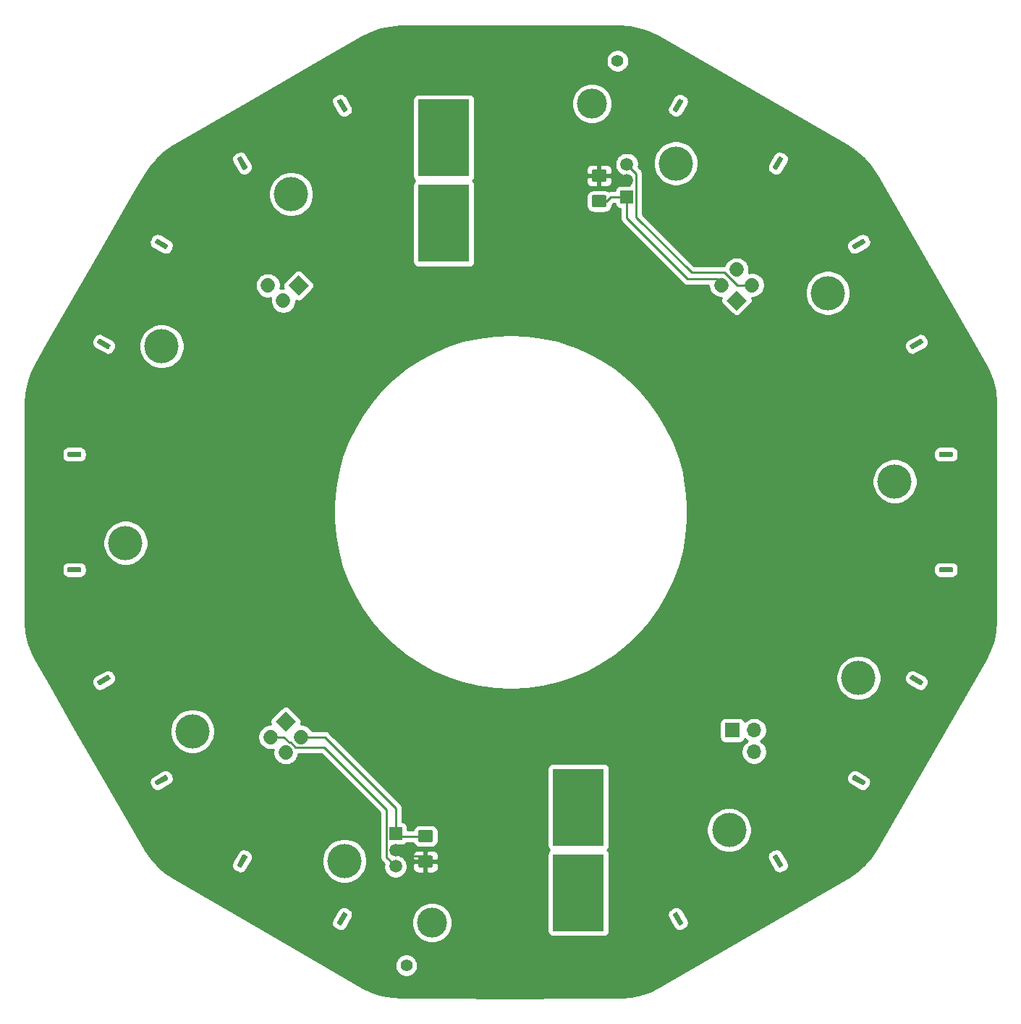
<source format=gbr>
G04 #@! TF.GenerationSoftware,KiCad,Pcbnew,(5.1.5)-3*
G04 #@! TF.CreationDate,2021-02-27T09:42:25-05:00*
G04 #@! TF.ProjectId,PDB,5044422e-6b69-4636-9164-5f7063625858,rev?*
G04 #@! TF.SameCoordinates,Original*
G04 #@! TF.FileFunction,Copper,L2,Bot*
G04 #@! TF.FilePolarity,Positive*
%FSLAX46Y46*%
G04 Gerber Fmt 4.6, Leading zero omitted, Abs format (unit mm)*
G04 Created by KiCad (PCBNEW (5.1.5)-3) date 2021-02-27 09:42:25*
%MOMM*%
%LPD*%
G04 APERTURE LIST*
%ADD10R,8.000000X14.000000*%
%ADD11C,1.400000*%
%ADD12R,3.500000X3.500000*%
%ADD13C,3.500000*%
%ADD14C,0.100000*%
%ADD15C,1.700000*%
%ADD16R,1.700000X1.700000*%
%ADD17O,1.700000X1.700000*%
%ADD18C,4.000000*%
%ADD19C,6.400000*%
%ADD20R,6.000000X9.000000*%
%ADD21C,0.500000*%
%ADD22R,1.500000X1.500000*%
%ADD23C,1.500000*%
%ADD24C,0.250000*%
%ADD25C,0.254000*%
G04 APERTURE END LIST*
D10*
X219790000Y-170074434D03*
X219790000Y-70074434D03*
D11*
X218646000Y-173080434D03*
X207646000Y-173080434D03*
D12*
X215646000Y-168080434D03*
D13*
X210646000Y-168080434D03*
D11*
X221362000Y-67322434D03*
X232362000Y-67322434D03*
D12*
X224362000Y-72322434D03*
D13*
X229362000Y-72322434D03*
G04 #@! TA.AperFunction,SMDPad,CuDef*
D14*
G36*
X210533504Y-157245638D02*
G01*
X210557773Y-157249238D01*
X210581571Y-157255199D01*
X210604671Y-157263464D01*
X210626849Y-157273954D01*
X210647893Y-157286567D01*
X210667598Y-157301181D01*
X210685777Y-157317657D01*
X210702253Y-157335836D01*
X210716867Y-157355541D01*
X210729480Y-157376585D01*
X210739970Y-157398763D01*
X210748235Y-157421863D01*
X210754196Y-157445661D01*
X210757796Y-157469930D01*
X210759000Y-157494434D01*
X210759000Y-158419434D01*
X210757796Y-158443938D01*
X210754196Y-158468207D01*
X210748235Y-158492005D01*
X210739970Y-158515105D01*
X210729480Y-158537283D01*
X210716867Y-158558327D01*
X210702253Y-158578032D01*
X210685777Y-158596211D01*
X210667598Y-158612687D01*
X210647893Y-158627301D01*
X210626849Y-158639914D01*
X210604671Y-158650404D01*
X210581571Y-158658669D01*
X210557773Y-158664630D01*
X210533504Y-158668230D01*
X210509000Y-158669434D01*
X209259000Y-158669434D01*
X209234496Y-158668230D01*
X209210227Y-158664630D01*
X209186429Y-158658669D01*
X209163329Y-158650404D01*
X209141151Y-158639914D01*
X209120107Y-158627301D01*
X209100402Y-158612687D01*
X209082223Y-158596211D01*
X209065747Y-158578032D01*
X209051133Y-158558327D01*
X209038520Y-158537283D01*
X209028030Y-158515105D01*
X209019765Y-158492005D01*
X209013804Y-158468207D01*
X209010204Y-158443938D01*
X209009000Y-158419434D01*
X209009000Y-157494434D01*
X209010204Y-157469930D01*
X209013804Y-157445661D01*
X209019765Y-157421863D01*
X209028030Y-157398763D01*
X209038520Y-157376585D01*
X209051133Y-157355541D01*
X209065747Y-157335836D01*
X209082223Y-157317657D01*
X209100402Y-157301181D01*
X209120107Y-157286567D01*
X209141151Y-157273954D01*
X209163329Y-157263464D01*
X209186429Y-157255199D01*
X209210227Y-157249238D01*
X209234496Y-157245638D01*
X209259000Y-157244434D01*
X210509000Y-157244434D01*
X210533504Y-157245638D01*
G37*
G04 #@! TD.AperFunction*
G04 #@! TA.AperFunction,SMDPad,CuDef*
G36*
X210533504Y-160220638D02*
G01*
X210557773Y-160224238D01*
X210581571Y-160230199D01*
X210604671Y-160238464D01*
X210626849Y-160248954D01*
X210647893Y-160261567D01*
X210667598Y-160276181D01*
X210685777Y-160292657D01*
X210702253Y-160310836D01*
X210716867Y-160330541D01*
X210729480Y-160351585D01*
X210739970Y-160373763D01*
X210748235Y-160396863D01*
X210754196Y-160420661D01*
X210757796Y-160444930D01*
X210759000Y-160469434D01*
X210759000Y-161394434D01*
X210757796Y-161418938D01*
X210754196Y-161443207D01*
X210748235Y-161467005D01*
X210739970Y-161490105D01*
X210729480Y-161512283D01*
X210716867Y-161533327D01*
X210702253Y-161553032D01*
X210685777Y-161571211D01*
X210667598Y-161587687D01*
X210647893Y-161602301D01*
X210626849Y-161614914D01*
X210604671Y-161625404D01*
X210581571Y-161633669D01*
X210557773Y-161639630D01*
X210533504Y-161643230D01*
X210509000Y-161644434D01*
X209259000Y-161644434D01*
X209234496Y-161643230D01*
X209210227Y-161639630D01*
X209186429Y-161633669D01*
X209163329Y-161625404D01*
X209141151Y-161614914D01*
X209120107Y-161602301D01*
X209100402Y-161587687D01*
X209082223Y-161571211D01*
X209065747Y-161553032D01*
X209051133Y-161533327D01*
X209038520Y-161512283D01*
X209028030Y-161490105D01*
X209019765Y-161467005D01*
X209013804Y-161443207D01*
X209010204Y-161418938D01*
X209009000Y-161394434D01*
X209009000Y-160469434D01*
X209010204Y-160444930D01*
X209013804Y-160420661D01*
X209019765Y-160396863D01*
X209028030Y-160373763D01*
X209038520Y-160351585D01*
X209051133Y-160330541D01*
X209065747Y-160310836D01*
X209082223Y-160292657D01*
X209100402Y-160276181D01*
X209120107Y-160261567D01*
X209141151Y-160248954D01*
X209163329Y-160238464D01*
X209186429Y-160230199D01*
X209210227Y-160224238D01*
X209234496Y-160220638D01*
X209259000Y-160219434D01*
X210509000Y-160219434D01*
X210533504Y-160220638D01*
G37*
G04 #@! TD.AperFunction*
G04 #@! TA.AperFunction,SMDPad,CuDef*
G36*
X230853504Y-80029638D02*
G01*
X230877773Y-80033238D01*
X230901571Y-80039199D01*
X230924671Y-80047464D01*
X230946849Y-80057954D01*
X230967893Y-80070567D01*
X230987598Y-80085181D01*
X231005777Y-80101657D01*
X231022253Y-80119836D01*
X231036867Y-80139541D01*
X231049480Y-80160585D01*
X231059970Y-80182763D01*
X231068235Y-80205863D01*
X231074196Y-80229661D01*
X231077796Y-80253930D01*
X231079000Y-80278434D01*
X231079000Y-81203434D01*
X231077796Y-81227938D01*
X231074196Y-81252207D01*
X231068235Y-81276005D01*
X231059970Y-81299105D01*
X231049480Y-81321283D01*
X231036867Y-81342327D01*
X231022253Y-81362032D01*
X231005777Y-81380211D01*
X230987598Y-81396687D01*
X230967893Y-81411301D01*
X230946849Y-81423914D01*
X230924671Y-81434404D01*
X230901571Y-81442669D01*
X230877773Y-81448630D01*
X230853504Y-81452230D01*
X230829000Y-81453434D01*
X229579000Y-81453434D01*
X229554496Y-81452230D01*
X229530227Y-81448630D01*
X229506429Y-81442669D01*
X229483329Y-81434404D01*
X229461151Y-81423914D01*
X229440107Y-81411301D01*
X229420402Y-81396687D01*
X229402223Y-81380211D01*
X229385747Y-81362032D01*
X229371133Y-81342327D01*
X229358520Y-81321283D01*
X229348030Y-81299105D01*
X229339765Y-81276005D01*
X229333804Y-81252207D01*
X229330204Y-81227938D01*
X229329000Y-81203434D01*
X229329000Y-80278434D01*
X229330204Y-80253930D01*
X229333804Y-80229661D01*
X229339765Y-80205863D01*
X229348030Y-80182763D01*
X229358520Y-80160585D01*
X229371133Y-80139541D01*
X229385747Y-80119836D01*
X229402223Y-80101657D01*
X229420402Y-80085181D01*
X229440107Y-80070567D01*
X229461151Y-80057954D01*
X229483329Y-80047464D01*
X229506429Y-80039199D01*
X229530227Y-80033238D01*
X229554496Y-80029638D01*
X229579000Y-80028434D01*
X230829000Y-80028434D01*
X230853504Y-80029638D01*
G37*
G04 #@! TD.AperFunction*
G04 #@! TA.AperFunction,SMDPad,CuDef*
G36*
X230853504Y-83004638D02*
G01*
X230877773Y-83008238D01*
X230901571Y-83014199D01*
X230924671Y-83022464D01*
X230946849Y-83032954D01*
X230967893Y-83045567D01*
X230987598Y-83060181D01*
X231005777Y-83076657D01*
X231022253Y-83094836D01*
X231036867Y-83114541D01*
X231049480Y-83135585D01*
X231059970Y-83157763D01*
X231068235Y-83180863D01*
X231074196Y-83204661D01*
X231077796Y-83228930D01*
X231079000Y-83253434D01*
X231079000Y-84178434D01*
X231077796Y-84202938D01*
X231074196Y-84227207D01*
X231068235Y-84251005D01*
X231059970Y-84274105D01*
X231049480Y-84296283D01*
X231036867Y-84317327D01*
X231022253Y-84337032D01*
X231005777Y-84355211D01*
X230987598Y-84371687D01*
X230967893Y-84386301D01*
X230946849Y-84398914D01*
X230924671Y-84409404D01*
X230901571Y-84417669D01*
X230877773Y-84423630D01*
X230853504Y-84427230D01*
X230829000Y-84428434D01*
X229579000Y-84428434D01*
X229554496Y-84427230D01*
X229530227Y-84423630D01*
X229506429Y-84417669D01*
X229483329Y-84409404D01*
X229461151Y-84398914D01*
X229440107Y-84386301D01*
X229420402Y-84371687D01*
X229402223Y-84355211D01*
X229385747Y-84337032D01*
X229371133Y-84317327D01*
X229358520Y-84296283D01*
X229348030Y-84274105D01*
X229339765Y-84251005D01*
X229333804Y-84227207D01*
X229330204Y-84202938D01*
X229329000Y-84178434D01*
X229329000Y-83253434D01*
X229330204Y-83228930D01*
X229333804Y-83204661D01*
X229339765Y-83180863D01*
X229348030Y-83157763D01*
X229358520Y-83135585D01*
X229371133Y-83114541D01*
X229385747Y-83094836D01*
X229402223Y-83076657D01*
X229420402Y-83060181D01*
X229440107Y-83045567D01*
X229461151Y-83032954D01*
X229483329Y-83022464D01*
X229506429Y-83014199D01*
X229530227Y-83008238D01*
X229554496Y-83004638D01*
X229579000Y-83003434D01*
X230829000Y-83003434D01*
X230853504Y-83004638D01*
G37*
G04 #@! TD.AperFunction*
G04 #@! TA.AperFunction,ComponentPad*
G36*
X192337918Y-144574434D02*
G01*
X193540000Y-143372352D01*
X194742082Y-144574434D01*
X193540000Y-145776516D01*
X192337918Y-144574434D01*
G37*
G04 #@! TD.AperFunction*
D15*
X195336051Y-146370485D02*
X195336051Y-146370485D01*
X191743949Y-146370485D02*
X191743949Y-146370485D01*
X193540000Y-148166536D02*
X193540000Y-148166536D01*
X189947898Y-148166536D02*
X189947898Y-148166536D01*
X191743949Y-149962588D02*
X191743949Y-149962588D01*
D16*
X245790000Y-145574434D03*
D17*
X248330000Y-145574434D03*
X245790000Y-148114434D03*
X248330000Y-148114434D03*
X245790000Y-150654434D03*
X248330000Y-150654434D03*
G04 #@! TA.AperFunction,ComponentPad*
D14*
G36*
X247492082Y-95324434D02*
G01*
X246290000Y-96526516D01*
X245087918Y-95324434D01*
X246290000Y-94122352D01*
X247492082Y-95324434D01*
G37*
G04 #@! TD.AperFunction*
D15*
X244493949Y-93528383D02*
X244493949Y-93528383D01*
X248086051Y-93528383D02*
X248086051Y-93528383D01*
X246290000Y-91732332D02*
X246290000Y-91732332D01*
X249882102Y-91732332D02*
X249882102Y-91732332D01*
X248086051Y-89936280D02*
X248086051Y-89936280D01*
G04 #@! TA.AperFunction,ComponentPad*
D14*
G36*
X195040000Y-92372352D02*
G01*
X196242082Y-93574434D01*
X195040000Y-94776516D01*
X193837918Y-93574434D01*
X195040000Y-92372352D01*
G37*
G04 #@! TD.AperFunction*
D15*
X193243949Y-95370485D02*
X193243949Y-95370485D01*
X193243949Y-91778383D02*
X193243949Y-91778383D01*
X191447898Y-93574434D02*
X191447898Y-93574434D01*
X191447898Y-89982332D02*
X191447898Y-89982332D01*
X189651846Y-91778383D02*
X189651846Y-91778383D01*
D18*
X264790000Y-116474434D03*
X264790000Y-123674434D03*
G04 #@! TA.AperFunction,WasherPad*
D14*
G36*
X271454703Y-113025156D02*
G01*
X271469264Y-113027316D01*
X271483543Y-113030893D01*
X271497403Y-113035852D01*
X271510710Y-113042146D01*
X271523336Y-113049714D01*
X271535159Y-113058482D01*
X271546066Y-113068368D01*
X271555952Y-113079275D01*
X271564720Y-113091098D01*
X271572288Y-113103724D01*
X271578582Y-113117031D01*
X271583541Y-113130891D01*
X271587118Y-113145170D01*
X271589278Y-113159731D01*
X271590000Y-113174434D01*
X271590000Y-113474434D01*
X271589278Y-113489137D01*
X271587118Y-113503698D01*
X271583541Y-113517977D01*
X271578582Y-113531837D01*
X271572288Y-113545144D01*
X271564720Y-113557770D01*
X271555952Y-113569593D01*
X271546066Y-113580500D01*
X271535159Y-113590386D01*
X271523336Y-113599154D01*
X271510710Y-113606722D01*
X271497403Y-113613016D01*
X271483543Y-113617975D01*
X271469264Y-113621552D01*
X271454703Y-113623712D01*
X271440000Y-113624434D01*
X270140000Y-113624434D01*
X270125297Y-113623712D01*
X270110736Y-113621552D01*
X270096457Y-113617975D01*
X270082597Y-113613016D01*
X270069290Y-113606722D01*
X270056664Y-113599154D01*
X270044841Y-113590386D01*
X270033934Y-113580500D01*
X270024048Y-113569593D01*
X270015280Y-113557770D01*
X270007712Y-113545144D01*
X270001418Y-113531837D01*
X269996459Y-113517977D01*
X269992882Y-113503698D01*
X269990722Y-113489137D01*
X269990000Y-113474434D01*
X269990000Y-113174434D01*
X269990722Y-113159731D01*
X269992882Y-113145170D01*
X269996459Y-113130891D01*
X270001418Y-113117031D01*
X270007712Y-113103724D01*
X270015280Y-113091098D01*
X270024048Y-113079275D01*
X270033934Y-113068368D01*
X270044841Y-113058482D01*
X270056664Y-113049714D01*
X270069290Y-113042146D01*
X270082597Y-113035852D01*
X270096457Y-113030893D01*
X270110736Y-113027316D01*
X270125297Y-113025156D01*
X270140000Y-113024434D01*
X271440000Y-113024434D01*
X271454703Y-113025156D01*
G37*
G04 #@! TD.AperFunction*
G04 #@! TA.AperFunction,WasherPad*
G36*
X271454703Y-126525156D02*
G01*
X271469264Y-126527316D01*
X271483543Y-126530893D01*
X271497403Y-126535852D01*
X271510710Y-126542146D01*
X271523336Y-126549714D01*
X271535159Y-126558482D01*
X271546066Y-126568368D01*
X271555952Y-126579275D01*
X271564720Y-126591098D01*
X271572288Y-126603724D01*
X271578582Y-126617031D01*
X271583541Y-126630891D01*
X271587118Y-126645170D01*
X271589278Y-126659731D01*
X271590000Y-126674434D01*
X271590000Y-126974434D01*
X271589278Y-126989137D01*
X271587118Y-127003698D01*
X271583541Y-127017977D01*
X271578582Y-127031837D01*
X271572288Y-127045144D01*
X271564720Y-127057770D01*
X271555952Y-127069593D01*
X271546066Y-127080500D01*
X271535159Y-127090386D01*
X271523336Y-127099154D01*
X271510710Y-127106722D01*
X271497403Y-127113016D01*
X271483543Y-127117975D01*
X271469264Y-127121552D01*
X271454703Y-127123712D01*
X271440000Y-127124434D01*
X270140000Y-127124434D01*
X270125297Y-127123712D01*
X270110736Y-127121552D01*
X270096457Y-127117975D01*
X270082597Y-127113016D01*
X270069290Y-127106722D01*
X270056664Y-127099154D01*
X270044841Y-127090386D01*
X270033934Y-127080500D01*
X270024048Y-127069593D01*
X270015280Y-127057770D01*
X270007712Y-127045144D01*
X270001418Y-127031837D01*
X269996459Y-127017977D01*
X269992882Y-127003698D01*
X269990722Y-126989137D01*
X269990000Y-126974434D01*
X269990000Y-126674434D01*
X269990722Y-126659731D01*
X269992882Y-126645170D01*
X269996459Y-126630891D01*
X270001418Y-126617031D01*
X270007712Y-126603724D01*
X270015280Y-126591098D01*
X270024048Y-126579275D01*
X270033934Y-126568368D01*
X270044841Y-126558482D01*
X270056664Y-126549714D01*
X270069290Y-126542146D01*
X270082597Y-126535852D01*
X270096457Y-126530893D01*
X270110736Y-126527316D01*
X270125297Y-126525156D01*
X270140000Y-126524434D01*
X271440000Y-126524434D01*
X271454703Y-126525156D01*
G37*
G04 #@! TD.AperFunction*
D18*
X260560926Y-139456685D03*
X256960926Y-145692067D03*
G04 #@! TA.AperFunction,WasherPad*
D14*
G36*
X266863740Y-139125084D02*
G01*
X266878222Y-139127719D01*
X266892377Y-139131761D01*
X266906067Y-139137171D01*
X266919161Y-139143897D01*
X268044995Y-139793897D01*
X268057367Y-139801874D01*
X268068897Y-139811025D01*
X268079475Y-139821262D01*
X268088998Y-139832487D01*
X268097375Y-139844591D01*
X268104526Y-139857458D01*
X268110381Y-139870963D01*
X268114884Y-139884978D01*
X268117991Y-139899367D01*
X268119674Y-139913990D01*
X268119915Y-139928709D01*
X268118712Y-139943380D01*
X268116077Y-139957862D01*
X268112035Y-139972017D01*
X268106625Y-139985707D01*
X268099899Y-139998801D01*
X267949899Y-140258609D01*
X267941922Y-140270981D01*
X267932771Y-140282511D01*
X267922534Y-140293089D01*
X267911309Y-140302612D01*
X267899205Y-140310989D01*
X267886338Y-140318140D01*
X267872833Y-140323995D01*
X267858818Y-140328498D01*
X267844429Y-140331605D01*
X267829806Y-140333288D01*
X267815087Y-140333529D01*
X267800416Y-140332326D01*
X267785934Y-140329691D01*
X267771779Y-140325649D01*
X267758089Y-140320239D01*
X267744995Y-140313513D01*
X266619161Y-139663513D01*
X266606789Y-139655536D01*
X266595259Y-139646385D01*
X266584681Y-139636148D01*
X266575158Y-139624923D01*
X266566781Y-139612819D01*
X266559630Y-139599952D01*
X266553775Y-139586447D01*
X266549272Y-139572432D01*
X266546165Y-139558043D01*
X266544482Y-139543420D01*
X266544241Y-139528701D01*
X266545444Y-139514030D01*
X266548079Y-139499548D01*
X266552121Y-139485393D01*
X266557531Y-139471703D01*
X266564257Y-139458609D01*
X266714257Y-139198801D01*
X266722234Y-139186429D01*
X266731385Y-139174899D01*
X266741622Y-139164321D01*
X266752847Y-139154798D01*
X266764951Y-139146421D01*
X266777818Y-139139270D01*
X266791323Y-139133415D01*
X266805338Y-139128912D01*
X266819727Y-139125805D01*
X266834350Y-139124122D01*
X266849069Y-139123881D01*
X266863740Y-139125084D01*
G37*
G04 #@! TD.AperFunction*
G04 #@! TA.AperFunction,WasherPad*
G36*
X260113740Y-150816426D02*
G01*
X260128222Y-150819061D01*
X260142377Y-150823103D01*
X260156067Y-150828513D01*
X260169161Y-150835239D01*
X261294995Y-151485239D01*
X261307367Y-151493216D01*
X261318897Y-151502367D01*
X261329475Y-151512604D01*
X261338998Y-151523829D01*
X261347375Y-151535933D01*
X261354526Y-151548800D01*
X261360381Y-151562305D01*
X261364884Y-151576320D01*
X261367991Y-151590709D01*
X261369674Y-151605332D01*
X261369915Y-151620051D01*
X261368712Y-151634722D01*
X261366077Y-151649204D01*
X261362035Y-151663359D01*
X261356625Y-151677049D01*
X261349899Y-151690143D01*
X261199899Y-151949951D01*
X261191922Y-151962323D01*
X261182771Y-151973853D01*
X261172534Y-151984431D01*
X261161309Y-151993954D01*
X261149205Y-152002331D01*
X261136338Y-152009482D01*
X261122833Y-152015337D01*
X261108818Y-152019840D01*
X261094429Y-152022947D01*
X261079806Y-152024630D01*
X261065087Y-152024871D01*
X261050416Y-152023668D01*
X261035934Y-152021033D01*
X261021779Y-152016991D01*
X261008089Y-152011581D01*
X260994995Y-152004855D01*
X259869161Y-151354855D01*
X259856789Y-151346878D01*
X259845259Y-151337727D01*
X259834681Y-151327490D01*
X259825158Y-151316265D01*
X259816781Y-151304161D01*
X259809630Y-151291294D01*
X259803775Y-151277789D01*
X259799272Y-151263774D01*
X259796165Y-151249385D01*
X259794482Y-151234762D01*
X259794241Y-151220043D01*
X259795444Y-151205372D01*
X259798079Y-151190890D01*
X259802121Y-151176735D01*
X259807531Y-151163045D01*
X259814257Y-151149951D01*
X259964257Y-150890143D01*
X259972234Y-150877771D01*
X259981385Y-150866241D01*
X259991622Y-150855663D01*
X260002847Y-150846140D01*
X260014951Y-150837763D01*
X260027818Y-150830612D01*
X260041323Y-150824757D01*
X260055338Y-150820254D01*
X260069727Y-150817147D01*
X260084350Y-150815464D01*
X260099069Y-150815223D01*
X260113740Y-150816426D01*
G37*
G04 #@! TD.AperFunction*
D18*
X245407315Y-157245360D03*
X239171933Y-160845360D03*
G04 #@! TA.AperFunction,WasherPad*
D14*
G36*
X250950010Y-160078916D02*
G01*
X250964633Y-160080599D01*
X250979022Y-160083706D01*
X250993037Y-160088209D01*
X251006542Y-160094064D01*
X251019409Y-160101215D01*
X251031513Y-160109592D01*
X251042738Y-160119115D01*
X251052975Y-160129693D01*
X251062126Y-160141223D01*
X251070103Y-160153595D01*
X251720103Y-161279429D01*
X251726829Y-161292523D01*
X251732239Y-161306213D01*
X251736281Y-161320368D01*
X251738916Y-161334850D01*
X251740119Y-161349521D01*
X251739878Y-161364240D01*
X251738195Y-161378863D01*
X251735088Y-161393252D01*
X251730585Y-161407267D01*
X251724730Y-161420772D01*
X251717579Y-161433639D01*
X251709202Y-161445743D01*
X251699679Y-161456968D01*
X251689101Y-161467205D01*
X251677571Y-161476356D01*
X251665199Y-161484333D01*
X251405391Y-161634333D01*
X251392297Y-161641059D01*
X251378607Y-161646469D01*
X251364452Y-161650511D01*
X251349970Y-161653146D01*
X251335299Y-161654349D01*
X251320580Y-161654108D01*
X251305957Y-161652425D01*
X251291568Y-161649318D01*
X251277553Y-161644815D01*
X251264048Y-161638960D01*
X251251181Y-161631809D01*
X251239077Y-161623432D01*
X251227852Y-161613909D01*
X251217615Y-161603331D01*
X251208464Y-161591801D01*
X251200487Y-161579429D01*
X250550487Y-160453595D01*
X250543761Y-160440501D01*
X250538351Y-160426811D01*
X250534309Y-160412656D01*
X250531674Y-160398174D01*
X250530471Y-160383503D01*
X250530712Y-160368784D01*
X250532395Y-160354161D01*
X250535502Y-160339772D01*
X250540005Y-160325757D01*
X250545860Y-160312252D01*
X250553011Y-160299385D01*
X250561388Y-160287281D01*
X250570911Y-160276056D01*
X250581489Y-160265819D01*
X250593019Y-160256668D01*
X250605391Y-160248691D01*
X250865199Y-160098691D01*
X250878293Y-160091965D01*
X250891983Y-160086555D01*
X250906138Y-160082513D01*
X250920620Y-160079878D01*
X250935291Y-160078675D01*
X250950010Y-160078916D01*
G37*
G04 #@! TD.AperFunction*
G04 #@! TA.AperFunction,WasherPad*
G36*
X239258668Y-166828916D02*
G01*
X239273291Y-166830599D01*
X239287680Y-166833706D01*
X239301695Y-166838209D01*
X239315200Y-166844064D01*
X239328067Y-166851215D01*
X239340171Y-166859592D01*
X239351396Y-166869115D01*
X239361633Y-166879693D01*
X239370784Y-166891223D01*
X239378761Y-166903595D01*
X240028761Y-168029429D01*
X240035487Y-168042523D01*
X240040897Y-168056213D01*
X240044939Y-168070368D01*
X240047574Y-168084850D01*
X240048777Y-168099521D01*
X240048536Y-168114240D01*
X240046853Y-168128863D01*
X240043746Y-168143252D01*
X240039243Y-168157267D01*
X240033388Y-168170772D01*
X240026237Y-168183639D01*
X240017860Y-168195743D01*
X240008337Y-168206968D01*
X239997759Y-168217205D01*
X239986229Y-168226356D01*
X239973857Y-168234333D01*
X239714049Y-168384333D01*
X239700955Y-168391059D01*
X239687265Y-168396469D01*
X239673110Y-168400511D01*
X239658628Y-168403146D01*
X239643957Y-168404349D01*
X239629238Y-168404108D01*
X239614615Y-168402425D01*
X239600226Y-168399318D01*
X239586211Y-168394815D01*
X239572706Y-168388960D01*
X239559839Y-168381809D01*
X239547735Y-168373432D01*
X239536510Y-168363909D01*
X239526273Y-168353331D01*
X239517122Y-168341801D01*
X239509145Y-168329429D01*
X238859145Y-167203595D01*
X238852419Y-167190501D01*
X238847009Y-167176811D01*
X238842967Y-167162656D01*
X238840332Y-167148174D01*
X238839129Y-167133503D01*
X238839370Y-167118784D01*
X238841053Y-167104161D01*
X238844160Y-167089772D01*
X238848663Y-167075757D01*
X238854518Y-167062252D01*
X238861669Y-167049385D01*
X238870046Y-167037281D01*
X238879569Y-167026056D01*
X238890147Y-167015819D01*
X238901677Y-167006668D01*
X238914049Y-166998691D01*
X239173857Y-166848691D01*
X239186951Y-166841965D01*
X239200641Y-166836555D01*
X239214796Y-166832513D01*
X239229278Y-166829878D01*
X239243949Y-166828675D01*
X239258668Y-166828916D01*
G37*
G04 #@! TD.AperFunction*
D18*
X200407315Y-160844926D03*
X194171933Y-157244926D03*
G04 #@! TA.AperFunction,WasherPad*
D14*
G36*
X200349970Y-166829444D02*
G01*
X200364452Y-166832079D01*
X200378607Y-166836121D01*
X200392297Y-166841531D01*
X200405391Y-166848257D01*
X200665199Y-166998257D01*
X200677571Y-167006234D01*
X200689101Y-167015385D01*
X200699679Y-167025622D01*
X200709202Y-167036847D01*
X200717579Y-167048951D01*
X200724730Y-167061818D01*
X200730585Y-167075323D01*
X200735088Y-167089338D01*
X200738195Y-167103727D01*
X200739878Y-167118350D01*
X200740119Y-167133069D01*
X200738916Y-167147740D01*
X200736281Y-167162222D01*
X200732239Y-167176377D01*
X200726829Y-167190067D01*
X200720103Y-167203161D01*
X200070103Y-168328995D01*
X200062126Y-168341367D01*
X200052975Y-168352897D01*
X200042738Y-168363475D01*
X200031513Y-168372998D01*
X200019409Y-168381375D01*
X200006542Y-168388526D01*
X199993037Y-168394381D01*
X199979022Y-168398884D01*
X199964633Y-168401991D01*
X199950010Y-168403674D01*
X199935291Y-168403915D01*
X199920620Y-168402712D01*
X199906138Y-168400077D01*
X199891983Y-168396035D01*
X199878293Y-168390625D01*
X199865199Y-168383899D01*
X199605391Y-168233899D01*
X199593019Y-168225922D01*
X199581489Y-168216771D01*
X199570911Y-168206534D01*
X199561388Y-168195309D01*
X199553011Y-168183205D01*
X199545860Y-168170338D01*
X199540005Y-168156833D01*
X199535502Y-168142818D01*
X199532395Y-168128429D01*
X199530712Y-168113806D01*
X199530471Y-168099087D01*
X199531674Y-168084416D01*
X199534309Y-168069934D01*
X199538351Y-168055779D01*
X199543761Y-168042089D01*
X199550487Y-168028995D01*
X200200487Y-166903161D01*
X200208464Y-166890789D01*
X200217615Y-166879259D01*
X200227852Y-166868681D01*
X200239077Y-166859158D01*
X200251181Y-166850781D01*
X200264048Y-166843630D01*
X200277553Y-166837775D01*
X200291568Y-166833272D01*
X200305957Y-166830165D01*
X200320580Y-166828482D01*
X200335299Y-166828241D01*
X200349970Y-166829444D01*
G37*
G04 #@! TD.AperFunction*
G04 #@! TA.AperFunction,WasherPad*
G36*
X188658628Y-160079444D02*
G01*
X188673110Y-160082079D01*
X188687265Y-160086121D01*
X188700955Y-160091531D01*
X188714049Y-160098257D01*
X188973857Y-160248257D01*
X188986229Y-160256234D01*
X188997759Y-160265385D01*
X189008337Y-160275622D01*
X189017860Y-160286847D01*
X189026237Y-160298951D01*
X189033388Y-160311818D01*
X189039243Y-160325323D01*
X189043746Y-160339338D01*
X189046853Y-160353727D01*
X189048536Y-160368350D01*
X189048777Y-160383069D01*
X189047574Y-160397740D01*
X189044939Y-160412222D01*
X189040897Y-160426377D01*
X189035487Y-160440067D01*
X189028761Y-160453161D01*
X188378761Y-161578995D01*
X188370784Y-161591367D01*
X188361633Y-161602897D01*
X188351396Y-161613475D01*
X188340171Y-161622998D01*
X188328067Y-161631375D01*
X188315200Y-161638526D01*
X188301695Y-161644381D01*
X188287680Y-161648884D01*
X188273291Y-161651991D01*
X188258668Y-161653674D01*
X188243949Y-161653915D01*
X188229278Y-161652712D01*
X188214796Y-161650077D01*
X188200641Y-161646035D01*
X188186951Y-161640625D01*
X188173857Y-161633899D01*
X187914049Y-161483899D01*
X187901677Y-161475922D01*
X187890147Y-161466771D01*
X187879569Y-161456534D01*
X187870046Y-161445309D01*
X187861669Y-161433205D01*
X187854518Y-161420338D01*
X187848663Y-161406833D01*
X187844160Y-161392818D01*
X187841053Y-161378429D01*
X187839370Y-161363806D01*
X187839129Y-161349087D01*
X187840332Y-161334416D01*
X187842967Y-161319934D01*
X187847009Y-161305779D01*
X187852419Y-161292089D01*
X187859145Y-161278995D01*
X188509145Y-160153161D01*
X188517122Y-160140789D01*
X188526273Y-160129259D01*
X188536510Y-160118681D01*
X188547735Y-160109158D01*
X188559839Y-160100781D01*
X188572706Y-160093630D01*
X188586211Y-160087775D01*
X188600226Y-160083272D01*
X188614615Y-160080165D01*
X188629238Y-160078482D01*
X188643957Y-160078241D01*
X188658628Y-160079444D01*
G37*
G04 #@! TD.AperFunction*
D18*
X182618640Y-145691315D03*
X179018640Y-139455933D03*
G04 #@! TA.AperFunction,WasherPad*
D14*
G36*
X179495216Y-150814712D02*
G01*
X179509839Y-150816395D01*
X179524228Y-150819502D01*
X179538243Y-150824005D01*
X179551748Y-150829860D01*
X179564615Y-150837011D01*
X179576719Y-150845388D01*
X179587944Y-150854911D01*
X179598181Y-150865489D01*
X179607332Y-150877019D01*
X179615309Y-150889391D01*
X179765309Y-151149199D01*
X179772035Y-151162293D01*
X179777445Y-151175983D01*
X179781487Y-151190138D01*
X179784122Y-151204620D01*
X179785325Y-151219291D01*
X179785084Y-151234010D01*
X179783401Y-151248633D01*
X179780294Y-151263022D01*
X179775791Y-151277037D01*
X179769936Y-151290542D01*
X179762785Y-151303409D01*
X179754408Y-151315513D01*
X179744885Y-151326738D01*
X179734307Y-151336975D01*
X179722777Y-151346126D01*
X179710405Y-151354103D01*
X178584571Y-152004103D01*
X178571477Y-152010829D01*
X178557787Y-152016239D01*
X178543632Y-152020281D01*
X178529150Y-152022916D01*
X178514479Y-152024119D01*
X178499760Y-152023878D01*
X178485137Y-152022195D01*
X178470748Y-152019088D01*
X178456733Y-152014585D01*
X178443228Y-152008730D01*
X178430361Y-152001579D01*
X178418257Y-151993202D01*
X178407032Y-151983679D01*
X178396795Y-151973101D01*
X178387644Y-151961571D01*
X178379667Y-151949199D01*
X178229667Y-151689391D01*
X178222941Y-151676297D01*
X178217531Y-151662607D01*
X178213489Y-151648452D01*
X178210854Y-151633970D01*
X178209651Y-151619299D01*
X178209892Y-151604580D01*
X178211575Y-151589957D01*
X178214682Y-151575568D01*
X178219185Y-151561553D01*
X178225040Y-151548048D01*
X178232191Y-151535181D01*
X178240568Y-151523077D01*
X178250091Y-151511852D01*
X178260669Y-151501615D01*
X178272199Y-151492464D01*
X178284571Y-151484487D01*
X179410405Y-150834487D01*
X179423499Y-150827761D01*
X179437189Y-150822351D01*
X179451344Y-150818309D01*
X179465826Y-150815674D01*
X179480497Y-150814471D01*
X179495216Y-150814712D01*
G37*
G04 #@! TD.AperFunction*
G04 #@! TA.AperFunction,WasherPad*
G36*
X172745216Y-139123370D02*
G01*
X172759839Y-139125053D01*
X172774228Y-139128160D01*
X172788243Y-139132663D01*
X172801748Y-139138518D01*
X172814615Y-139145669D01*
X172826719Y-139154046D01*
X172837944Y-139163569D01*
X172848181Y-139174147D01*
X172857332Y-139185677D01*
X172865309Y-139198049D01*
X173015309Y-139457857D01*
X173022035Y-139470951D01*
X173027445Y-139484641D01*
X173031487Y-139498796D01*
X173034122Y-139513278D01*
X173035325Y-139527949D01*
X173035084Y-139542668D01*
X173033401Y-139557291D01*
X173030294Y-139571680D01*
X173025791Y-139585695D01*
X173019936Y-139599200D01*
X173012785Y-139612067D01*
X173004408Y-139624171D01*
X172994885Y-139635396D01*
X172984307Y-139645633D01*
X172972777Y-139654784D01*
X172960405Y-139662761D01*
X171834571Y-140312761D01*
X171821477Y-140319487D01*
X171807787Y-140324897D01*
X171793632Y-140328939D01*
X171779150Y-140331574D01*
X171764479Y-140332777D01*
X171749760Y-140332536D01*
X171735137Y-140330853D01*
X171720748Y-140327746D01*
X171706733Y-140323243D01*
X171693228Y-140317388D01*
X171680361Y-140310237D01*
X171668257Y-140301860D01*
X171657032Y-140292337D01*
X171646795Y-140281759D01*
X171637644Y-140270229D01*
X171629667Y-140257857D01*
X171479667Y-139998049D01*
X171472941Y-139984955D01*
X171467531Y-139971265D01*
X171463489Y-139957110D01*
X171460854Y-139942628D01*
X171459651Y-139927957D01*
X171459892Y-139913238D01*
X171461575Y-139898615D01*
X171464682Y-139884226D01*
X171469185Y-139870211D01*
X171475040Y-139856706D01*
X171482191Y-139843839D01*
X171490568Y-139831735D01*
X171500091Y-139820510D01*
X171510669Y-139810273D01*
X171522199Y-139801122D01*
X171534571Y-139793145D01*
X172660405Y-139143145D01*
X172673499Y-139136419D01*
X172687189Y-139131009D01*
X172701344Y-139126967D01*
X172715826Y-139124332D01*
X172730497Y-139123129D01*
X172745216Y-139123370D01*
G37*
G04 #@! TD.AperFunction*
D18*
X174790000Y-123673566D03*
X174790000Y-116473566D03*
G04 #@! TA.AperFunction,WasherPad*
D14*
G36*
X169454703Y-126524288D02*
G01*
X169469264Y-126526448D01*
X169483543Y-126530025D01*
X169497403Y-126534984D01*
X169510710Y-126541278D01*
X169523336Y-126548846D01*
X169535159Y-126557614D01*
X169546066Y-126567500D01*
X169555952Y-126578407D01*
X169564720Y-126590230D01*
X169572288Y-126602856D01*
X169578582Y-126616163D01*
X169583541Y-126630023D01*
X169587118Y-126644302D01*
X169589278Y-126658863D01*
X169590000Y-126673566D01*
X169590000Y-126973566D01*
X169589278Y-126988269D01*
X169587118Y-127002830D01*
X169583541Y-127017109D01*
X169578582Y-127030969D01*
X169572288Y-127044276D01*
X169564720Y-127056902D01*
X169555952Y-127068725D01*
X169546066Y-127079632D01*
X169535159Y-127089518D01*
X169523336Y-127098286D01*
X169510710Y-127105854D01*
X169497403Y-127112148D01*
X169483543Y-127117107D01*
X169469264Y-127120684D01*
X169454703Y-127122844D01*
X169440000Y-127123566D01*
X168140000Y-127123566D01*
X168125297Y-127122844D01*
X168110736Y-127120684D01*
X168096457Y-127117107D01*
X168082597Y-127112148D01*
X168069290Y-127105854D01*
X168056664Y-127098286D01*
X168044841Y-127089518D01*
X168033934Y-127079632D01*
X168024048Y-127068725D01*
X168015280Y-127056902D01*
X168007712Y-127044276D01*
X168001418Y-127030969D01*
X167996459Y-127017109D01*
X167992882Y-127002830D01*
X167990722Y-126988269D01*
X167990000Y-126973566D01*
X167990000Y-126673566D01*
X167990722Y-126658863D01*
X167992882Y-126644302D01*
X167996459Y-126630023D01*
X168001418Y-126616163D01*
X168007712Y-126602856D01*
X168015280Y-126590230D01*
X168024048Y-126578407D01*
X168033934Y-126567500D01*
X168044841Y-126557614D01*
X168056664Y-126548846D01*
X168069290Y-126541278D01*
X168082597Y-126534984D01*
X168096457Y-126530025D01*
X168110736Y-126526448D01*
X168125297Y-126524288D01*
X168140000Y-126523566D01*
X169440000Y-126523566D01*
X169454703Y-126524288D01*
G37*
G04 #@! TD.AperFunction*
G04 #@! TA.AperFunction,WasherPad*
G36*
X169454703Y-113024288D02*
G01*
X169469264Y-113026448D01*
X169483543Y-113030025D01*
X169497403Y-113034984D01*
X169510710Y-113041278D01*
X169523336Y-113048846D01*
X169535159Y-113057614D01*
X169546066Y-113067500D01*
X169555952Y-113078407D01*
X169564720Y-113090230D01*
X169572288Y-113102856D01*
X169578582Y-113116163D01*
X169583541Y-113130023D01*
X169587118Y-113144302D01*
X169589278Y-113158863D01*
X169590000Y-113173566D01*
X169590000Y-113473566D01*
X169589278Y-113488269D01*
X169587118Y-113502830D01*
X169583541Y-113517109D01*
X169578582Y-113530969D01*
X169572288Y-113544276D01*
X169564720Y-113556902D01*
X169555952Y-113568725D01*
X169546066Y-113579632D01*
X169535159Y-113589518D01*
X169523336Y-113598286D01*
X169510710Y-113605854D01*
X169497403Y-113612148D01*
X169483543Y-113617107D01*
X169469264Y-113620684D01*
X169454703Y-113622844D01*
X169440000Y-113623566D01*
X168140000Y-113623566D01*
X168125297Y-113622844D01*
X168110736Y-113620684D01*
X168096457Y-113617107D01*
X168082597Y-113612148D01*
X168069290Y-113605854D01*
X168056664Y-113598286D01*
X168044841Y-113589518D01*
X168033934Y-113579632D01*
X168024048Y-113568725D01*
X168015280Y-113556902D01*
X168007712Y-113544276D01*
X168001418Y-113530969D01*
X167996459Y-113517109D01*
X167992882Y-113502830D01*
X167990722Y-113488269D01*
X167990000Y-113473566D01*
X167990000Y-113173566D01*
X167990722Y-113158863D01*
X167992882Y-113144302D01*
X167996459Y-113130023D01*
X168001418Y-113116163D01*
X168007712Y-113102856D01*
X168015280Y-113090230D01*
X168024048Y-113078407D01*
X168033934Y-113067500D01*
X168044841Y-113057614D01*
X168056664Y-113048846D01*
X168069290Y-113041278D01*
X168082597Y-113034984D01*
X168096457Y-113030025D01*
X168110736Y-113026448D01*
X168125297Y-113024288D01*
X168140000Y-113023566D01*
X169440000Y-113023566D01*
X169454703Y-113024288D01*
G37*
G04 #@! TD.AperFunction*
D18*
X179019074Y-100691315D03*
X182619074Y-94455933D03*
G04 #@! TA.AperFunction,WasherPad*
D14*
G36*
X171779584Y-99815674D02*
G01*
X171794066Y-99818309D01*
X171808221Y-99822351D01*
X171821911Y-99827761D01*
X171835005Y-99834487D01*
X172960839Y-100484487D01*
X172973211Y-100492464D01*
X172984741Y-100501615D01*
X172995319Y-100511852D01*
X173004842Y-100523077D01*
X173013219Y-100535181D01*
X173020370Y-100548048D01*
X173026225Y-100561553D01*
X173030728Y-100575568D01*
X173033835Y-100589957D01*
X173035518Y-100604580D01*
X173035759Y-100619299D01*
X173034556Y-100633970D01*
X173031921Y-100648452D01*
X173027879Y-100662607D01*
X173022469Y-100676297D01*
X173015743Y-100689391D01*
X172865743Y-100949199D01*
X172857766Y-100961571D01*
X172848615Y-100973101D01*
X172838378Y-100983679D01*
X172827153Y-100993202D01*
X172815049Y-101001579D01*
X172802182Y-101008730D01*
X172788677Y-101014585D01*
X172774662Y-101019088D01*
X172760273Y-101022195D01*
X172745650Y-101023878D01*
X172730931Y-101024119D01*
X172716260Y-101022916D01*
X172701778Y-101020281D01*
X172687623Y-101016239D01*
X172673933Y-101010829D01*
X172660839Y-101004103D01*
X171535005Y-100354103D01*
X171522633Y-100346126D01*
X171511103Y-100336975D01*
X171500525Y-100326738D01*
X171491002Y-100315513D01*
X171482625Y-100303409D01*
X171475474Y-100290542D01*
X171469619Y-100277037D01*
X171465116Y-100263022D01*
X171462009Y-100248633D01*
X171460326Y-100234010D01*
X171460085Y-100219291D01*
X171461288Y-100204620D01*
X171463923Y-100190138D01*
X171467965Y-100175983D01*
X171473375Y-100162293D01*
X171480101Y-100149199D01*
X171630101Y-99889391D01*
X171638078Y-99877019D01*
X171647229Y-99865489D01*
X171657466Y-99854911D01*
X171668691Y-99845388D01*
X171680795Y-99837011D01*
X171693662Y-99829860D01*
X171707167Y-99824005D01*
X171721182Y-99819502D01*
X171735571Y-99816395D01*
X171750194Y-99814712D01*
X171764913Y-99814471D01*
X171779584Y-99815674D01*
G37*
G04 #@! TD.AperFunction*
G04 #@! TA.AperFunction,WasherPad*
G36*
X178529584Y-88124332D02*
G01*
X178544066Y-88126967D01*
X178558221Y-88131009D01*
X178571911Y-88136419D01*
X178585005Y-88143145D01*
X179710839Y-88793145D01*
X179723211Y-88801122D01*
X179734741Y-88810273D01*
X179745319Y-88820510D01*
X179754842Y-88831735D01*
X179763219Y-88843839D01*
X179770370Y-88856706D01*
X179776225Y-88870211D01*
X179780728Y-88884226D01*
X179783835Y-88898615D01*
X179785518Y-88913238D01*
X179785759Y-88927957D01*
X179784556Y-88942628D01*
X179781921Y-88957110D01*
X179777879Y-88971265D01*
X179772469Y-88984955D01*
X179765743Y-88998049D01*
X179615743Y-89257857D01*
X179607766Y-89270229D01*
X179598615Y-89281759D01*
X179588378Y-89292337D01*
X179577153Y-89301860D01*
X179565049Y-89310237D01*
X179552182Y-89317388D01*
X179538677Y-89323243D01*
X179524662Y-89327746D01*
X179510273Y-89330853D01*
X179495650Y-89332536D01*
X179480931Y-89332777D01*
X179466260Y-89331574D01*
X179451778Y-89328939D01*
X179437623Y-89324897D01*
X179423933Y-89319487D01*
X179410839Y-89312761D01*
X178285005Y-88662761D01*
X178272633Y-88654784D01*
X178261103Y-88645633D01*
X178250525Y-88635396D01*
X178241002Y-88624171D01*
X178232625Y-88612067D01*
X178225474Y-88599200D01*
X178219619Y-88585695D01*
X178215116Y-88571680D01*
X178212009Y-88557291D01*
X178210326Y-88542668D01*
X178210085Y-88527949D01*
X178211288Y-88513278D01*
X178213923Y-88498796D01*
X178217965Y-88484641D01*
X178223375Y-88470951D01*
X178230101Y-88457857D01*
X178380101Y-88198049D01*
X178388078Y-88185677D01*
X178397229Y-88174147D01*
X178407466Y-88163569D01*
X178418691Y-88154046D01*
X178430795Y-88145669D01*
X178443662Y-88138518D01*
X178457167Y-88132663D01*
X178471182Y-88128160D01*
X178485571Y-88125053D01*
X178500194Y-88123370D01*
X178514913Y-88123129D01*
X178529584Y-88124332D01*
G37*
G04 #@! TD.AperFunction*
D18*
X194172685Y-82902640D03*
X200408067Y-79302640D03*
G04 #@! TA.AperFunction,WasherPad*
D14*
G36*
X188259420Y-78493892D02*
G01*
X188274043Y-78495575D01*
X188288432Y-78498682D01*
X188302447Y-78503185D01*
X188315952Y-78509040D01*
X188328819Y-78516191D01*
X188340923Y-78524568D01*
X188352148Y-78534091D01*
X188362385Y-78544669D01*
X188371536Y-78556199D01*
X188379513Y-78568571D01*
X189029513Y-79694405D01*
X189036239Y-79707499D01*
X189041649Y-79721189D01*
X189045691Y-79735344D01*
X189048326Y-79749826D01*
X189049529Y-79764497D01*
X189049288Y-79779216D01*
X189047605Y-79793839D01*
X189044498Y-79808228D01*
X189039995Y-79822243D01*
X189034140Y-79835748D01*
X189026989Y-79848615D01*
X189018612Y-79860719D01*
X189009089Y-79871944D01*
X188998511Y-79882181D01*
X188986981Y-79891332D01*
X188974609Y-79899309D01*
X188714801Y-80049309D01*
X188701707Y-80056035D01*
X188688017Y-80061445D01*
X188673862Y-80065487D01*
X188659380Y-80068122D01*
X188644709Y-80069325D01*
X188629990Y-80069084D01*
X188615367Y-80067401D01*
X188600978Y-80064294D01*
X188586963Y-80059791D01*
X188573458Y-80053936D01*
X188560591Y-80046785D01*
X188548487Y-80038408D01*
X188537262Y-80028885D01*
X188527025Y-80018307D01*
X188517874Y-80006777D01*
X188509897Y-79994405D01*
X187859897Y-78868571D01*
X187853171Y-78855477D01*
X187847761Y-78841787D01*
X187843719Y-78827632D01*
X187841084Y-78813150D01*
X187839881Y-78798479D01*
X187840122Y-78783760D01*
X187841805Y-78769137D01*
X187844912Y-78754748D01*
X187849415Y-78740733D01*
X187855270Y-78727228D01*
X187862421Y-78714361D01*
X187870798Y-78702257D01*
X187880321Y-78691032D01*
X187890899Y-78680795D01*
X187902429Y-78671644D01*
X187914801Y-78663667D01*
X188174609Y-78513667D01*
X188187703Y-78506941D01*
X188201393Y-78501531D01*
X188215548Y-78497489D01*
X188230030Y-78494854D01*
X188244701Y-78493651D01*
X188259420Y-78493892D01*
G37*
G04 #@! TD.AperFunction*
G04 #@! TA.AperFunction,WasherPad*
G36*
X199950762Y-71743892D02*
G01*
X199965385Y-71745575D01*
X199979774Y-71748682D01*
X199993789Y-71753185D01*
X200007294Y-71759040D01*
X200020161Y-71766191D01*
X200032265Y-71774568D01*
X200043490Y-71784091D01*
X200053727Y-71794669D01*
X200062878Y-71806199D01*
X200070855Y-71818571D01*
X200720855Y-72944405D01*
X200727581Y-72957499D01*
X200732991Y-72971189D01*
X200737033Y-72985344D01*
X200739668Y-72999826D01*
X200740871Y-73014497D01*
X200740630Y-73029216D01*
X200738947Y-73043839D01*
X200735840Y-73058228D01*
X200731337Y-73072243D01*
X200725482Y-73085748D01*
X200718331Y-73098615D01*
X200709954Y-73110719D01*
X200700431Y-73121944D01*
X200689853Y-73132181D01*
X200678323Y-73141332D01*
X200665951Y-73149309D01*
X200406143Y-73299309D01*
X200393049Y-73306035D01*
X200379359Y-73311445D01*
X200365204Y-73315487D01*
X200350722Y-73318122D01*
X200336051Y-73319325D01*
X200321332Y-73319084D01*
X200306709Y-73317401D01*
X200292320Y-73314294D01*
X200278305Y-73309791D01*
X200264800Y-73303936D01*
X200251933Y-73296785D01*
X200239829Y-73288408D01*
X200228604Y-73278885D01*
X200218367Y-73268307D01*
X200209216Y-73256777D01*
X200201239Y-73244405D01*
X199551239Y-72118571D01*
X199544513Y-72105477D01*
X199539103Y-72091787D01*
X199535061Y-72077632D01*
X199532426Y-72063150D01*
X199531223Y-72048479D01*
X199531464Y-72033760D01*
X199533147Y-72019137D01*
X199536254Y-72004748D01*
X199540757Y-71990733D01*
X199546612Y-71977228D01*
X199553763Y-71964361D01*
X199562140Y-71952257D01*
X199571663Y-71941032D01*
X199582241Y-71930795D01*
X199593771Y-71921644D01*
X199606143Y-71913667D01*
X199865951Y-71763667D01*
X199879045Y-71756941D01*
X199892735Y-71751531D01*
X199906890Y-71747489D01*
X199921372Y-71744854D01*
X199936043Y-71743651D01*
X199950762Y-71743892D01*
G37*
G04 #@! TD.AperFunction*
D18*
X239172685Y-79303074D03*
X245408067Y-82903074D03*
G04 #@! TA.AperFunction,WasherPad*
D14*
G36*
X239659380Y-71745288D02*
G01*
X239673862Y-71747923D01*
X239688017Y-71751965D01*
X239701707Y-71757375D01*
X239714801Y-71764101D01*
X239974609Y-71914101D01*
X239986981Y-71922078D01*
X239998511Y-71931229D01*
X240009089Y-71941466D01*
X240018612Y-71952691D01*
X240026989Y-71964795D01*
X240034140Y-71977662D01*
X240039995Y-71991167D01*
X240044498Y-72005182D01*
X240047605Y-72019571D01*
X240049288Y-72034194D01*
X240049529Y-72048913D01*
X240048326Y-72063584D01*
X240045691Y-72078066D01*
X240041649Y-72092221D01*
X240036239Y-72105911D01*
X240029513Y-72119005D01*
X239379513Y-73244839D01*
X239371536Y-73257211D01*
X239362385Y-73268741D01*
X239352148Y-73279319D01*
X239340923Y-73288842D01*
X239328819Y-73297219D01*
X239315952Y-73304370D01*
X239302447Y-73310225D01*
X239288432Y-73314728D01*
X239274043Y-73317835D01*
X239259420Y-73319518D01*
X239244701Y-73319759D01*
X239230030Y-73318556D01*
X239215548Y-73315921D01*
X239201393Y-73311879D01*
X239187703Y-73306469D01*
X239174609Y-73299743D01*
X238914801Y-73149743D01*
X238902429Y-73141766D01*
X238890899Y-73132615D01*
X238880321Y-73122378D01*
X238870798Y-73111153D01*
X238862421Y-73099049D01*
X238855270Y-73086182D01*
X238849415Y-73072677D01*
X238844912Y-73058662D01*
X238841805Y-73044273D01*
X238840122Y-73029650D01*
X238839881Y-73014931D01*
X238841084Y-73000260D01*
X238843719Y-72985778D01*
X238847761Y-72971623D01*
X238853171Y-72957933D01*
X238859897Y-72944839D01*
X239509897Y-71819005D01*
X239517874Y-71806633D01*
X239527025Y-71795103D01*
X239537262Y-71784525D01*
X239548487Y-71775002D01*
X239560591Y-71766625D01*
X239573458Y-71759474D01*
X239586963Y-71753619D01*
X239600978Y-71749116D01*
X239615367Y-71746009D01*
X239629990Y-71744326D01*
X239644709Y-71744085D01*
X239659380Y-71745288D01*
G37*
G04 #@! TD.AperFunction*
G04 #@! TA.AperFunction,WasherPad*
G36*
X251350722Y-78495288D02*
G01*
X251365204Y-78497923D01*
X251379359Y-78501965D01*
X251393049Y-78507375D01*
X251406143Y-78514101D01*
X251665951Y-78664101D01*
X251678323Y-78672078D01*
X251689853Y-78681229D01*
X251700431Y-78691466D01*
X251709954Y-78702691D01*
X251718331Y-78714795D01*
X251725482Y-78727662D01*
X251731337Y-78741167D01*
X251735840Y-78755182D01*
X251738947Y-78769571D01*
X251740630Y-78784194D01*
X251740871Y-78798913D01*
X251739668Y-78813584D01*
X251737033Y-78828066D01*
X251732991Y-78842221D01*
X251727581Y-78855911D01*
X251720855Y-78869005D01*
X251070855Y-79994839D01*
X251062878Y-80007211D01*
X251053727Y-80018741D01*
X251043490Y-80029319D01*
X251032265Y-80038842D01*
X251020161Y-80047219D01*
X251007294Y-80054370D01*
X250993789Y-80060225D01*
X250979774Y-80064728D01*
X250965385Y-80067835D01*
X250950762Y-80069518D01*
X250936043Y-80069759D01*
X250921372Y-80068556D01*
X250906890Y-80065921D01*
X250892735Y-80061879D01*
X250879045Y-80056469D01*
X250865951Y-80049743D01*
X250606143Y-79899743D01*
X250593771Y-79891766D01*
X250582241Y-79882615D01*
X250571663Y-79872378D01*
X250562140Y-79861153D01*
X250553763Y-79849049D01*
X250546612Y-79836182D01*
X250540757Y-79822677D01*
X250536254Y-79808662D01*
X250533147Y-79794273D01*
X250531464Y-79779650D01*
X250531223Y-79764931D01*
X250532426Y-79750260D01*
X250535061Y-79735778D01*
X250539103Y-79721623D01*
X250544513Y-79707933D01*
X250551239Y-79694839D01*
X251201239Y-78569005D01*
X251209216Y-78556633D01*
X251218367Y-78545103D01*
X251228604Y-78534525D01*
X251239829Y-78525002D01*
X251251933Y-78516625D01*
X251264800Y-78509474D01*
X251278305Y-78503619D01*
X251292320Y-78499116D01*
X251306709Y-78496009D01*
X251321332Y-78494326D01*
X251336051Y-78494085D01*
X251350722Y-78495288D01*
G37*
G04 #@! TD.AperFunction*
D18*
X256961360Y-94456685D03*
X260561360Y-100692067D03*
G04 #@! TA.AperFunction,WasherPad*
D14*
G36*
X261080240Y-88124122D02*
G01*
X261094863Y-88125805D01*
X261109252Y-88128912D01*
X261123267Y-88133415D01*
X261136772Y-88139270D01*
X261149639Y-88146421D01*
X261161743Y-88154798D01*
X261172968Y-88164321D01*
X261183205Y-88174899D01*
X261192356Y-88186429D01*
X261200333Y-88198801D01*
X261350333Y-88458609D01*
X261357059Y-88471703D01*
X261362469Y-88485393D01*
X261366511Y-88499548D01*
X261369146Y-88514030D01*
X261370349Y-88528701D01*
X261370108Y-88543420D01*
X261368425Y-88558043D01*
X261365318Y-88572432D01*
X261360815Y-88586447D01*
X261354960Y-88599952D01*
X261347809Y-88612819D01*
X261339432Y-88624923D01*
X261329909Y-88636148D01*
X261319331Y-88646385D01*
X261307801Y-88655536D01*
X261295429Y-88663513D01*
X260169595Y-89313513D01*
X260156501Y-89320239D01*
X260142811Y-89325649D01*
X260128656Y-89329691D01*
X260114174Y-89332326D01*
X260099503Y-89333529D01*
X260084784Y-89333288D01*
X260070161Y-89331605D01*
X260055772Y-89328498D01*
X260041757Y-89323995D01*
X260028252Y-89318140D01*
X260015385Y-89310989D01*
X260003281Y-89302612D01*
X259992056Y-89293089D01*
X259981819Y-89282511D01*
X259972668Y-89270981D01*
X259964691Y-89258609D01*
X259814691Y-88998801D01*
X259807965Y-88985707D01*
X259802555Y-88972017D01*
X259798513Y-88957862D01*
X259795878Y-88943380D01*
X259794675Y-88928709D01*
X259794916Y-88913990D01*
X259796599Y-88899367D01*
X259799706Y-88884978D01*
X259804209Y-88870963D01*
X259810064Y-88857458D01*
X259817215Y-88844591D01*
X259825592Y-88832487D01*
X259835115Y-88821262D01*
X259845693Y-88811025D01*
X259857223Y-88801874D01*
X259869595Y-88793897D01*
X260995429Y-88143897D01*
X261008523Y-88137171D01*
X261022213Y-88131761D01*
X261036368Y-88127719D01*
X261050850Y-88125084D01*
X261065521Y-88123881D01*
X261080240Y-88124122D01*
G37*
G04 #@! TD.AperFunction*
G04 #@! TA.AperFunction,WasherPad*
G36*
X267830240Y-99815464D02*
G01*
X267844863Y-99817147D01*
X267859252Y-99820254D01*
X267873267Y-99824757D01*
X267886772Y-99830612D01*
X267899639Y-99837763D01*
X267911743Y-99846140D01*
X267922968Y-99855663D01*
X267933205Y-99866241D01*
X267942356Y-99877771D01*
X267950333Y-99890143D01*
X268100333Y-100149951D01*
X268107059Y-100163045D01*
X268112469Y-100176735D01*
X268116511Y-100190890D01*
X268119146Y-100205372D01*
X268120349Y-100220043D01*
X268120108Y-100234762D01*
X268118425Y-100249385D01*
X268115318Y-100263774D01*
X268110815Y-100277789D01*
X268104960Y-100291294D01*
X268097809Y-100304161D01*
X268089432Y-100316265D01*
X268079909Y-100327490D01*
X268069331Y-100337727D01*
X268057801Y-100346878D01*
X268045429Y-100354855D01*
X266919595Y-101004855D01*
X266906501Y-101011581D01*
X266892811Y-101016991D01*
X266878656Y-101021033D01*
X266864174Y-101023668D01*
X266849503Y-101024871D01*
X266834784Y-101024630D01*
X266820161Y-101022947D01*
X266805772Y-101019840D01*
X266791757Y-101015337D01*
X266778252Y-101009482D01*
X266765385Y-101002331D01*
X266753281Y-100993954D01*
X266742056Y-100984431D01*
X266731819Y-100973853D01*
X266722668Y-100962323D01*
X266714691Y-100949951D01*
X266564691Y-100690143D01*
X266557965Y-100677049D01*
X266552555Y-100663359D01*
X266548513Y-100649204D01*
X266545878Y-100634722D01*
X266544675Y-100620051D01*
X266544916Y-100605332D01*
X266546599Y-100590709D01*
X266549706Y-100576320D01*
X266554209Y-100562305D01*
X266560064Y-100548800D01*
X266567215Y-100535933D01*
X266575592Y-100523829D01*
X266585115Y-100512604D01*
X266595693Y-100502367D01*
X266607223Y-100493216D01*
X266619595Y-100485239D01*
X267745429Y-99835239D01*
X267758523Y-99828513D01*
X267772213Y-99823103D01*
X267786368Y-99819061D01*
X267800850Y-99816426D01*
X267815521Y-99815223D01*
X267830240Y-99815464D01*
G37*
G04 #@! TD.AperFunction*
D19*
X258790000Y-81074434D03*
X180790000Y-81074434D03*
X258790000Y-159074434D03*
X180790000Y-159074434D03*
D20*
X212040000Y-76324434D03*
X212040000Y-86324434D03*
D21*
X210040000Y-86324434D03*
X210040000Y-85024434D03*
X210040000Y-83724434D03*
X210040000Y-87624434D03*
X210040000Y-88924434D03*
X212040000Y-82574434D03*
X212040000Y-90074434D03*
X214040000Y-88924434D03*
X214040000Y-87624434D03*
X214040000Y-86324434D03*
X214040000Y-85024434D03*
X214040000Y-83724434D03*
X212040000Y-80074434D03*
X212040000Y-72574434D03*
X210040000Y-78924434D03*
X210040000Y-77624434D03*
X210040000Y-76324434D03*
X210040000Y-75024434D03*
X210040000Y-73724434D03*
X214040000Y-78924434D03*
X214040000Y-77624434D03*
X214040000Y-76324434D03*
X214040000Y-75024434D03*
X214040000Y-73724434D03*
D22*
X233440000Y-83234434D03*
D23*
X233440000Y-81324434D03*
X233440000Y-79414434D03*
D20*
X227790000Y-164574434D03*
X227790000Y-154574434D03*
D21*
X229790000Y-154574434D03*
X229790000Y-155874434D03*
X229790000Y-157174434D03*
X229790000Y-153274434D03*
X229790000Y-151974434D03*
X227790000Y-158324434D03*
X227790000Y-150824434D03*
X225790000Y-151974434D03*
X225790000Y-153274434D03*
X225790000Y-154574434D03*
X225790000Y-155874434D03*
X225790000Y-157174434D03*
X227790000Y-160824434D03*
X227790000Y-168324434D03*
X229790000Y-161974434D03*
X229790000Y-163274434D03*
X229790000Y-164574434D03*
X229790000Y-165874434D03*
X229790000Y-167174434D03*
X225790000Y-161974434D03*
X225790000Y-163274434D03*
X225790000Y-164574434D03*
X225790000Y-165874434D03*
X225790000Y-167174434D03*
D22*
X206390000Y-157664434D03*
D23*
X206390000Y-159574434D03*
X206390000Y-161484434D03*
D24*
X232690001Y-80574435D02*
X230333999Y-80574435D01*
X233440000Y-81324434D02*
X232690001Y-80574435D01*
X207139999Y-160324433D02*
X209239999Y-160324433D01*
X206390000Y-159574434D02*
X207139999Y-160324433D01*
X198086051Y-146370485D02*
X195336051Y-146370485D01*
X206390000Y-157664434D02*
X206390000Y-154674434D01*
X206390000Y-154674434D02*
X198086051Y-146370485D01*
X244040000Y-92824434D02*
X244493949Y-93528383D01*
X233440000Y-83234434D02*
X233440000Y-85724434D01*
X240540000Y-92824434D02*
X244040000Y-92824434D01*
X233440000Y-85724434D02*
X240540000Y-92824434D01*
X231079000Y-83715934D02*
X231550500Y-83244434D01*
X230204000Y-83715934D02*
X231079000Y-83715934D01*
X231550500Y-83244434D02*
X233506000Y-83244434D01*
X209884000Y-157956934D02*
X206618500Y-157956934D01*
X206618500Y-157956934D02*
X206328000Y-157666434D01*
X193336051Y-146370485D02*
X191743949Y-146370485D01*
X194104001Y-146991535D02*
X193957101Y-146991535D01*
X205290000Y-158739435D02*
X205290000Y-158699434D01*
X205314999Y-158764434D02*
X205290000Y-158739435D01*
X205290000Y-158699434D02*
X205314999Y-158674435D01*
X206390000Y-161484434D02*
X205314999Y-160409433D01*
X205314999Y-158674435D02*
X205314999Y-154849433D01*
X205314999Y-154849433D02*
X198040000Y-147574434D01*
X194686900Y-147574434D02*
X194104001Y-146991535D01*
X193957101Y-146991535D02*
X193336051Y-146370485D01*
X205314999Y-160409433D02*
X205314999Y-158764434D01*
X198040000Y-147574434D02*
X194686900Y-147574434D01*
X246883970Y-93528383D02*
X248086051Y-93528383D01*
X234540000Y-80514434D02*
X234540000Y-85574434D01*
X233440000Y-79414434D02*
X234540000Y-80514434D01*
X234540000Y-85574434D02*
X241021799Y-92056233D01*
X246347049Y-93528383D02*
X246883970Y-93528383D01*
X241021799Y-92056233D02*
X244874899Y-92056233D01*
X244874899Y-92056233D02*
X246347049Y-93528383D01*
D25*
G36*
X233731033Y-63356347D02*
G01*
X234873744Y-63574330D01*
X235980139Y-63933819D01*
X237050201Y-64437352D01*
X237205898Y-64525084D01*
X259227319Y-77239157D01*
X260215561Y-77895744D01*
X261096190Y-78655882D01*
X261874606Y-79520400D01*
X262549548Y-80491516D01*
X262640476Y-80645268D01*
X275354595Y-102666769D01*
X275882137Y-103729496D01*
X276264713Y-104828102D01*
X276506584Y-105966018D01*
X276605542Y-107144476D01*
X276607414Y-107323232D01*
X276607413Y-132751329D01*
X276532913Y-133935467D01*
X276314929Y-135078185D01*
X275955440Y-136184575D01*
X275451906Y-137254639D01*
X275364241Y-137410218D01*
X262650103Y-159431753D01*
X261993516Y-160419995D01*
X261233378Y-161300624D01*
X260368860Y-162079040D01*
X259397756Y-162753975D01*
X259243991Y-162844911D01*
X237222510Y-175559020D01*
X236159771Y-176086568D01*
X235061151Y-176469149D01*
X233923241Y-176711018D01*
X232744783Y-176809976D01*
X232566123Y-176811847D01*
X207137931Y-176811847D01*
X205953793Y-176737347D01*
X204811075Y-176519363D01*
X203704685Y-176159874D01*
X202634621Y-175656340D01*
X202479042Y-175568675D01*
X197941542Y-172948948D01*
X206311000Y-172948948D01*
X206311000Y-173211920D01*
X206362304Y-173469839D01*
X206462939Y-173712793D01*
X206609038Y-173931447D01*
X206794987Y-174117396D01*
X207013641Y-174263495D01*
X207256595Y-174364130D01*
X207514514Y-174415434D01*
X207777486Y-174415434D01*
X208035405Y-174364130D01*
X208278359Y-174263495D01*
X208497013Y-174117396D01*
X208682962Y-173931447D01*
X208829061Y-173712793D01*
X208929696Y-173469839D01*
X208981000Y-173211920D01*
X208981000Y-172948948D01*
X217311000Y-172948948D01*
X217311000Y-173211920D01*
X217362304Y-173469839D01*
X217462939Y-173712793D01*
X217609038Y-173931447D01*
X217794987Y-174117396D01*
X218013641Y-174263495D01*
X218256595Y-174364130D01*
X218514514Y-174415434D01*
X218777486Y-174415434D01*
X219035405Y-174364130D01*
X219278359Y-174263495D01*
X219497013Y-174117396D01*
X219682962Y-173931447D01*
X219829061Y-173712793D01*
X219929696Y-173469839D01*
X219981000Y-173211920D01*
X219981000Y-172948948D01*
X219929696Y-172691029D01*
X219829061Y-172448075D01*
X219682962Y-172229421D01*
X219497013Y-172043472D01*
X219278359Y-171897373D01*
X219035405Y-171796738D01*
X218777486Y-171745434D01*
X218514514Y-171745434D01*
X218256595Y-171796738D01*
X218013641Y-171897373D01*
X217794987Y-172043472D01*
X217609038Y-172229421D01*
X217462939Y-172448075D01*
X217362304Y-172691029D01*
X217311000Y-172948948D01*
X208981000Y-172948948D01*
X208929696Y-172691029D01*
X208829061Y-172448075D01*
X208682962Y-172229421D01*
X208497013Y-172043472D01*
X208278359Y-171897373D01*
X208035405Y-171796738D01*
X207777486Y-171745434D01*
X207514514Y-171745434D01*
X207256595Y-171796738D01*
X207013641Y-171897373D01*
X206794987Y-172043472D01*
X206609038Y-172229421D01*
X206462939Y-172448075D01*
X206362304Y-172691029D01*
X206311000Y-172948948D01*
X197941542Y-172948948D01*
X189639111Y-168155538D01*
X198894006Y-168155538D01*
X198919172Y-168307964D01*
X198973591Y-168452551D01*
X199055172Y-168583743D01*
X199160779Y-168696499D01*
X199286355Y-168786486D01*
X199546163Y-168936486D01*
X199686882Y-169000244D01*
X199837335Y-169035325D01*
X199991742Y-169040380D01*
X200144167Y-169015214D01*
X200288755Y-168960795D01*
X200419947Y-168879214D01*
X200532703Y-168773607D01*
X200622690Y-168648031D01*
X201086012Y-167845532D01*
X208261000Y-167845532D01*
X208261000Y-168315336D01*
X208352654Y-168776113D01*
X208532440Y-169210155D01*
X208793450Y-169600783D01*
X209125651Y-169932984D01*
X209516279Y-170193994D01*
X209950321Y-170373780D01*
X210411098Y-170465434D01*
X210880902Y-170465434D01*
X211341679Y-170373780D01*
X211775721Y-170193994D01*
X212166349Y-169932984D01*
X212498550Y-169600783D01*
X212759560Y-169210155D01*
X212939346Y-168776113D01*
X213031000Y-168315336D01*
X213031000Y-167845532D01*
X212939346Y-167384755D01*
X212759560Y-166950713D01*
X212498550Y-166560085D01*
X212166349Y-166227884D01*
X211775721Y-165966874D01*
X211341679Y-165787088D01*
X210880902Y-165695434D01*
X210411098Y-165695434D01*
X209950321Y-165787088D01*
X209516279Y-165966874D01*
X209125651Y-166227884D01*
X208793450Y-166560085D01*
X208532440Y-166950713D01*
X208352654Y-167384755D01*
X208261000Y-167845532D01*
X201086012Y-167845532D01*
X201272690Y-167522197D01*
X201336448Y-167381478D01*
X201371529Y-167231025D01*
X201376584Y-167076618D01*
X201351418Y-166924192D01*
X201296999Y-166779605D01*
X201215418Y-166648413D01*
X201109811Y-166535657D01*
X200984235Y-166445670D01*
X200724427Y-166295670D01*
X200583708Y-166231912D01*
X200433255Y-166196831D01*
X200278848Y-166191776D01*
X200126423Y-166216942D01*
X199981835Y-166271361D01*
X199850643Y-166352942D01*
X199737887Y-166458549D01*
X199647900Y-166584125D01*
X198997900Y-167709959D01*
X198934142Y-167850678D01*
X198899061Y-168001131D01*
X198894006Y-168155538D01*
X189639111Y-168155538D01*
X180457507Y-162854537D01*
X179469265Y-162197950D01*
X178588636Y-161437812D01*
X178559577Y-161405538D01*
X187202664Y-161405538D01*
X187227830Y-161557964D01*
X187282249Y-161702551D01*
X187363830Y-161833743D01*
X187469437Y-161946499D01*
X187595013Y-162036486D01*
X187854821Y-162186486D01*
X187995540Y-162250244D01*
X188145993Y-162285325D01*
X188300400Y-162290380D01*
X188452825Y-162265214D01*
X188597413Y-162210795D01*
X188728605Y-162129214D01*
X188841361Y-162023607D01*
X188931348Y-161898031D01*
X189581348Y-160772197D01*
X189645106Y-160631478D01*
X189655849Y-160585401D01*
X197772315Y-160585401D01*
X197772315Y-161104451D01*
X197873576Y-161613527D01*
X198072208Y-162093067D01*
X198360577Y-162524641D01*
X198727600Y-162891664D01*
X199159174Y-163180033D01*
X199638714Y-163378665D01*
X200147790Y-163479926D01*
X200666840Y-163479926D01*
X201175916Y-163378665D01*
X201655456Y-163180033D01*
X202087030Y-162891664D01*
X202454053Y-162524641D01*
X202742422Y-162093067D01*
X202941054Y-161613527D01*
X203042315Y-161104451D01*
X203042315Y-160585401D01*
X202941054Y-160076325D01*
X202742422Y-159596785D01*
X202454053Y-159165211D01*
X202087030Y-158798188D01*
X201655456Y-158509819D01*
X201175916Y-158311187D01*
X200666840Y-158209926D01*
X200147790Y-158209926D01*
X199638714Y-158311187D01*
X199159174Y-158509819D01*
X198727600Y-158798188D01*
X198360577Y-159165211D01*
X198072208Y-159596785D01*
X197873576Y-160076325D01*
X197772315Y-160585401D01*
X189655849Y-160585401D01*
X189680187Y-160481025D01*
X189685242Y-160326618D01*
X189660076Y-160174192D01*
X189605657Y-160029605D01*
X189524076Y-159898413D01*
X189418469Y-159785657D01*
X189292893Y-159695670D01*
X189033085Y-159545670D01*
X188892366Y-159481912D01*
X188741913Y-159446831D01*
X188587506Y-159441776D01*
X188435081Y-159466942D01*
X188290493Y-159521361D01*
X188159301Y-159602942D01*
X188046545Y-159708549D01*
X187956558Y-159834125D01*
X187306558Y-160959959D01*
X187242800Y-161100678D01*
X187207719Y-161251131D01*
X187202664Y-161405538D01*
X178559577Y-161405538D01*
X177810220Y-160573294D01*
X177135285Y-159602190D01*
X177044349Y-159448425D01*
X172491609Y-151562848D01*
X177573186Y-151562848D01*
X177578241Y-151717255D01*
X177613322Y-151867708D01*
X177677080Y-152008427D01*
X177827080Y-152268235D01*
X177917067Y-152393811D01*
X178029823Y-152499418D01*
X178161015Y-152580999D01*
X178305603Y-152635418D01*
X178458028Y-152660584D01*
X178612435Y-152655529D01*
X178762888Y-152620448D01*
X178903607Y-152556690D01*
X180029441Y-151906690D01*
X180155017Y-151816703D01*
X180260624Y-151703947D01*
X180342205Y-151572755D01*
X180396624Y-151428168D01*
X180421790Y-151275742D01*
X180416735Y-151121335D01*
X180381654Y-150970882D01*
X180317896Y-150830163D01*
X180167896Y-150570355D01*
X180077909Y-150444779D01*
X179965153Y-150339172D01*
X179833961Y-150257591D01*
X179689373Y-150203172D01*
X179536948Y-150178006D01*
X179382541Y-150183061D01*
X179232088Y-150218142D01*
X179091369Y-150281900D01*
X177965535Y-150931900D01*
X177839959Y-151021887D01*
X177734352Y-151134643D01*
X177652771Y-151265835D01*
X177598352Y-151410422D01*
X177573186Y-151562848D01*
X172491609Y-151562848D01*
X168951841Y-145431790D01*
X179983640Y-145431790D01*
X179983640Y-145950840D01*
X180084901Y-146459916D01*
X180283533Y-146939456D01*
X180571902Y-147371030D01*
X180938925Y-147738053D01*
X181370499Y-148026422D01*
X181850039Y-148225054D01*
X182359115Y-148326315D01*
X182878165Y-148326315D01*
X183387241Y-148225054D01*
X183866781Y-148026422D01*
X184298355Y-147738053D01*
X184665378Y-147371030D01*
X184953747Y-146939456D01*
X185152379Y-146459916D01*
X185199260Y-146224225D01*
X190258949Y-146224225D01*
X190258949Y-146516745D01*
X190316017Y-146803643D01*
X190427959Y-147073896D01*
X190590474Y-147317117D01*
X190797317Y-147523960D01*
X191040538Y-147686475D01*
X191310791Y-147798417D01*
X191597689Y-147855485D01*
X191890209Y-147855485D01*
X192095918Y-147814567D01*
X192055000Y-148020276D01*
X192055000Y-148312796D01*
X192112068Y-148599694D01*
X192224010Y-148869947D01*
X192386525Y-149113168D01*
X192593368Y-149320011D01*
X192836589Y-149482526D01*
X193106842Y-149594468D01*
X193393740Y-149651536D01*
X193686260Y-149651536D01*
X193973158Y-149594468D01*
X194243411Y-149482526D01*
X194486632Y-149320011D01*
X194693475Y-149113168D01*
X194855990Y-148869947D01*
X194967932Y-148599694D01*
X195020696Y-148334434D01*
X197725199Y-148334434D01*
X204555000Y-155164236D01*
X204554999Y-158504289D01*
X204540997Y-158550448D01*
X204530000Y-158662101D01*
X204530000Y-158662112D01*
X204526324Y-158699434D01*
X204528294Y-158719434D01*
X204526324Y-158739435D01*
X204530000Y-158776757D01*
X204530000Y-158776767D01*
X204540997Y-158888420D01*
X204555000Y-158934582D01*
X204554999Y-160372110D01*
X204551323Y-160409433D01*
X204554999Y-160446755D01*
X204554999Y-160446765D01*
X204565996Y-160558418D01*
X204605976Y-160690216D01*
X204609453Y-160701679D01*
X204680025Y-160833709D01*
X204703983Y-160862901D01*
X204774998Y-160949434D01*
X204804001Y-160973237D01*
X205033833Y-161203069D01*
X205005000Y-161348023D01*
X205005000Y-161620845D01*
X205058225Y-161888423D01*
X205162629Y-162140477D01*
X205314201Y-162367320D01*
X205507114Y-162560233D01*
X205733957Y-162711805D01*
X205986011Y-162816209D01*
X206253589Y-162869434D01*
X206526411Y-162869434D01*
X206793989Y-162816209D01*
X207046043Y-162711805D01*
X207272886Y-162560233D01*
X207465799Y-162367320D01*
X207617371Y-162140477D01*
X207721775Y-161888423D01*
X207770307Y-161644434D01*
X208370928Y-161644434D01*
X208383188Y-161768916D01*
X208419498Y-161888614D01*
X208478463Y-161998928D01*
X208557815Y-162095619D01*
X208654506Y-162174971D01*
X208764820Y-162233936D01*
X208884518Y-162270246D01*
X209009000Y-162282506D01*
X209598250Y-162279434D01*
X209757000Y-162120684D01*
X209757000Y-161058934D01*
X210011000Y-161058934D01*
X210011000Y-162120684D01*
X210169750Y-162279434D01*
X210759000Y-162282506D01*
X210883482Y-162270246D01*
X211003180Y-162233936D01*
X211113494Y-162174971D01*
X211210185Y-162095619D01*
X211289537Y-161998928D01*
X211348502Y-161888614D01*
X211384812Y-161768916D01*
X211397072Y-161644434D01*
X211394000Y-161217684D01*
X211235250Y-161058934D01*
X210011000Y-161058934D01*
X209757000Y-161058934D01*
X208532750Y-161058934D01*
X208374000Y-161217684D01*
X208370928Y-161644434D01*
X207770307Y-161644434D01*
X207775000Y-161620845D01*
X207775000Y-161348023D01*
X207721775Y-161080445D01*
X207617371Y-160828391D01*
X207465799Y-160601548D01*
X207272886Y-160408635D01*
X207046043Y-160257063D01*
X206955199Y-160219434D01*
X208370928Y-160219434D01*
X208374000Y-160646184D01*
X208532750Y-160804934D01*
X209757000Y-160804934D01*
X209757000Y-159743184D01*
X210011000Y-159743184D01*
X210011000Y-160804934D01*
X211235250Y-160804934D01*
X211394000Y-160646184D01*
X211397072Y-160219434D01*
X211384812Y-160094952D01*
X211348502Y-159975254D01*
X211289537Y-159864940D01*
X211210185Y-159768249D01*
X211113494Y-159688897D01*
X211003180Y-159629932D01*
X210883482Y-159593622D01*
X210759000Y-159581362D01*
X210169750Y-159584434D01*
X210011000Y-159743184D01*
X209757000Y-159743184D01*
X209598250Y-159584434D01*
X209009000Y-159581362D01*
X208884518Y-159593622D01*
X208764820Y-159629932D01*
X208654506Y-159688897D01*
X208557815Y-159768249D01*
X208478463Y-159864940D01*
X208419498Y-159975254D01*
X208383188Y-160094952D01*
X208370928Y-160219434D01*
X206955199Y-160219434D01*
X206793989Y-160152659D01*
X206526411Y-160099434D01*
X206253589Y-160099434D01*
X206108635Y-160128267D01*
X206074999Y-160094632D01*
X206074999Y-159052506D01*
X207140000Y-159052506D01*
X207264482Y-159040246D01*
X207384180Y-159003936D01*
X207494494Y-158944971D01*
X207591185Y-158865619D01*
X207670537Y-158768928D01*
X207698329Y-158716934D01*
X208425681Y-158716934D01*
X208438528Y-158759284D01*
X208520595Y-158912820D01*
X208631038Y-159047396D01*
X208765614Y-159157839D01*
X208919150Y-159239906D01*
X209085746Y-159290442D01*
X209259000Y-159307506D01*
X210509000Y-159307506D01*
X210682254Y-159290442D01*
X210848850Y-159239906D01*
X211002386Y-159157839D01*
X211136962Y-159047396D01*
X211247405Y-158912820D01*
X211329472Y-158759284D01*
X211380008Y-158592688D01*
X211397072Y-158419434D01*
X211397072Y-157494434D01*
X211380008Y-157321180D01*
X211329472Y-157154584D01*
X211247405Y-157001048D01*
X211136962Y-156866472D01*
X211002386Y-156756029D01*
X210848850Y-156673962D01*
X210682254Y-156623426D01*
X210509000Y-156606362D01*
X209259000Y-156606362D01*
X209085746Y-156623426D01*
X208919150Y-156673962D01*
X208765614Y-156756029D01*
X208631038Y-156866472D01*
X208520595Y-157001048D01*
X208438528Y-157154584D01*
X208425681Y-157196934D01*
X207778072Y-157196934D01*
X207778072Y-156914434D01*
X207765812Y-156789952D01*
X207729502Y-156670254D01*
X207670537Y-156559940D01*
X207591185Y-156463249D01*
X207494494Y-156383897D01*
X207384180Y-156324932D01*
X207264482Y-156288622D01*
X207150000Y-156277347D01*
X207150000Y-154711756D01*
X207153676Y-154674433D01*
X207150000Y-154637110D01*
X207150000Y-154637101D01*
X207139003Y-154525448D01*
X207095546Y-154382187D01*
X207024974Y-154250158D01*
X206930001Y-154134433D01*
X206901003Y-154110635D01*
X202864802Y-150074434D01*
X224151928Y-150074434D01*
X224151928Y-159074434D01*
X224164188Y-159198916D01*
X224200498Y-159318614D01*
X224259463Y-159428928D01*
X224338815Y-159525619D01*
X224398296Y-159574434D01*
X224338815Y-159623249D01*
X224259463Y-159719940D01*
X224200498Y-159830254D01*
X224164188Y-159949952D01*
X224151928Y-160074434D01*
X224151928Y-169074434D01*
X224164188Y-169198916D01*
X224200498Y-169318614D01*
X224259463Y-169428928D01*
X224338815Y-169525619D01*
X224435506Y-169604971D01*
X224545820Y-169663936D01*
X224665518Y-169700246D01*
X224790000Y-169712506D01*
X230790000Y-169712506D01*
X230914482Y-169700246D01*
X231034180Y-169663936D01*
X231144494Y-169604971D01*
X231241185Y-169525619D01*
X231320537Y-169428928D01*
X231379502Y-169318614D01*
X231415812Y-169198916D01*
X231428072Y-169074434D01*
X231428072Y-167077052D01*
X238202664Y-167077052D01*
X238207719Y-167231459D01*
X238242800Y-167381912D01*
X238306558Y-167522631D01*
X238956558Y-168648465D01*
X239046545Y-168774041D01*
X239159301Y-168879648D01*
X239290493Y-168961229D01*
X239435080Y-169015648D01*
X239587506Y-169040814D01*
X239741913Y-169035759D01*
X239892366Y-169000678D01*
X240033085Y-168936920D01*
X240292893Y-168786920D01*
X240418469Y-168696933D01*
X240524076Y-168584177D01*
X240605657Y-168452985D01*
X240660076Y-168308397D01*
X240685242Y-168155972D01*
X240680187Y-168001565D01*
X240645106Y-167851112D01*
X240581348Y-167710393D01*
X239931348Y-166584559D01*
X239841361Y-166458983D01*
X239728605Y-166353376D01*
X239597413Y-166271795D01*
X239452826Y-166217376D01*
X239300400Y-166192210D01*
X239145993Y-166197265D01*
X238995540Y-166232346D01*
X238854821Y-166296104D01*
X238595013Y-166446104D01*
X238469437Y-166536091D01*
X238363830Y-166648847D01*
X238282249Y-166780039D01*
X238227830Y-166924627D01*
X238202664Y-167077052D01*
X231428072Y-167077052D01*
X231428072Y-160327052D01*
X249894006Y-160327052D01*
X249899061Y-160481459D01*
X249934142Y-160631912D01*
X249997900Y-160772631D01*
X250647900Y-161898465D01*
X250737887Y-162024041D01*
X250850643Y-162129648D01*
X250981835Y-162211229D01*
X251126422Y-162265648D01*
X251278848Y-162290814D01*
X251433255Y-162285759D01*
X251583708Y-162250678D01*
X251724427Y-162186920D01*
X251984235Y-162036920D01*
X252109811Y-161946933D01*
X252215418Y-161834177D01*
X252296999Y-161702985D01*
X252351418Y-161558397D01*
X252376584Y-161405972D01*
X252371529Y-161251565D01*
X252336448Y-161101112D01*
X252272690Y-160960393D01*
X251622690Y-159834559D01*
X251532703Y-159708983D01*
X251419947Y-159603376D01*
X251288755Y-159521795D01*
X251144168Y-159467376D01*
X250991742Y-159442210D01*
X250837335Y-159447265D01*
X250686882Y-159482346D01*
X250546163Y-159546104D01*
X250286355Y-159696104D01*
X250160779Y-159786091D01*
X250055172Y-159898847D01*
X249973591Y-160030039D01*
X249919172Y-160174627D01*
X249894006Y-160327052D01*
X231428072Y-160327052D01*
X231428072Y-160074434D01*
X231415812Y-159949952D01*
X231379502Y-159830254D01*
X231320537Y-159719940D01*
X231241185Y-159623249D01*
X231181704Y-159574434D01*
X231241185Y-159525619D01*
X231320537Y-159428928D01*
X231379502Y-159318614D01*
X231415812Y-159198916D01*
X231428072Y-159074434D01*
X231428072Y-156985835D01*
X242772315Y-156985835D01*
X242772315Y-157504885D01*
X242873576Y-158013961D01*
X243072208Y-158493501D01*
X243360577Y-158925075D01*
X243727600Y-159292098D01*
X244159174Y-159580467D01*
X244638714Y-159779099D01*
X245147790Y-159880360D01*
X245666840Y-159880360D01*
X246175916Y-159779099D01*
X246655456Y-159580467D01*
X247087030Y-159292098D01*
X247454053Y-158925075D01*
X247742422Y-158493501D01*
X247941054Y-158013961D01*
X248042315Y-157504885D01*
X248042315Y-156985835D01*
X247941054Y-156476759D01*
X247742422Y-155997219D01*
X247454053Y-155565645D01*
X247087030Y-155198622D01*
X246655456Y-154910253D01*
X246175916Y-154711621D01*
X245666840Y-154610360D01*
X245147790Y-154610360D01*
X244638714Y-154711621D01*
X244159174Y-154910253D01*
X243727600Y-155198622D01*
X243360577Y-155565645D01*
X243072208Y-155997219D01*
X242873576Y-156476759D01*
X242772315Y-156985835D01*
X231428072Y-156985835D01*
X231428072Y-151276494D01*
X259157776Y-151276494D01*
X259182942Y-151428919D01*
X259237361Y-151573507D01*
X259318942Y-151704699D01*
X259424549Y-151817455D01*
X259550125Y-151907442D01*
X260675959Y-152557442D01*
X260816678Y-152621200D01*
X260967131Y-152656281D01*
X261121538Y-152661336D01*
X261273964Y-152636170D01*
X261418551Y-152581751D01*
X261549743Y-152500170D01*
X261662499Y-152394563D01*
X261752486Y-152268987D01*
X261902486Y-152009179D01*
X261966244Y-151868460D01*
X262001325Y-151718007D01*
X262006380Y-151563600D01*
X261981214Y-151411175D01*
X261926795Y-151266587D01*
X261845214Y-151135395D01*
X261739607Y-151022639D01*
X261614031Y-150932652D01*
X260488197Y-150282652D01*
X260347478Y-150218894D01*
X260197025Y-150183813D01*
X260042618Y-150178758D01*
X259890192Y-150203924D01*
X259745605Y-150258343D01*
X259614413Y-150339924D01*
X259501657Y-150445531D01*
X259411670Y-150571107D01*
X259261670Y-150830915D01*
X259197912Y-150971634D01*
X259162831Y-151122087D01*
X259157776Y-151276494D01*
X231428072Y-151276494D01*
X231428072Y-150074434D01*
X231415812Y-149949952D01*
X231379502Y-149830254D01*
X231320537Y-149719940D01*
X231241185Y-149623249D01*
X231144494Y-149543897D01*
X231034180Y-149484932D01*
X230914482Y-149448622D01*
X230790000Y-149436362D01*
X224790000Y-149436362D01*
X224665518Y-149448622D01*
X224545820Y-149484932D01*
X224435506Y-149543897D01*
X224338815Y-149623249D01*
X224259463Y-149719940D01*
X224200498Y-149830254D01*
X224164188Y-149949952D01*
X224151928Y-150074434D01*
X202864802Y-150074434D01*
X198649855Y-145859488D01*
X198626052Y-145830484D01*
X198510327Y-145735511D01*
X198378298Y-145664939D01*
X198235037Y-145621482D01*
X198123384Y-145610485D01*
X198123373Y-145610485D01*
X198086051Y-145606809D01*
X198048729Y-145610485D01*
X196614229Y-145610485D01*
X196489526Y-145423853D01*
X196282683Y-145217010D01*
X196039462Y-145054495D01*
X195769209Y-144942553D01*
X195482311Y-144885485D01*
X195295840Y-144885485D01*
X195331584Y-144818614D01*
X195360153Y-144724434D01*
X244301928Y-144724434D01*
X244301928Y-146424434D01*
X244314188Y-146548916D01*
X244350498Y-146668614D01*
X244409463Y-146778928D01*
X244488815Y-146875619D01*
X244585506Y-146954971D01*
X244695820Y-147013936D01*
X244815518Y-147050246D01*
X244940000Y-147062506D01*
X246640000Y-147062506D01*
X246764482Y-147050246D01*
X246884180Y-147013936D01*
X246994494Y-146954971D01*
X247091185Y-146875619D01*
X247170537Y-146778928D01*
X247229502Y-146668614D01*
X247251513Y-146596054D01*
X247383368Y-146727909D01*
X247557760Y-146844434D01*
X247383368Y-146960959D01*
X247176525Y-147167802D01*
X247014010Y-147411023D01*
X246902068Y-147681276D01*
X246845000Y-147968174D01*
X246845000Y-148260694D01*
X246902068Y-148547592D01*
X247014010Y-148817845D01*
X247176525Y-149061066D01*
X247383368Y-149267909D01*
X247626589Y-149430424D01*
X247896842Y-149542366D01*
X248183740Y-149599434D01*
X248476260Y-149599434D01*
X248763158Y-149542366D01*
X249033411Y-149430424D01*
X249276632Y-149267909D01*
X249483475Y-149061066D01*
X249645990Y-148817845D01*
X249757932Y-148547592D01*
X249815000Y-148260694D01*
X249815000Y-147968174D01*
X249757932Y-147681276D01*
X249645990Y-147411023D01*
X249483475Y-147167802D01*
X249276632Y-146960959D01*
X249102240Y-146844434D01*
X249276632Y-146727909D01*
X249483475Y-146521066D01*
X249645990Y-146277845D01*
X249757932Y-146007592D01*
X249815000Y-145720694D01*
X249815000Y-145428174D01*
X249757932Y-145141276D01*
X249645990Y-144871023D01*
X249483475Y-144627802D01*
X249276632Y-144420959D01*
X249033411Y-144258444D01*
X248763158Y-144146502D01*
X248476260Y-144089434D01*
X248183740Y-144089434D01*
X247896842Y-144146502D01*
X247626589Y-144258444D01*
X247383368Y-144420959D01*
X247251513Y-144552814D01*
X247229502Y-144480254D01*
X247170537Y-144369940D01*
X247091185Y-144273249D01*
X246994494Y-144193897D01*
X246884180Y-144134932D01*
X246764482Y-144098622D01*
X246640000Y-144086362D01*
X244940000Y-144086362D01*
X244815518Y-144098622D01*
X244695820Y-144134932D01*
X244585506Y-144193897D01*
X244488815Y-144273249D01*
X244409463Y-144369940D01*
X244350498Y-144480254D01*
X244314188Y-144599952D01*
X244301928Y-144724434D01*
X195360153Y-144724434D01*
X195367894Y-144698916D01*
X195380154Y-144574434D01*
X195367894Y-144449952D01*
X195331584Y-144330254D01*
X195272619Y-144219940D01*
X195193267Y-144123249D01*
X193991185Y-142921167D01*
X193894494Y-142841815D01*
X193784180Y-142782850D01*
X193664482Y-142746540D01*
X193540000Y-142734280D01*
X193415518Y-142746540D01*
X193295820Y-142782850D01*
X193185506Y-142841815D01*
X193088815Y-142921167D01*
X191886733Y-144123249D01*
X191807381Y-144219940D01*
X191748416Y-144330254D01*
X191712106Y-144449952D01*
X191699846Y-144574434D01*
X191712106Y-144698916D01*
X191748416Y-144818614D01*
X191784160Y-144885485D01*
X191597689Y-144885485D01*
X191310791Y-144942553D01*
X191040538Y-145054495D01*
X190797317Y-145217010D01*
X190590474Y-145423853D01*
X190427959Y-145667074D01*
X190316017Y-145937327D01*
X190258949Y-146224225D01*
X185199260Y-146224225D01*
X185253640Y-145950840D01*
X185253640Y-145431790D01*
X185152379Y-144922714D01*
X184953747Y-144443174D01*
X184665378Y-144011600D01*
X184298355Y-143644577D01*
X183866781Y-143356208D01*
X183387241Y-143157576D01*
X182878165Y-143056315D01*
X182359115Y-143056315D01*
X181850039Y-143157576D01*
X181370499Y-143356208D01*
X180938925Y-143644577D01*
X180571902Y-144011600D01*
X180283533Y-144443174D01*
X180084901Y-144922714D01*
X179983640Y-145431790D01*
X168951841Y-145431790D01*
X165741609Y-139871506D01*
X170823186Y-139871506D01*
X170828241Y-140025913D01*
X170863322Y-140176366D01*
X170927080Y-140317085D01*
X171077080Y-140576893D01*
X171167067Y-140702469D01*
X171279823Y-140808076D01*
X171411015Y-140889657D01*
X171555603Y-140944076D01*
X171708028Y-140969242D01*
X171862435Y-140964187D01*
X172012888Y-140929106D01*
X172153607Y-140865348D01*
X173279441Y-140215348D01*
X173405017Y-140125361D01*
X173510624Y-140012605D01*
X173592205Y-139881413D01*
X173646624Y-139736826D01*
X173671790Y-139584400D01*
X173666735Y-139429993D01*
X173631654Y-139279540D01*
X173567896Y-139138821D01*
X173417896Y-138879013D01*
X173327909Y-138753437D01*
X173215153Y-138647830D01*
X173083961Y-138566249D01*
X172939373Y-138511830D01*
X172786948Y-138486664D01*
X172632541Y-138491719D01*
X172482088Y-138526800D01*
X172341369Y-138590558D01*
X171215535Y-139240558D01*
X171089959Y-139330545D01*
X170984352Y-139443301D01*
X170902771Y-139574493D01*
X170848352Y-139719080D01*
X170823186Y-139871506D01*
X165741609Y-139871506D01*
X164330240Y-137426944D01*
X163802692Y-136364205D01*
X163420111Y-135265585D01*
X163178242Y-134127675D01*
X163079284Y-132949217D01*
X163077413Y-132770557D01*
X163077413Y-126673566D01*
X167351928Y-126673566D01*
X167351928Y-126973566D01*
X167367071Y-127127311D01*
X167411916Y-127275148D01*
X167484742Y-127411395D01*
X167582749Y-127530817D01*
X167702171Y-127628824D01*
X167838418Y-127701650D01*
X167986255Y-127746495D01*
X168140000Y-127761638D01*
X169440000Y-127761638D01*
X169593745Y-127746495D01*
X169741582Y-127701650D01*
X169877829Y-127628824D01*
X169997251Y-127530817D01*
X170095258Y-127411395D01*
X170168084Y-127275148D01*
X170212929Y-127127311D01*
X170228072Y-126973566D01*
X170228072Y-126673566D01*
X170212929Y-126519821D01*
X170168084Y-126371984D01*
X170095258Y-126235737D01*
X169997251Y-126116315D01*
X169877829Y-126018308D01*
X169741582Y-125945482D01*
X169593745Y-125900637D01*
X169440000Y-125885494D01*
X168140000Y-125885494D01*
X167986255Y-125900637D01*
X167838418Y-125945482D01*
X167702171Y-126018308D01*
X167582749Y-126116315D01*
X167484742Y-126235737D01*
X167411916Y-126371984D01*
X167367071Y-126519821D01*
X167351928Y-126673566D01*
X163077413Y-126673566D01*
X163077413Y-123414041D01*
X172155000Y-123414041D01*
X172155000Y-123933091D01*
X172256261Y-124442167D01*
X172454893Y-124921707D01*
X172743262Y-125353281D01*
X173110285Y-125720304D01*
X173541859Y-126008673D01*
X174021399Y-126207305D01*
X174530475Y-126308566D01*
X175049525Y-126308566D01*
X175558601Y-126207305D01*
X176038141Y-126008673D01*
X176469715Y-125720304D01*
X176836738Y-125353281D01*
X177125107Y-124921707D01*
X177323739Y-124442167D01*
X177425000Y-123933091D01*
X177425000Y-123414041D01*
X177323739Y-122904965D01*
X177125107Y-122425425D01*
X176836738Y-121993851D01*
X176469715Y-121626828D01*
X176038141Y-121338459D01*
X175558601Y-121139827D01*
X175049525Y-121038566D01*
X174530475Y-121038566D01*
X174021399Y-121139827D01*
X173541859Y-121338459D01*
X173110285Y-121626828D01*
X172743262Y-121993851D01*
X172454893Y-122425425D01*
X172256261Y-122904965D01*
X172155000Y-123414041D01*
X163077413Y-123414041D01*
X163077413Y-119115677D01*
X199108312Y-119115677D01*
X199108312Y-120978017D01*
X199275251Y-122832858D01*
X199607784Y-124665269D01*
X200103235Y-126460495D01*
X200757614Y-128204082D01*
X201565653Y-129881991D01*
X202520845Y-131480714D01*
X203615501Y-132987378D01*
X204840806Y-134389852D01*
X206186895Y-135676845D01*
X207642930Y-136837995D01*
X209197188Y-137863952D01*
X210837156Y-138746456D01*
X212549629Y-139478402D01*
X214320818Y-140053896D01*
X216136465Y-140468306D01*
X217981949Y-140718293D01*
X219842413Y-140801847D01*
X221702877Y-140718293D01*
X223548361Y-140468306D01*
X225364008Y-140053896D01*
X227135197Y-139478402D01*
X227793195Y-139197160D01*
X257925926Y-139197160D01*
X257925926Y-139716210D01*
X258027187Y-140225286D01*
X258225819Y-140704826D01*
X258514188Y-141136400D01*
X258881211Y-141503423D01*
X259312785Y-141791792D01*
X259792325Y-141990424D01*
X260301401Y-142091685D01*
X260820451Y-142091685D01*
X261329527Y-141990424D01*
X261809067Y-141791792D01*
X262240641Y-141503423D01*
X262607664Y-141136400D01*
X262896033Y-140704826D01*
X263094665Y-140225286D01*
X263195926Y-139716210D01*
X263195926Y-139585152D01*
X265907776Y-139585152D01*
X265932942Y-139737577D01*
X265987361Y-139882165D01*
X266068942Y-140013357D01*
X266174549Y-140126113D01*
X266300125Y-140216100D01*
X267425959Y-140866100D01*
X267566678Y-140929858D01*
X267717131Y-140964939D01*
X267871538Y-140969994D01*
X268023964Y-140944828D01*
X268168551Y-140890409D01*
X268299743Y-140808828D01*
X268412499Y-140703221D01*
X268502486Y-140577645D01*
X268652486Y-140317837D01*
X268716244Y-140177118D01*
X268751325Y-140026665D01*
X268756380Y-139872258D01*
X268731214Y-139719833D01*
X268676795Y-139575245D01*
X268595214Y-139444053D01*
X268489607Y-139331297D01*
X268364031Y-139241310D01*
X267238197Y-138591310D01*
X267097478Y-138527552D01*
X266947025Y-138492471D01*
X266792618Y-138487416D01*
X266640192Y-138512582D01*
X266495605Y-138567001D01*
X266364413Y-138648582D01*
X266251657Y-138754189D01*
X266161670Y-138879765D01*
X266011670Y-139139573D01*
X265947912Y-139280292D01*
X265912831Y-139430745D01*
X265907776Y-139585152D01*
X263195926Y-139585152D01*
X263195926Y-139197160D01*
X263094665Y-138688084D01*
X262896033Y-138208544D01*
X262607664Y-137776970D01*
X262240641Y-137409947D01*
X261809067Y-137121578D01*
X261329527Y-136922946D01*
X260820451Y-136821685D01*
X260301401Y-136821685D01*
X259792325Y-136922946D01*
X259312785Y-137121578D01*
X258881211Y-137409947D01*
X258514188Y-137776970D01*
X258225819Y-138208544D01*
X258027187Y-138688084D01*
X257925926Y-139197160D01*
X227793195Y-139197160D01*
X228847670Y-138746456D01*
X230487638Y-137863952D01*
X232041896Y-136837995D01*
X233497931Y-135676845D01*
X234844020Y-134389852D01*
X236069325Y-132987378D01*
X237163981Y-131480714D01*
X238119173Y-129881991D01*
X238927212Y-128204082D01*
X239501298Y-126674434D01*
X269351928Y-126674434D01*
X269351928Y-126974434D01*
X269367071Y-127128179D01*
X269411916Y-127276016D01*
X269484742Y-127412263D01*
X269582749Y-127531685D01*
X269702171Y-127629692D01*
X269838418Y-127702518D01*
X269986255Y-127747363D01*
X270140000Y-127762506D01*
X271440000Y-127762506D01*
X271593745Y-127747363D01*
X271741582Y-127702518D01*
X271877829Y-127629692D01*
X271997251Y-127531685D01*
X272095258Y-127412263D01*
X272168084Y-127276016D01*
X272212929Y-127128179D01*
X272228072Y-126974434D01*
X272228072Y-126674434D01*
X272212929Y-126520689D01*
X272168084Y-126372852D01*
X272095258Y-126236605D01*
X271997251Y-126117183D01*
X271877829Y-126019176D01*
X271741582Y-125946350D01*
X271593745Y-125901505D01*
X271440000Y-125886362D01*
X270140000Y-125886362D01*
X269986255Y-125901505D01*
X269838418Y-125946350D01*
X269702171Y-126019176D01*
X269582749Y-126117183D01*
X269484742Y-126236605D01*
X269411916Y-126372852D01*
X269367071Y-126520689D01*
X269351928Y-126674434D01*
X239501298Y-126674434D01*
X239581591Y-126460495D01*
X240077042Y-124665269D01*
X240409575Y-122832858D01*
X240576514Y-120978017D01*
X240576514Y-119115677D01*
X240409575Y-117260836D01*
X240219768Y-116214909D01*
X262155000Y-116214909D01*
X262155000Y-116733959D01*
X262256261Y-117243035D01*
X262454893Y-117722575D01*
X262743262Y-118154149D01*
X263110285Y-118521172D01*
X263541859Y-118809541D01*
X264021399Y-119008173D01*
X264530475Y-119109434D01*
X265049525Y-119109434D01*
X265558601Y-119008173D01*
X266038141Y-118809541D01*
X266469715Y-118521172D01*
X266836738Y-118154149D01*
X267125107Y-117722575D01*
X267323739Y-117243035D01*
X267425000Y-116733959D01*
X267425000Y-116214909D01*
X267323739Y-115705833D01*
X267125107Y-115226293D01*
X266836738Y-114794719D01*
X266469715Y-114427696D01*
X266038141Y-114139327D01*
X265558601Y-113940695D01*
X265049525Y-113839434D01*
X264530475Y-113839434D01*
X264021399Y-113940695D01*
X263541859Y-114139327D01*
X263110285Y-114427696D01*
X262743262Y-114794719D01*
X262454893Y-115226293D01*
X262256261Y-115705833D01*
X262155000Y-116214909D01*
X240219768Y-116214909D01*
X240077042Y-115428425D01*
X239581591Y-113633199D01*
X239409414Y-113174434D01*
X269351928Y-113174434D01*
X269351928Y-113474434D01*
X269367071Y-113628179D01*
X269411916Y-113776016D01*
X269484742Y-113912263D01*
X269582749Y-114031685D01*
X269702171Y-114129692D01*
X269838418Y-114202518D01*
X269986255Y-114247363D01*
X270140000Y-114262506D01*
X271440000Y-114262506D01*
X271593745Y-114247363D01*
X271741582Y-114202518D01*
X271877829Y-114129692D01*
X271997251Y-114031685D01*
X272095258Y-113912263D01*
X272168084Y-113776016D01*
X272212929Y-113628179D01*
X272228072Y-113474434D01*
X272228072Y-113174434D01*
X272212929Y-113020689D01*
X272168084Y-112872852D01*
X272095258Y-112736605D01*
X271997251Y-112617183D01*
X271877829Y-112519176D01*
X271741582Y-112446350D01*
X271593745Y-112401505D01*
X271440000Y-112386362D01*
X270140000Y-112386362D01*
X269986255Y-112401505D01*
X269838418Y-112446350D01*
X269702171Y-112519176D01*
X269582749Y-112617183D01*
X269484742Y-112736605D01*
X269411916Y-112872852D01*
X269367071Y-113020689D01*
X269351928Y-113174434D01*
X239409414Y-113174434D01*
X238927212Y-111889612D01*
X238119173Y-110211703D01*
X237163981Y-108612980D01*
X236069325Y-107106316D01*
X234844020Y-105703842D01*
X233497931Y-104416849D01*
X232041896Y-103255699D01*
X230487638Y-102229742D01*
X228847670Y-101347238D01*
X227135197Y-100615292D01*
X226976106Y-100563600D01*
X265908210Y-100563600D01*
X265913265Y-100718007D01*
X265948346Y-100868460D01*
X266012104Y-101009179D01*
X266162104Y-101268987D01*
X266252091Y-101394563D01*
X266364847Y-101500170D01*
X266496039Y-101581751D01*
X266640627Y-101636170D01*
X266793052Y-101661336D01*
X266947459Y-101656281D01*
X267097912Y-101621200D01*
X267238631Y-101557442D01*
X268364465Y-100907442D01*
X268490041Y-100817455D01*
X268595648Y-100704699D01*
X268677229Y-100573507D01*
X268731648Y-100428920D01*
X268756814Y-100276494D01*
X268751759Y-100122087D01*
X268716678Y-99971634D01*
X268652920Y-99830915D01*
X268502920Y-99571107D01*
X268412933Y-99445531D01*
X268300177Y-99339924D01*
X268168985Y-99258343D01*
X268024397Y-99203924D01*
X267871972Y-99178758D01*
X267717565Y-99183813D01*
X267567112Y-99218894D01*
X267426393Y-99282652D01*
X266300559Y-99932652D01*
X266174983Y-100022639D01*
X266069376Y-100135395D01*
X265987795Y-100266587D01*
X265933376Y-100411174D01*
X265908210Y-100563600D01*
X226976106Y-100563600D01*
X225364008Y-100039798D01*
X223548361Y-99625388D01*
X221702877Y-99375401D01*
X219842413Y-99291847D01*
X217981949Y-99375401D01*
X216136465Y-99625388D01*
X214320818Y-100039798D01*
X212549629Y-100615292D01*
X210837156Y-101347238D01*
X209197188Y-102229742D01*
X207642930Y-103255699D01*
X206186895Y-104416849D01*
X204840806Y-105703842D01*
X203615501Y-107106316D01*
X202520845Y-108612980D01*
X201565653Y-110211703D01*
X200757614Y-111889612D01*
X200103235Y-113633199D01*
X199607784Y-115428425D01*
X199275251Y-117260836D01*
X199108312Y-119115677D01*
X163077413Y-119115677D01*
X163077413Y-113173566D01*
X167351928Y-113173566D01*
X167351928Y-113473566D01*
X167367071Y-113627311D01*
X167411916Y-113775148D01*
X167484742Y-113911395D01*
X167582749Y-114030817D01*
X167702171Y-114128824D01*
X167838418Y-114201650D01*
X167986255Y-114246495D01*
X168140000Y-114261638D01*
X169440000Y-114261638D01*
X169593745Y-114246495D01*
X169741582Y-114201650D01*
X169877829Y-114128824D01*
X169997251Y-114030817D01*
X170095258Y-113911395D01*
X170168084Y-113775148D01*
X170212929Y-113627311D01*
X170228072Y-113473566D01*
X170228072Y-113173566D01*
X170212929Y-113019821D01*
X170168084Y-112871984D01*
X170095258Y-112735737D01*
X169997251Y-112616315D01*
X169877829Y-112518308D01*
X169741582Y-112445482D01*
X169593745Y-112400637D01*
X169440000Y-112385494D01*
X168140000Y-112385494D01*
X167986255Y-112400637D01*
X167838418Y-112445482D01*
X167702171Y-112518308D01*
X167582749Y-112616315D01*
X167484742Y-112735737D01*
X167411916Y-112871984D01*
X167367071Y-113019821D01*
X167351928Y-113173566D01*
X163077413Y-113173566D01*
X163077413Y-107342365D01*
X163151913Y-106158227D01*
X163369896Y-105015516D01*
X163729385Y-103909121D01*
X164232918Y-102839059D01*
X164320650Y-102683362D01*
X165710690Y-100275742D01*
X170823620Y-100275742D01*
X170848786Y-100428167D01*
X170903205Y-100572755D01*
X170984786Y-100703947D01*
X171090393Y-100816703D01*
X171215969Y-100906690D01*
X172341803Y-101556690D01*
X172482522Y-101620448D01*
X172632975Y-101655529D01*
X172787382Y-101660584D01*
X172939808Y-101635418D01*
X173084395Y-101580999D01*
X173215587Y-101499418D01*
X173328343Y-101393811D01*
X173418330Y-101268235D01*
X173568330Y-101008427D01*
X173632088Y-100867708D01*
X173667169Y-100717255D01*
X173672224Y-100562848D01*
X173650586Y-100431790D01*
X176384074Y-100431790D01*
X176384074Y-100950840D01*
X176485335Y-101459916D01*
X176683967Y-101939456D01*
X176972336Y-102371030D01*
X177339359Y-102738053D01*
X177770933Y-103026422D01*
X178250473Y-103225054D01*
X178759549Y-103326315D01*
X179278599Y-103326315D01*
X179787675Y-103225054D01*
X180267215Y-103026422D01*
X180698789Y-102738053D01*
X181065812Y-102371030D01*
X181354181Y-101939456D01*
X181552813Y-101459916D01*
X181654074Y-100950840D01*
X181654074Y-100431790D01*
X181552813Y-99922714D01*
X181354181Y-99443174D01*
X181065812Y-99011600D01*
X180698789Y-98644577D01*
X180267215Y-98356208D01*
X179787675Y-98157576D01*
X179278599Y-98056315D01*
X178759549Y-98056315D01*
X178250473Y-98157576D01*
X177770933Y-98356208D01*
X177339359Y-98644577D01*
X176972336Y-99011600D01*
X176683967Y-99443174D01*
X176485335Y-99922714D01*
X176384074Y-100431790D01*
X173650586Y-100431790D01*
X173647058Y-100410423D01*
X173592639Y-100265835D01*
X173511058Y-100134643D01*
X173405451Y-100021887D01*
X173279875Y-99931900D01*
X172154041Y-99281900D01*
X172013322Y-99218142D01*
X171862869Y-99183061D01*
X171708462Y-99178006D01*
X171556036Y-99203172D01*
X171411449Y-99257591D01*
X171280257Y-99339172D01*
X171167501Y-99444779D01*
X171077514Y-99570355D01*
X170927514Y-99830163D01*
X170863756Y-99970882D01*
X170828675Y-100121335D01*
X170823620Y-100275742D01*
X165710690Y-100275742D01*
X169664134Y-93428174D01*
X189962898Y-93428174D01*
X189962898Y-93720694D01*
X190019966Y-94007592D01*
X190131908Y-94277845D01*
X190294423Y-94521066D01*
X190501266Y-94727909D01*
X190744487Y-94890424D01*
X191014740Y-95002366D01*
X191301638Y-95059434D01*
X191594158Y-95059434D01*
X191799867Y-95018516D01*
X191758949Y-95224225D01*
X191758949Y-95516745D01*
X191816017Y-95803643D01*
X191927959Y-96073896D01*
X192090474Y-96317117D01*
X192297317Y-96523960D01*
X192540538Y-96686475D01*
X192810791Y-96798417D01*
X193097689Y-96855485D01*
X193390209Y-96855485D01*
X193677107Y-96798417D01*
X193947360Y-96686475D01*
X194190581Y-96523960D01*
X194397424Y-96317117D01*
X194559939Y-96073896D01*
X194671881Y-95803643D01*
X194728949Y-95516745D01*
X194728949Y-95330274D01*
X194795820Y-95366018D01*
X194915518Y-95402328D01*
X195040000Y-95414588D01*
X195164482Y-95402328D01*
X195284180Y-95366018D01*
X195394494Y-95307053D01*
X195491185Y-95227701D01*
X196693267Y-94025619D01*
X196772619Y-93928928D01*
X196831584Y-93818614D01*
X196867894Y-93698916D01*
X196880154Y-93574434D01*
X196867894Y-93449952D01*
X196831584Y-93330254D01*
X196772619Y-93219940D01*
X196693267Y-93123249D01*
X195491185Y-91921167D01*
X195394494Y-91841815D01*
X195284180Y-91782850D01*
X195164482Y-91746540D01*
X195040000Y-91734280D01*
X194915518Y-91746540D01*
X194795820Y-91782850D01*
X194685506Y-91841815D01*
X194588815Y-91921167D01*
X193386733Y-93123249D01*
X193307381Y-93219940D01*
X193248416Y-93330254D01*
X193212106Y-93449952D01*
X193199846Y-93574434D01*
X193212106Y-93698916D01*
X193248416Y-93818614D01*
X193284160Y-93885485D01*
X193097689Y-93885485D01*
X192891980Y-93926403D01*
X192932898Y-93720694D01*
X192932898Y-93428174D01*
X192875830Y-93141276D01*
X192763888Y-92871023D01*
X192601373Y-92627802D01*
X192394530Y-92420959D01*
X192151309Y-92258444D01*
X191881056Y-92146502D01*
X191594158Y-92089434D01*
X191301638Y-92089434D01*
X191014740Y-92146502D01*
X190744487Y-92258444D01*
X190501266Y-92420959D01*
X190294423Y-92627802D01*
X190131908Y-92871023D01*
X190019966Y-93141276D01*
X189962898Y-93428174D01*
X169664134Y-93428174D01*
X172460689Y-88584400D01*
X177573620Y-88584400D01*
X177598786Y-88736825D01*
X177653205Y-88881413D01*
X177734786Y-89012605D01*
X177840393Y-89125361D01*
X177965969Y-89215348D01*
X179091803Y-89865348D01*
X179232522Y-89929106D01*
X179382975Y-89964187D01*
X179537382Y-89969242D01*
X179689808Y-89944076D01*
X179834395Y-89889657D01*
X179965587Y-89808076D01*
X180078343Y-89702469D01*
X180168330Y-89576893D01*
X180318330Y-89317085D01*
X180382088Y-89176366D01*
X180417169Y-89025913D01*
X180422224Y-88871506D01*
X180397058Y-88719081D01*
X180342639Y-88574493D01*
X180261058Y-88443301D01*
X180155451Y-88330545D01*
X180029875Y-88240558D01*
X178904041Y-87590558D01*
X178763322Y-87526800D01*
X178612869Y-87491719D01*
X178458462Y-87486664D01*
X178306036Y-87511830D01*
X178161449Y-87566249D01*
X178030257Y-87647830D01*
X177917501Y-87753437D01*
X177827514Y-87879013D01*
X177677514Y-88138821D01*
X177613756Y-88279540D01*
X177578675Y-88429993D01*
X177573620Y-88584400D01*
X172460689Y-88584400D01*
X175890891Y-82643115D01*
X191537685Y-82643115D01*
X191537685Y-83162165D01*
X191638946Y-83671241D01*
X191837578Y-84150781D01*
X192125947Y-84582355D01*
X192492970Y-84949378D01*
X192924544Y-85237747D01*
X193404084Y-85436379D01*
X193913160Y-85537640D01*
X194432210Y-85537640D01*
X194941286Y-85436379D01*
X195420826Y-85237747D01*
X195852400Y-84949378D01*
X196219423Y-84582355D01*
X196507792Y-84150781D01*
X196706424Y-83671241D01*
X196807685Y-83162165D01*
X196807685Y-82643115D01*
X196706424Y-82134039D01*
X196507792Y-81654499D01*
X196219423Y-81222925D01*
X195852400Y-80855902D01*
X195420826Y-80567533D01*
X194941286Y-80368901D01*
X194432210Y-80267640D01*
X193913160Y-80267640D01*
X193404084Y-80368901D01*
X192924544Y-80567533D01*
X192492970Y-80855902D01*
X192125947Y-81222925D01*
X191837578Y-81654499D01*
X191638946Y-82134039D01*
X191537685Y-82643115D01*
X175890891Y-82643115D01*
X177034723Y-80661941D01*
X177691310Y-79673699D01*
X178451448Y-78793070D01*
X178508135Y-78742028D01*
X187203416Y-78742028D01*
X187208471Y-78896435D01*
X187243552Y-79046888D01*
X187307310Y-79187607D01*
X187957310Y-80313441D01*
X188047297Y-80439017D01*
X188160053Y-80544624D01*
X188291245Y-80626205D01*
X188435832Y-80680624D01*
X188588258Y-80705790D01*
X188742665Y-80700735D01*
X188893118Y-80665654D01*
X189033837Y-80601896D01*
X189293645Y-80451896D01*
X189419221Y-80361909D01*
X189524828Y-80249153D01*
X189606409Y-80117961D01*
X189660828Y-79973373D01*
X189685994Y-79820948D01*
X189680939Y-79666541D01*
X189645858Y-79516088D01*
X189582100Y-79375369D01*
X188932100Y-78249535D01*
X188842113Y-78123959D01*
X188729357Y-78018352D01*
X188598165Y-77936771D01*
X188453578Y-77882352D01*
X188301152Y-77857186D01*
X188146745Y-77862241D01*
X187996292Y-77897322D01*
X187855573Y-77961080D01*
X187595765Y-78111080D01*
X187470189Y-78201067D01*
X187364582Y-78313823D01*
X187283001Y-78445015D01*
X187228582Y-78589603D01*
X187203416Y-78742028D01*
X178508135Y-78742028D01*
X179315966Y-78014654D01*
X180287082Y-77339712D01*
X180440834Y-77248784D01*
X189545802Y-71992028D01*
X198894758Y-71992028D01*
X198899813Y-72146435D01*
X198934894Y-72296888D01*
X198998652Y-72437607D01*
X199648652Y-73563441D01*
X199738639Y-73689017D01*
X199851395Y-73794624D01*
X199982587Y-73876205D01*
X200127174Y-73930624D01*
X200279600Y-73955790D01*
X200434007Y-73950735D01*
X200584460Y-73915654D01*
X200725179Y-73851896D01*
X200984987Y-73701896D01*
X201110563Y-73611909D01*
X201216170Y-73499153D01*
X201297751Y-73367961D01*
X201352170Y-73223373D01*
X201377336Y-73070948D01*
X201372281Y-72916541D01*
X201337200Y-72766088D01*
X201273442Y-72625369D01*
X200811023Y-71824434D01*
X208401928Y-71824434D01*
X208401928Y-80824434D01*
X208414188Y-80948916D01*
X208450498Y-81068614D01*
X208509463Y-81178928D01*
X208588815Y-81275619D01*
X208648296Y-81324434D01*
X208588815Y-81373249D01*
X208509463Y-81469940D01*
X208450498Y-81580254D01*
X208414188Y-81699952D01*
X208401928Y-81824434D01*
X208401928Y-90824434D01*
X208414188Y-90948916D01*
X208450498Y-91068614D01*
X208509463Y-91178928D01*
X208588815Y-91275619D01*
X208685506Y-91354971D01*
X208795820Y-91413936D01*
X208915518Y-91450246D01*
X209040000Y-91462506D01*
X215040000Y-91462506D01*
X215164482Y-91450246D01*
X215284180Y-91413936D01*
X215394494Y-91354971D01*
X215491185Y-91275619D01*
X215570537Y-91178928D01*
X215629502Y-91068614D01*
X215665812Y-90948916D01*
X215678072Y-90824434D01*
X215678072Y-83253434D01*
X228690928Y-83253434D01*
X228690928Y-84178434D01*
X228707992Y-84351688D01*
X228758528Y-84518284D01*
X228840595Y-84671820D01*
X228951038Y-84806396D01*
X229085614Y-84916839D01*
X229239150Y-84998906D01*
X229405746Y-85049442D01*
X229579000Y-85066506D01*
X230829000Y-85066506D01*
X231002254Y-85049442D01*
X231168850Y-84998906D01*
X231322386Y-84916839D01*
X231456962Y-84806396D01*
X231567405Y-84671820D01*
X231649472Y-84518284D01*
X231700008Y-84351688D01*
X231717072Y-84178434D01*
X231717072Y-84152663D01*
X231865301Y-84004434D01*
X232053898Y-84004434D01*
X232064188Y-84108916D01*
X232100498Y-84228614D01*
X232159463Y-84338928D01*
X232238815Y-84435619D01*
X232335506Y-84514971D01*
X232445820Y-84573936D01*
X232565518Y-84610246D01*
X232680001Y-84621521D01*
X232680001Y-85687102D01*
X232676324Y-85724434D01*
X232690998Y-85873419D01*
X232734454Y-86016680D01*
X232805026Y-86148710D01*
X232876201Y-86235436D01*
X232900000Y-86264435D01*
X232928998Y-86288233D01*
X239976201Y-93335437D01*
X239999999Y-93364435D01*
X240115724Y-93459408D01*
X240247753Y-93529980D01*
X240391014Y-93573437D01*
X240502667Y-93584434D01*
X240502676Y-93584434D01*
X240539999Y-93588110D01*
X240577322Y-93584434D01*
X243008949Y-93584434D01*
X243008949Y-93674643D01*
X243066017Y-93961541D01*
X243177959Y-94231794D01*
X243340474Y-94475015D01*
X243547317Y-94681858D01*
X243790538Y-94844373D01*
X244060791Y-94956315D01*
X244347689Y-95013383D01*
X244534160Y-95013383D01*
X244498416Y-95080254D01*
X244462106Y-95199952D01*
X244449846Y-95324434D01*
X244462106Y-95448916D01*
X244498416Y-95568614D01*
X244557381Y-95678928D01*
X244636733Y-95775619D01*
X245838815Y-96977701D01*
X245935506Y-97057053D01*
X246045820Y-97116018D01*
X246165518Y-97152328D01*
X246290000Y-97164588D01*
X246414482Y-97152328D01*
X246534180Y-97116018D01*
X246644494Y-97057053D01*
X246741185Y-96977701D01*
X247943267Y-95775619D01*
X248022619Y-95678928D01*
X248081584Y-95568614D01*
X248117894Y-95448916D01*
X248130154Y-95324434D01*
X248117894Y-95199952D01*
X248081584Y-95080254D01*
X248045840Y-95013383D01*
X248232311Y-95013383D01*
X248519209Y-94956315D01*
X248789462Y-94844373D01*
X249032683Y-94681858D01*
X249239526Y-94475015D01*
X249402041Y-94231794D01*
X249416386Y-94197160D01*
X254326360Y-94197160D01*
X254326360Y-94716210D01*
X254427621Y-95225286D01*
X254626253Y-95704826D01*
X254914622Y-96136400D01*
X255281645Y-96503423D01*
X255713219Y-96791792D01*
X256192759Y-96990424D01*
X256701835Y-97091685D01*
X257220885Y-97091685D01*
X257729961Y-96990424D01*
X258209501Y-96791792D01*
X258641075Y-96503423D01*
X259008098Y-96136400D01*
X259296467Y-95704826D01*
X259495099Y-95225286D01*
X259596360Y-94716210D01*
X259596360Y-94197160D01*
X259495099Y-93688084D01*
X259296467Y-93208544D01*
X259008098Y-92776970D01*
X258641075Y-92409947D01*
X258209501Y-92121578D01*
X257729961Y-91922946D01*
X257220885Y-91821685D01*
X256701835Y-91821685D01*
X256192759Y-91922946D01*
X255713219Y-92121578D01*
X255281645Y-92409947D01*
X254914622Y-92776970D01*
X254626253Y-93208544D01*
X254427621Y-93688084D01*
X254326360Y-94197160D01*
X249416386Y-94197160D01*
X249513983Y-93961541D01*
X249571051Y-93674643D01*
X249571051Y-93382123D01*
X249513983Y-93095225D01*
X249402041Y-92824972D01*
X249239526Y-92581751D01*
X249032683Y-92374908D01*
X248789462Y-92212393D01*
X248519209Y-92100451D01*
X248232311Y-92043383D01*
X247939791Y-92043383D01*
X247734082Y-92084301D01*
X247775000Y-91878592D01*
X247775000Y-91586072D01*
X247717932Y-91299174D01*
X247605990Y-91028921D01*
X247443475Y-90785700D01*
X247236632Y-90578857D01*
X246993411Y-90416342D01*
X246723158Y-90304400D01*
X246436260Y-90247332D01*
X246143740Y-90247332D01*
X245856842Y-90304400D01*
X245586589Y-90416342D01*
X245343368Y-90578857D01*
X245136525Y-90785700D01*
X244974010Y-91028921D01*
X244864380Y-91293593D01*
X244837577Y-91296233D01*
X241336601Y-91296233D01*
X238912626Y-88872258D01*
X259158210Y-88872258D01*
X259163265Y-89026665D01*
X259198346Y-89177118D01*
X259262104Y-89317837D01*
X259412104Y-89577645D01*
X259502091Y-89703221D01*
X259614847Y-89808828D01*
X259746039Y-89890409D01*
X259890627Y-89944828D01*
X260043052Y-89969994D01*
X260197459Y-89964939D01*
X260347912Y-89929858D01*
X260488631Y-89866100D01*
X261614465Y-89216100D01*
X261740041Y-89126113D01*
X261845648Y-89013357D01*
X261927229Y-88882165D01*
X261981648Y-88737578D01*
X262006814Y-88585152D01*
X262001759Y-88430745D01*
X261966678Y-88280292D01*
X261902920Y-88139573D01*
X261752920Y-87879765D01*
X261662933Y-87754189D01*
X261550177Y-87648582D01*
X261418985Y-87567001D01*
X261274397Y-87512582D01*
X261121972Y-87487416D01*
X260967565Y-87492471D01*
X260817112Y-87527552D01*
X260676393Y-87591310D01*
X259550559Y-88241310D01*
X259424983Y-88331297D01*
X259319376Y-88444053D01*
X259237795Y-88575245D01*
X259183376Y-88719832D01*
X259158210Y-88872258D01*
X238912626Y-88872258D01*
X235300000Y-85259633D01*
X235300000Y-80551757D01*
X235303676Y-80514434D01*
X235300000Y-80477111D01*
X235300000Y-80477101D01*
X235289003Y-80365448D01*
X235245546Y-80222187D01*
X235174974Y-80090157D01*
X235103799Y-80003431D01*
X235080001Y-79974433D01*
X235051004Y-79950636D01*
X234796167Y-79695799D01*
X234825000Y-79550845D01*
X234825000Y-79278023D01*
X234778360Y-79043549D01*
X236537685Y-79043549D01*
X236537685Y-79562599D01*
X236638946Y-80071675D01*
X236837578Y-80551215D01*
X237125947Y-80982789D01*
X237492970Y-81349812D01*
X237924544Y-81638181D01*
X238404084Y-81836813D01*
X238913160Y-81938074D01*
X239432210Y-81938074D01*
X239941286Y-81836813D01*
X240420826Y-81638181D01*
X240852400Y-81349812D01*
X241219423Y-80982789D01*
X241507792Y-80551215D01*
X241706424Y-80071675D01*
X241756210Y-79821382D01*
X249894758Y-79821382D01*
X249919924Y-79973808D01*
X249974343Y-80118395D01*
X250055924Y-80249587D01*
X250161531Y-80362343D01*
X250287107Y-80452330D01*
X250546915Y-80602330D01*
X250687634Y-80666088D01*
X250838087Y-80701169D01*
X250992494Y-80706224D01*
X251144919Y-80681058D01*
X251289507Y-80626639D01*
X251420699Y-80545058D01*
X251533455Y-80439451D01*
X251623442Y-80313875D01*
X252273442Y-79188041D01*
X252337200Y-79047322D01*
X252372281Y-78896869D01*
X252377336Y-78742462D01*
X252352170Y-78590036D01*
X252297751Y-78445449D01*
X252216170Y-78314257D01*
X252110563Y-78201501D01*
X251984987Y-78111514D01*
X251725179Y-77961514D01*
X251584460Y-77897756D01*
X251434007Y-77862675D01*
X251279600Y-77857620D01*
X251127175Y-77882786D01*
X250982587Y-77937205D01*
X250851395Y-78018786D01*
X250738639Y-78124393D01*
X250648652Y-78249969D01*
X249998652Y-79375803D01*
X249934894Y-79516522D01*
X249899813Y-79666975D01*
X249894758Y-79821382D01*
X241756210Y-79821382D01*
X241807685Y-79562599D01*
X241807685Y-79043549D01*
X241706424Y-78534473D01*
X241507792Y-78054933D01*
X241219423Y-77623359D01*
X240852400Y-77256336D01*
X240420826Y-76967967D01*
X239941286Y-76769335D01*
X239432210Y-76668074D01*
X238913160Y-76668074D01*
X238404084Y-76769335D01*
X237924544Y-76967967D01*
X237492970Y-77256336D01*
X237125947Y-77623359D01*
X236837578Y-78054933D01*
X236638946Y-78534473D01*
X236537685Y-79043549D01*
X234778360Y-79043549D01*
X234771775Y-79010445D01*
X234667371Y-78758391D01*
X234515799Y-78531548D01*
X234322886Y-78338635D01*
X234096043Y-78187063D01*
X233843989Y-78082659D01*
X233576411Y-78029434D01*
X233303589Y-78029434D01*
X233036011Y-78082659D01*
X232783957Y-78187063D01*
X232557114Y-78338635D01*
X232364201Y-78531548D01*
X232212629Y-78758391D01*
X232108225Y-79010445D01*
X232055000Y-79278023D01*
X232055000Y-79550845D01*
X232108225Y-79818423D01*
X232212629Y-80070477D01*
X232364201Y-80297320D01*
X232557114Y-80490233D01*
X232783957Y-80641805D01*
X233036011Y-80746209D01*
X233303589Y-80799434D01*
X233576411Y-80799434D01*
X233721365Y-80770601D01*
X233780000Y-80829236D01*
X233780000Y-81846362D01*
X232690000Y-81846362D01*
X232565518Y-81858622D01*
X232445820Y-81894932D01*
X232335506Y-81953897D01*
X232238815Y-82033249D01*
X232159463Y-82129940D01*
X232100498Y-82240254D01*
X232064188Y-82359952D01*
X232051928Y-82484434D01*
X231587825Y-82484434D01*
X231550500Y-82480758D01*
X231513175Y-82484434D01*
X231513167Y-82484434D01*
X231401514Y-82495431D01*
X231326305Y-82518245D01*
X231322386Y-82515029D01*
X231168850Y-82432962D01*
X231002254Y-82382426D01*
X230829000Y-82365362D01*
X229579000Y-82365362D01*
X229405746Y-82382426D01*
X229239150Y-82432962D01*
X229085614Y-82515029D01*
X228951038Y-82625472D01*
X228840595Y-82760048D01*
X228758528Y-82913584D01*
X228707992Y-83080180D01*
X228690928Y-83253434D01*
X215678072Y-83253434D01*
X215678072Y-81824434D01*
X215665812Y-81699952D01*
X215629502Y-81580254D01*
X215570537Y-81469940D01*
X215556991Y-81453434D01*
X228690928Y-81453434D01*
X228703188Y-81577916D01*
X228739498Y-81697614D01*
X228798463Y-81807928D01*
X228877815Y-81904619D01*
X228974506Y-81983971D01*
X229084820Y-82042936D01*
X229204518Y-82079246D01*
X229329000Y-82091506D01*
X229918250Y-82088434D01*
X230077000Y-81929684D01*
X230077000Y-80867934D01*
X230331000Y-80867934D01*
X230331000Y-81929684D01*
X230489750Y-82088434D01*
X231079000Y-82091506D01*
X231203482Y-82079246D01*
X231323180Y-82042936D01*
X231433494Y-81983971D01*
X231530185Y-81904619D01*
X231609537Y-81807928D01*
X231668502Y-81697614D01*
X231704812Y-81577916D01*
X231717072Y-81453434D01*
X231714000Y-81026684D01*
X231555250Y-80867934D01*
X230331000Y-80867934D01*
X230077000Y-80867934D01*
X228852750Y-80867934D01*
X228694000Y-81026684D01*
X228690928Y-81453434D01*
X215556991Y-81453434D01*
X215491185Y-81373249D01*
X215431704Y-81324434D01*
X215491185Y-81275619D01*
X215570537Y-81178928D01*
X215629502Y-81068614D01*
X215665812Y-80948916D01*
X215678072Y-80824434D01*
X215678072Y-80028434D01*
X228690928Y-80028434D01*
X228694000Y-80455184D01*
X228852750Y-80613934D01*
X230077000Y-80613934D01*
X230077000Y-79552184D01*
X230331000Y-79552184D01*
X230331000Y-80613934D01*
X231555250Y-80613934D01*
X231714000Y-80455184D01*
X231717072Y-80028434D01*
X231704812Y-79903952D01*
X231668502Y-79784254D01*
X231609537Y-79673940D01*
X231530185Y-79577249D01*
X231433494Y-79497897D01*
X231323180Y-79438932D01*
X231203482Y-79402622D01*
X231079000Y-79390362D01*
X230489750Y-79393434D01*
X230331000Y-79552184D01*
X230077000Y-79552184D01*
X229918250Y-79393434D01*
X229329000Y-79390362D01*
X229204518Y-79402622D01*
X229084820Y-79438932D01*
X228974506Y-79497897D01*
X228877815Y-79577249D01*
X228798463Y-79673940D01*
X228739498Y-79784254D01*
X228703188Y-79903952D01*
X228690928Y-80028434D01*
X215678072Y-80028434D01*
X215678072Y-72087532D01*
X226977000Y-72087532D01*
X226977000Y-72557336D01*
X227068654Y-73018113D01*
X227248440Y-73452155D01*
X227509450Y-73842783D01*
X227841651Y-74174984D01*
X228232279Y-74435994D01*
X228666321Y-74615780D01*
X229127098Y-74707434D01*
X229596902Y-74707434D01*
X230057679Y-74615780D01*
X230491721Y-74435994D01*
X230882349Y-74174984D01*
X231214550Y-73842783D01*
X231475560Y-73452155D01*
X231633281Y-73071382D01*
X238203416Y-73071382D01*
X238228582Y-73223808D01*
X238283001Y-73368395D01*
X238364582Y-73499587D01*
X238470189Y-73612343D01*
X238595765Y-73702330D01*
X238855573Y-73852330D01*
X238996292Y-73916088D01*
X239146745Y-73951169D01*
X239301152Y-73956224D01*
X239453577Y-73931058D01*
X239598165Y-73876639D01*
X239729357Y-73795058D01*
X239842113Y-73689451D01*
X239932100Y-73563875D01*
X240582100Y-72438041D01*
X240645858Y-72297322D01*
X240680939Y-72146869D01*
X240685994Y-71992462D01*
X240660828Y-71840036D01*
X240606409Y-71695449D01*
X240524828Y-71564257D01*
X240419221Y-71451501D01*
X240293645Y-71361514D01*
X240033837Y-71211514D01*
X239893118Y-71147756D01*
X239742665Y-71112675D01*
X239588258Y-71107620D01*
X239435833Y-71132786D01*
X239291245Y-71187205D01*
X239160053Y-71268786D01*
X239047297Y-71374393D01*
X238957310Y-71499969D01*
X238307310Y-72625803D01*
X238243552Y-72766522D01*
X238208471Y-72916975D01*
X238203416Y-73071382D01*
X231633281Y-73071382D01*
X231655346Y-73018113D01*
X231747000Y-72557336D01*
X231747000Y-72087532D01*
X231655346Y-71626755D01*
X231475560Y-71192713D01*
X231214550Y-70802085D01*
X230882349Y-70469884D01*
X230491721Y-70208874D01*
X230057679Y-70029088D01*
X229596902Y-69937434D01*
X229127098Y-69937434D01*
X228666321Y-70029088D01*
X228232279Y-70208874D01*
X227841651Y-70469884D01*
X227509450Y-70802085D01*
X227248440Y-71192713D01*
X227068654Y-71626755D01*
X226977000Y-72087532D01*
X215678072Y-72087532D01*
X215678072Y-71824434D01*
X215665812Y-71699952D01*
X215629502Y-71580254D01*
X215570537Y-71469940D01*
X215491185Y-71373249D01*
X215394494Y-71293897D01*
X215284180Y-71234932D01*
X215164482Y-71198622D01*
X215040000Y-71186362D01*
X209040000Y-71186362D01*
X208915518Y-71198622D01*
X208795820Y-71234932D01*
X208685506Y-71293897D01*
X208588815Y-71373249D01*
X208509463Y-71469940D01*
X208450498Y-71580254D01*
X208414188Y-71699952D01*
X208401928Y-71824434D01*
X200811023Y-71824434D01*
X200623442Y-71499535D01*
X200533455Y-71373959D01*
X200420699Y-71268352D01*
X200289507Y-71186771D01*
X200144920Y-71132352D01*
X199992494Y-71107186D01*
X199838087Y-71112241D01*
X199687634Y-71147322D01*
X199546915Y-71211080D01*
X199287107Y-71361080D01*
X199161531Y-71451067D01*
X199055924Y-71563823D01*
X198974343Y-71695015D01*
X198919924Y-71839603D01*
X198894758Y-71992028D01*
X189545802Y-71992028D01*
X197861516Y-67190948D01*
X220027000Y-67190948D01*
X220027000Y-67453920D01*
X220078304Y-67711839D01*
X220178939Y-67954793D01*
X220325038Y-68173447D01*
X220510987Y-68359396D01*
X220729641Y-68505495D01*
X220972595Y-68606130D01*
X221230514Y-68657434D01*
X221493486Y-68657434D01*
X221751405Y-68606130D01*
X221994359Y-68505495D01*
X222213013Y-68359396D01*
X222398962Y-68173447D01*
X222545061Y-67954793D01*
X222645696Y-67711839D01*
X222697000Y-67453920D01*
X222697000Y-67190948D01*
X231027000Y-67190948D01*
X231027000Y-67453920D01*
X231078304Y-67711839D01*
X231178939Y-67954793D01*
X231325038Y-68173447D01*
X231510987Y-68359396D01*
X231729641Y-68505495D01*
X231972595Y-68606130D01*
X232230514Y-68657434D01*
X232493486Y-68657434D01*
X232751405Y-68606130D01*
X232994359Y-68505495D01*
X233213013Y-68359396D01*
X233398962Y-68173447D01*
X233545061Y-67954793D01*
X233645696Y-67711839D01*
X233697000Y-67453920D01*
X233697000Y-67190948D01*
X233645696Y-66933029D01*
X233545061Y-66690075D01*
X233398962Y-66471421D01*
X233213013Y-66285472D01*
X232994359Y-66139373D01*
X232751405Y-66038738D01*
X232493486Y-65987434D01*
X232230514Y-65987434D01*
X231972595Y-66038738D01*
X231729641Y-66139373D01*
X231510987Y-66285472D01*
X231325038Y-66471421D01*
X231178939Y-66690075D01*
X231078304Y-66933029D01*
X231027000Y-67190948D01*
X222697000Y-67190948D01*
X222645696Y-66933029D01*
X222545061Y-66690075D01*
X222398962Y-66471421D01*
X222213013Y-66285472D01*
X221994359Y-66139373D01*
X221751405Y-66038738D01*
X221493486Y-65987434D01*
X221230514Y-65987434D01*
X220972595Y-66038738D01*
X220729641Y-66139373D01*
X220510987Y-66285472D01*
X220325038Y-66471421D01*
X220178939Y-66690075D01*
X220078304Y-66933029D01*
X220027000Y-67190948D01*
X197861516Y-67190948D01*
X202462317Y-64534675D01*
X203525056Y-64007128D01*
X204623683Y-63624545D01*
X205761580Y-63382678D01*
X206940043Y-63283720D01*
X207118803Y-63281847D01*
X232546895Y-63281847D01*
X233731033Y-63356347D01*
G37*
X233731033Y-63356347D02*
X234873744Y-63574330D01*
X235980139Y-63933819D01*
X237050201Y-64437352D01*
X237205898Y-64525084D01*
X259227319Y-77239157D01*
X260215561Y-77895744D01*
X261096190Y-78655882D01*
X261874606Y-79520400D01*
X262549548Y-80491516D01*
X262640476Y-80645268D01*
X275354595Y-102666769D01*
X275882137Y-103729496D01*
X276264713Y-104828102D01*
X276506584Y-105966018D01*
X276605542Y-107144476D01*
X276607414Y-107323232D01*
X276607413Y-132751329D01*
X276532913Y-133935467D01*
X276314929Y-135078185D01*
X275955440Y-136184575D01*
X275451906Y-137254639D01*
X275364241Y-137410218D01*
X262650103Y-159431753D01*
X261993516Y-160419995D01*
X261233378Y-161300624D01*
X260368860Y-162079040D01*
X259397756Y-162753975D01*
X259243991Y-162844911D01*
X237222510Y-175559020D01*
X236159771Y-176086568D01*
X235061151Y-176469149D01*
X233923241Y-176711018D01*
X232744783Y-176809976D01*
X232566123Y-176811847D01*
X207137931Y-176811847D01*
X205953793Y-176737347D01*
X204811075Y-176519363D01*
X203704685Y-176159874D01*
X202634621Y-175656340D01*
X202479042Y-175568675D01*
X197941542Y-172948948D01*
X206311000Y-172948948D01*
X206311000Y-173211920D01*
X206362304Y-173469839D01*
X206462939Y-173712793D01*
X206609038Y-173931447D01*
X206794987Y-174117396D01*
X207013641Y-174263495D01*
X207256595Y-174364130D01*
X207514514Y-174415434D01*
X207777486Y-174415434D01*
X208035405Y-174364130D01*
X208278359Y-174263495D01*
X208497013Y-174117396D01*
X208682962Y-173931447D01*
X208829061Y-173712793D01*
X208929696Y-173469839D01*
X208981000Y-173211920D01*
X208981000Y-172948948D01*
X217311000Y-172948948D01*
X217311000Y-173211920D01*
X217362304Y-173469839D01*
X217462939Y-173712793D01*
X217609038Y-173931447D01*
X217794987Y-174117396D01*
X218013641Y-174263495D01*
X218256595Y-174364130D01*
X218514514Y-174415434D01*
X218777486Y-174415434D01*
X219035405Y-174364130D01*
X219278359Y-174263495D01*
X219497013Y-174117396D01*
X219682962Y-173931447D01*
X219829061Y-173712793D01*
X219929696Y-173469839D01*
X219981000Y-173211920D01*
X219981000Y-172948948D01*
X219929696Y-172691029D01*
X219829061Y-172448075D01*
X219682962Y-172229421D01*
X219497013Y-172043472D01*
X219278359Y-171897373D01*
X219035405Y-171796738D01*
X218777486Y-171745434D01*
X218514514Y-171745434D01*
X218256595Y-171796738D01*
X218013641Y-171897373D01*
X217794987Y-172043472D01*
X217609038Y-172229421D01*
X217462939Y-172448075D01*
X217362304Y-172691029D01*
X217311000Y-172948948D01*
X208981000Y-172948948D01*
X208929696Y-172691029D01*
X208829061Y-172448075D01*
X208682962Y-172229421D01*
X208497013Y-172043472D01*
X208278359Y-171897373D01*
X208035405Y-171796738D01*
X207777486Y-171745434D01*
X207514514Y-171745434D01*
X207256595Y-171796738D01*
X207013641Y-171897373D01*
X206794987Y-172043472D01*
X206609038Y-172229421D01*
X206462939Y-172448075D01*
X206362304Y-172691029D01*
X206311000Y-172948948D01*
X197941542Y-172948948D01*
X189639111Y-168155538D01*
X198894006Y-168155538D01*
X198919172Y-168307964D01*
X198973591Y-168452551D01*
X199055172Y-168583743D01*
X199160779Y-168696499D01*
X199286355Y-168786486D01*
X199546163Y-168936486D01*
X199686882Y-169000244D01*
X199837335Y-169035325D01*
X199991742Y-169040380D01*
X200144167Y-169015214D01*
X200288755Y-168960795D01*
X200419947Y-168879214D01*
X200532703Y-168773607D01*
X200622690Y-168648031D01*
X201086012Y-167845532D01*
X208261000Y-167845532D01*
X208261000Y-168315336D01*
X208352654Y-168776113D01*
X208532440Y-169210155D01*
X208793450Y-169600783D01*
X209125651Y-169932984D01*
X209516279Y-170193994D01*
X209950321Y-170373780D01*
X210411098Y-170465434D01*
X210880902Y-170465434D01*
X211341679Y-170373780D01*
X211775721Y-170193994D01*
X212166349Y-169932984D01*
X212498550Y-169600783D01*
X212759560Y-169210155D01*
X212939346Y-168776113D01*
X213031000Y-168315336D01*
X213031000Y-167845532D01*
X212939346Y-167384755D01*
X212759560Y-166950713D01*
X212498550Y-166560085D01*
X212166349Y-166227884D01*
X211775721Y-165966874D01*
X211341679Y-165787088D01*
X210880902Y-165695434D01*
X210411098Y-165695434D01*
X209950321Y-165787088D01*
X209516279Y-165966874D01*
X209125651Y-166227884D01*
X208793450Y-166560085D01*
X208532440Y-166950713D01*
X208352654Y-167384755D01*
X208261000Y-167845532D01*
X201086012Y-167845532D01*
X201272690Y-167522197D01*
X201336448Y-167381478D01*
X201371529Y-167231025D01*
X201376584Y-167076618D01*
X201351418Y-166924192D01*
X201296999Y-166779605D01*
X201215418Y-166648413D01*
X201109811Y-166535657D01*
X200984235Y-166445670D01*
X200724427Y-166295670D01*
X200583708Y-166231912D01*
X200433255Y-166196831D01*
X200278848Y-166191776D01*
X200126423Y-166216942D01*
X199981835Y-166271361D01*
X199850643Y-166352942D01*
X199737887Y-166458549D01*
X199647900Y-166584125D01*
X198997900Y-167709959D01*
X198934142Y-167850678D01*
X198899061Y-168001131D01*
X198894006Y-168155538D01*
X189639111Y-168155538D01*
X180457507Y-162854537D01*
X179469265Y-162197950D01*
X178588636Y-161437812D01*
X178559577Y-161405538D01*
X187202664Y-161405538D01*
X187227830Y-161557964D01*
X187282249Y-161702551D01*
X187363830Y-161833743D01*
X187469437Y-161946499D01*
X187595013Y-162036486D01*
X187854821Y-162186486D01*
X187995540Y-162250244D01*
X188145993Y-162285325D01*
X188300400Y-162290380D01*
X188452825Y-162265214D01*
X188597413Y-162210795D01*
X188728605Y-162129214D01*
X188841361Y-162023607D01*
X188931348Y-161898031D01*
X189581348Y-160772197D01*
X189645106Y-160631478D01*
X189655849Y-160585401D01*
X197772315Y-160585401D01*
X197772315Y-161104451D01*
X197873576Y-161613527D01*
X198072208Y-162093067D01*
X198360577Y-162524641D01*
X198727600Y-162891664D01*
X199159174Y-163180033D01*
X199638714Y-163378665D01*
X200147790Y-163479926D01*
X200666840Y-163479926D01*
X201175916Y-163378665D01*
X201655456Y-163180033D01*
X202087030Y-162891664D01*
X202454053Y-162524641D01*
X202742422Y-162093067D01*
X202941054Y-161613527D01*
X203042315Y-161104451D01*
X203042315Y-160585401D01*
X202941054Y-160076325D01*
X202742422Y-159596785D01*
X202454053Y-159165211D01*
X202087030Y-158798188D01*
X201655456Y-158509819D01*
X201175916Y-158311187D01*
X200666840Y-158209926D01*
X200147790Y-158209926D01*
X199638714Y-158311187D01*
X199159174Y-158509819D01*
X198727600Y-158798188D01*
X198360577Y-159165211D01*
X198072208Y-159596785D01*
X197873576Y-160076325D01*
X197772315Y-160585401D01*
X189655849Y-160585401D01*
X189680187Y-160481025D01*
X189685242Y-160326618D01*
X189660076Y-160174192D01*
X189605657Y-160029605D01*
X189524076Y-159898413D01*
X189418469Y-159785657D01*
X189292893Y-159695670D01*
X189033085Y-159545670D01*
X188892366Y-159481912D01*
X188741913Y-159446831D01*
X188587506Y-159441776D01*
X188435081Y-159466942D01*
X188290493Y-159521361D01*
X188159301Y-159602942D01*
X188046545Y-159708549D01*
X187956558Y-159834125D01*
X187306558Y-160959959D01*
X187242800Y-161100678D01*
X187207719Y-161251131D01*
X187202664Y-161405538D01*
X178559577Y-161405538D01*
X177810220Y-160573294D01*
X177135285Y-159602190D01*
X177044349Y-159448425D01*
X172491609Y-151562848D01*
X177573186Y-151562848D01*
X177578241Y-151717255D01*
X177613322Y-151867708D01*
X177677080Y-152008427D01*
X177827080Y-152268235D01*
X177917067Y-152393811D01*
X178029823Y-152499418D01*
X178161015Y-152580999D01*
X178305603Y-152635418D01*
X178458028Y-152660584D01*
X178612435Y-152655529D01*
X178762888Y-152620448D01*
X178903607Y-152556690D01*
X180029441Y-151906690D01*
X180155017Y-151816703D01*
X180260624Y-151703947D01*
X180342205Y-151572755D01*
X180396624Y-151428168D01*
X180421790Y-151275742D01*
X180416735Y-151121335D01*
X180381654Y-150970882D01*
X180317896Y-150830163D01*
X180167896Y-150570355D01*
X180077909Y-150444779D01*
X179965153Y-150339172D01*
X179833961Y-150257591D01*
X179689373Y-150203172D01*
X179536948Y-150178006D01*
X179382541Y-150183061D01*
X179232088Y-150218142D01*
X179091369Y-150281900D01*
X177965535Y-150931900D01*
X177839959Y-151021887D01*
X177734352Y-151134643D01*
X177652771Y-151265835D01*
X177598352Y-151410422D01*
X177573186Y-151562848D01*
X172491609Y-151562848D01*
X168951841Y-145431790D01*
X179983640Y-145431790D01*
X179983640Y-145950840D01*
X180084901Y-146459916D01*
X180283533Y-146939456D01*
X180571902Y-147371030D01*
X180938925Y-147738053D01*
X181370499Y-148026422D01*
X181850039Y-148225054D01*
X182359115Y-148326315D01*
X182878165Y-148326315D01*
X183387241Y-148225054D01*
X183866781Y-148026422D01*
X184298355Y-147738053D01*
X184665378Y-147371030D01*
X184953747Y-146939456D01*
X185152379Y-146459916D01*
X185199260Y-146224225D01*
X190258949Y-146224225D01*
X190258949Y-146516745D01*
X190316017Y-146803643D01*
X190427959Y-147073896D01*
X190590474Y-147317117D01*
X190797317Y-147523960D01*
X191040538Y-147686475D01*
X191310791Y-147798417D01*
X191597689Y-147855485D01*
X191890209Y-147855485D01*
X192095918Y-147814567D01*
X192055000Y-148020276D01*
X192055000Y-148312796D01*
X192112068Y-148599694D01*
X192224010Y-148869947D01*
X192386525Y-149113168D01*
X192593368Y-149320011D01*
X192836589Y-149482526D01*
X193106842Y-149594468D01*
X193393740Y-149651536D01*
X193686260Y-149651536D01*
X193973158Y-149594468D01*
X194243411Y-149482526D01*
X194486632Y-149320011D01*
X194693475Y-149113168D01*
X194855990Y-148869947D01*
X194967932Y-148599694D01*
X195020696Y-148334434D01*
X197725199Y-148334434D01*
X204555000Y-155164236D01*
X204554999Y-158504289D01*
X204540997Y-158550448D01*
X204530000Y-158662101D01*
X204530000Y-158662112D01*
X204526324Y-158699434D01*
X204528294Y-158719434D01*
X204526324Y-158739435D01*
X204530000Y-158776757D01*
X204530000Y-158776767D01*
X204540997Y-158888420D01*
X204555000Y-158934582D01*
X204554999Y-160372110D01*
X204551323Y-160409433D01*
X204554999Y-160446755D01*
X204554999Y-160446765D01*
X204565996Y-160558418D01*
X204605976Y-160690216D01*
X204609453Y-160701679D01*
X204680025Y-160833709D01*
X204703983Y-160862901D01*
X204774998Y-160949434D01*
X204804001Y-160973237D01*
X205033833Y-161203069D01*
X205005000Y-161348023D01*
X205005000Y-161620845D01*
X205058225Y-161888423D01*
X205162629Y-162140477D01*
X205314201Y-162367320D01*
X205507114Y-162560233D01*
X205733957Y-162711805D01*
X205986011Y-162816209D01*
X206253589Y-162869434D01*
X206526411Y-162869434D01*
X206793989Y-162816209D01*
X207046043Y-162711805D01*
X207272886Y-162560233D01*
X207465799Y-162367320D01*
X207617371Y-162140477D01*
X207721775Y-161888423D01*
X207770307Y-161644434D01*
X208370928Y-161644434D01*
X208383188Y-161768916D01*
X208419498Y-161888614D01*
X208478463Y-161998928D01*
X208557815Y-162095619D01*
X208654506Y-162174971D01*
X208764820Y-162233936D01*
X208884518Y-162270246D01*
X209009000Y-162282506D01*
X209598250Y-162279434D01*
X209757000Y-162120684D01*
X209757000Y-161058934D01*
X210011000Y-161058934D01*
X210011000Y-162120684D01*
X210169750Y-162279434D01*
X210759000Y-162282506D01*
X210883482Y-162270246D01*
X211003180Y-162233936D01*
X211113494Y-162174971D01*
X211210185Y-162095619D01*
X211289537Y-161998928D01*
X211348502Y-161888614D01*
X211384812Y-161768916D01*
X211397072Y-161644434D01*
X211394000Y-161217684D01*
X211235250Y-161058934D01*
X210011000Y-161058934D01*
X209757000Y-161058934D01*
X208532750Y-161058934D01*
X208374000Y-161217684D01*
X208370928Y-161644434D01*
X207770307Y-161644434D01*
X207775000Y-161620845D01*
X207775000Y-161348023D01*
X207721775Y-161080445D01*
X207617371Y-160828391D01*
X207465799Y-160601548D01*
X207272886Y-160408635D01*
X207046043Y-160257063D01*
X206955199Y-160219434D01*
X208370928Y-160219434D01*
X208374000Y-160646184D01*
X208532750Y-160804934D01*
X209757000Y-160804934D01*
X209757000Y-159743184D01*
X210011000Y-159743184D01*
X210011000Y-160804934D01*
X211235250Y-160804934D01*
X211394000Y-160646184D01*
X211397072Y-160219434D01*
X211384812Y-160094952D01*
X211348502Y-159975254D01*
X211289537Y-159864940D01*
X211210185Y-159768249D01*
X211113494Y-159688897D01*
X211003180Y-159629932D01*
X210883482Y-159593622D01*
X210759000Y-159581362D01*
X210169750Y-159584434D01*
X210011000Y-159743184D01*
X209757000Y-159743184D01*
X209598250Y-159584434D01*
X209009000Y-159581362D01*
X208884518Y-159593622D01*
X208764820Y-159629932D01*
X208654506Y-159688897D01*
X208557815Y-159768249D01*
X208478463Y-159864940D01*
X208419498Y-159975254D01*
X208383188Y-160094952D01*
X208370928Y-160219434D01*
X206955199Y-160219434D01*
X206793989Y-160152659D01*
X206526411Y-160099434D01*
X206253589Y-160099434D01*
X206108635Y-160128267D01*
X206074999Y-160094632D01*
X206074999Y-159052506D01*
X207140000Y-159052506D01*
X207264482Y-159040246D01*
X207384180Y-159003936D01*
X207494494Y-158944971D01*
X207591185Y-158865619D01*
X207670537Y-158768928D01*
X207698329Y-158716934D01*
X208425681Y-158716934D01*
X208438528Y-158759284D01*
X208520595Y-158912820D01*
X208631038Y-159047396D01*
X208765614Y-159157839D01*
X208919150Y-159239906D01*
X209085746Y-159290442D01*
X209259000Y-159307506D01*
X210509000Y-159307506D01*
X210682254Y-159290442D01*
X210848850Y-159239906D01*
X211002386Y-159157839D01*
X211136962Y-159047396D01*
X211247405Y-158912820D01*
X211329472Y-158759284D01*
X211380008Y-158592688D01*
X211397072Y-158419434D01*
X211397072Y-157494434D01*
X211380008Y-157321180D01*
X211329472Y-157154584D01*
X211247405Y-157001048D01*
X211136962Y-156866472D01*
X211002386Y-156756029D01*
X210848850Y-156673962D01*
X210682254Y-156623426D01*
X210509000Y-156606362D01*
X209259000Y-156606362D01*
X209085746Y-156623426D01*
X208919150Y-156673962D01*
X208765614Y-156756029D01*
X208631038Y-156866472D01*
X208520595Y-157001048D01*
X208438528Y-157154584D01*
X208425681Y-157196934D01*
X207778072Y-157196934D01*
X207778072Y-156914434D01*
X207765812Y-156789952D01*
X207729502Y-156670254D01*
X207670537Y-156559940D01*
X207591185Y-156463249D01*
X207494494Y-156383897D01*
X207384180Y-156324932D01*
X207264482Y-156288622D01*
X207150000Y-156277347D01*
X207150000Y-154711756D01*
X207153676Y-154674433D01*
X207150000Y-154637110D01*
X207150000Y-154637101D01*
X207139003Y-154525448D01*
X207095546Y-154382187D01*
X207024974Y-154250158D01*
X206930001Y-154134433D01*
X206901003Y-154110635D01*
X202864802Y-150074434D01*
X224151928Y-150074434D01*
X224151928Y-159074434D01*
X224164188Y-159198916D01*
X224200498Y-159318614D01*
X224259463Y-159428928D01*
X224338815Y-159525619D01*
X224398296Y-159574434D01*
X224338815Y-159623249D01*
X224259463Y-159719940D01*
X224200498Y-159830254D01*
X224164188Y-159949952D01*
X224151928Y-160074434D01*
X224151928Y-169074434D01*
X224164188Y-169198916D01*
X224200498Y-169318614D01*
X224259463Y-169428928D01*
X224338815Y-169525619D01*
X224435506Y-169604971D01*
X224545820Y-169663936D01*
X224665518Y-169700246D01*
X224790000Y-169712506D01*
X230790000Y-169712506D01*
X230914482Y-169700246D01*
X231034180Y-169663936D01*
X231144494Y-169604971D01*
X231241185Y-169525619D01*
X231320537Y-169428928D01*
X231379502Y-169318614D01*
X231415812Y-169198916D01*
X231428072Y-169074434D01*
X231428072Y-167077052D01*
X238202664Y-167077052D01*
X238207719Y-167231459D01*
X238242800Y-167381912D01*
X238306558Y-167522631D01*
X238956558Y-168648465D01*
X239046545Y-168774041D01*
X239159301Y-168879648D01*
X239290493Y-168961229D01*
X239435080Y-169015648D01*
X239587506Y-169040814D01*
X239741913Y-169035759D01*
X239892366Y-169000678D01*
X240033085Y-168936920D01*
X240292893Y-168786920D01*
X240418469Y-168696933D01*
X240524076Y-168584177D01*
X240605657Y-168452985D01*
X240660076Y-168308397D01*
X240685242Y-168155972D01*
X240680187Y-168001565D01*
X240645106Y-167851112D01*
X240581348Y-167710393D01*
X239931348Y-166584559D01*
X239841361Y-166458983D01*
X239728605Y-166353376D01*
X239597413Y-166271795D01*
X239452826Y-166217376D01*
X239300400Y-166192210D01*
X239145993Y-166197265D01*
X238995540Y-166232346D01*
X238854821Y-166296104D01*
X238595013Y-166446104D01*
X238469437Y-166536091D01*
X238363830Y-166648847D01*
X238282249Y-166780039D01*
X238227830Y-166924627D01*
X238202664Y-167077052D01*
X231428072Y-167077052D01*
X231428072Y-160327052D01*
X249894006Y-160327052D01*
X249899061Y-160481459D01*
X249934142Y-160631912D01*
X249997900Y-160772631D01*
X250647900Y-161898465D01*
X250737887Y-162024041D01*
X250850643Y-162129648D01*
X250981835Y-162211229D01*
X251126422Y-162265648D01*
X251278848Y-162290814D01*
X251433255Y-162285759D01*
X251583708Y-162250678D01*
X251724427Y-162186920D01*
X251984235Y-162036920D01*
X252109811Y-161946933D01*
X252215418Y-161834177D01*
X252296999Y-161702985D01*
X252351418Y-161558397D01*
X252376584Y-161405972D01*
X252371529Y-161251565D01*
X252336448Y-161101112D01*
X252272690Y-160960393D01*
X251622690Y-159834559D01*
X251532703Y-159708983D01*
X251419947Y-159603376D01*
X251288755Y-159521795D01*
X251144168Y-159467376D01*
X250991742Y-159442210D01*
X250837335Y-159447265D01*
X250686882Y-159482346D01*
X250546163Y-159546104D01*
X250286355Y-159696104D01*
X250160779Y-159786091D01*
X250055172Y-159898847D01*
X249973591Y-160030039D01*
X249919172Y-160174627D01*
X249894006Y-160327052D01*
X231428072Y-160327052D01*
X231428072Y-160074434D01*
X231415812Y-159949952D01*
X231379502Y-159830254D01*
X231320537Y-159719940D01*
X231241185Y-159623249D01*
X231181704Y-159574434D01*
X231241185Y-159525619D01*
X231320537Y-159428928D01*
X231379502Y-159318614D01*
X231415812Y-159198916D01*
X231428072Y-159074434D01*
X231428072Y-156985835D01*
X242772315Y-156985835D01*
X242772315Y-157504885D01*
X242873576Y-158013961D01*
X243072208Y-158493501D01*
X243360577Y-158925075D01*
X243727600Y-159292098D01*
X244159174Y-159580467D01*
X244638714Y-159779099D01*
X245147790Y-159880360D01*
X245666840Y-159880360D01*
X246175916Y-159779099D01*
X246655456Y-159580467D01*
X247087030Y-159292098D01*
X247454053Y-158925075D01*
X247742422Y-158493501D01*
X247941054Y-158013961D01*
X248042315Y-157504885D01*
X248042315Y-156985835D01*
X247941054Y-156476759D01*
X247742422Y-155997219D01*
X247454053Y-155565645D01*
X247087030Y-155198622D01*
X246655456Y-154910253D01*
X246175916Y-154711621D01*
X245666840Y-154610360D01*
X245147790Y-154610360D01*
X244638714Y-154711621D01*
X244159174Y-154910253D01*
X243727600Y-155198622D01*
X243360577Y-155565645D01*
X243072208Y-155997219D01*
X242873576Y-156476759D01*
X242772315Y-156985835D01*
X231428072Y-156985835D01*
X231428072Y-151276494D01*
X259157776Y-151276494D01*
X259182942Y-151428919D01*
X259237361Y-151573507D01*
X259318942Y-151704699D01*
X259424549Y-151817455D01*
X259550125Y-151907442D01*
X260675959Y-152557442D01*
X260816678Y-152621200D01*
X260967131Y-152656281D01*
X261121538Y-152661336D01*
X261273964Y-152636170D01*
X261418551Y-152581751D01*
X261549743Y-152500170D01*
X261662499Y-152394563D01*
X261752486Y-152268987D01*
X261902486Y-152009179D01*
X261966244Y-151868460D01*
X262001325Y-151718007D01*
X262006380Y-151563600D01*
X261981214Y-151411175D01*
X261926795Y-151266587D01*
X261845214Y-151135395D01*
X261739607Y-151022639D01*
X261614031Y-150932652D01*
X260488197Y-150282652D01*
X260347478Y-150218894D01*
X260197025Y-150183813D01*
X260042618Y-150178758D01*
X259890192Y-150203924D01*
X259745605Y-150258343D01*
X259614413Y-150339924D01*
X259501657Y-150445531D01*
X259411670Y-150571107D01*
X259261670Y-150830915D01*
X259197912Y-150971634D01*
X259162831Y-151122087D01*
X259157776Y-151276494D01*
X231428072Y-151276494D01*
X231428072Y-150074434D01*
X231415812Y-149949952D01*
X231379502Y-149830254D01*
X231320537Y-149719940D01*
X231241185Y-149623249D01*
X231144494Y-149543897D01*
X231034180Y-149484932D01*
X230914482Y-149448622D01*
X230790000Y-149436362D01*
X224790000Y-149436362D01*
X224665518Y-149448622D01*
X224545820Y-149484932D01*
X224435506Y-149543897D01*
X224338815Y-149623249D01*
X224259463Y-149719940D01*
X224200498Y-149830254D01*
X224164188Y-149949952D01*
X224151928Y-150074434D01*
X202864802Y-150074434D01*
X198649855Y-145859488D01*
X198626052Y-145830484D01*
X198510327Y-145735511D01*
X198378298Y-145664939D01*
X198235037Y-145621482D01*
X198123384Y-145610485D01*
X198123373Y-145610485D01*
X198086051Y-145606809D01*
X198048729Y-145610485D01*
X196614229Y-145610485D01*
X196489526Y-145423853D01*
X196282683Y-145217010D01*
X196039462Y-145054495D01*
X195769209Y-144942553D01*
X195482311Y-144885485D01*
X195295840Y-144885485D01*
X195331584Y-144818614D01*
X195360153Y-144724434D01*
X244301928Y-144724434D01*
X244301928Y-146424434D01*
X244314188Y-146548916D01*
X244350498Y-146668614D01*
X244409463Y-146778928D01*
X244488815Y-146875619D01*
X244585506Y-146954971D01*
X244695820Y-147013936D01*
X244815518Y-147050246D01*
X244940000Y-147062506D01*
X246640000Y-147062506D01*
X246764482Y-147050246D01*
X246884180Y-147013936D01*
X246994494Y-146954971D01*
X247091185Y-146875619D01*
X247170537Y-146778928D01*
X247229502Y-146668614D01*
X247251513Y-146596054D01*
X247383368Y-146727909D01*
X247557760Y-146844434D01*
X247383368Y-146960959D01*
X247176525Y-147167802D01*
X247014010Y-147411023D01*
X246902068Y-147681276D01*
X246845000Y-147968174D01*
X246845000Y-148260694D01*
X246902068Y-148547592D01*
X247014010Y-148817845D01*
X247176525Y-149061066D01*
X247383368Y-149267909D01*
X247626589Y-149430424D01*
X247896842Y-149542366D01*
X248183740Y-149599434D01*
X248476260Y-149599434D01*
X248763158Y-149542366D01*
X249033411Y-149430424D01*
X249276632Y-149267909D01*
X249483475Y-149061066D01*
X249645990Y-148817845D01*
X249757932Y-148547592D01*
X249815000Y-148260694D01*
X249815000Y-147968174D01*
X249757932Y-147681276D01*
X249645990Y-147411023D01*
X249483475Y-147167802D01*
X249276632Y-146960959D01*
X249102240Y-146844434D01*
X249276632Y-146727909D01*
X249483475Y-146521066D01*
X249645990Y-146277845D01*
X249757932Y-146007592D01*
X249815000Y-145720694D01*
X249815000Y-145428174D01*
X249757932Y-145141276D01*
X249645990Y-144871023D01*
X249483475Y-144627802D01*
X249276632Y-144420959D01*
X249033411Y-144258444D01*
X248763158Y-144146502D01*
X248476260Y-144089434D01*
X248183740Y-144089434D01*
X247896842Y-144146502D01*
X247626589Y-144258444D01*
X247383368Y-144420959D01*
X247251513Y-144552814D01*
X247229502Y-144480254D01*
X247170537Y-144369940D01*
X247091185Y-144273249D01*
X246994494Y-144193897D01*
X246884180Y-144134932D01*
X246764482Y-144098622D01*
X246640000Y-144086362D01*
X244940000Y-144086362D01*
X244815518Y-144098622D01*
X244695820Y-144134932D01*
X244585506Y-144193897D01*
X244488815Y-144273249D01*
X244409463Y-144369940D01*
X244350498Y-144480254D01*
X244314188Y-144599952D01*
X244301928Y-144724434D01*
X195360153Y-144724434D01*
X195367894Y-144698916D01*
X195380154Y-144574434D01*
X195367894Y-144449952D01*
X195331584Y-144330254D01*
X195272619Y-144219940D01*
X195193267Y-144123249D01*
X193991185Y-142921167D01*
X193894494Y-142841815D01*
X193784180Y-142782850D01*
X193664482Y-142746540D01*
X193540000Y-142734280D01*
X193415518Y-142746540D01*
X193295820Y-142782850D01*
X193185506Y-142841815D01*
X193088815Y-142921167D01*
X191886733Y-144123249D01*
X191807381Y-144219940D01*
X191748416Y-144330254D01*
X191712106Y-144449952D01*
X191699846Y-144574434D01*
X191712106Y-144698916D01*
X191748416Y-144818614D01*
X191784160Y-144885485D01*
X191597689Y-144885485D01*
X191310791Y-144942553D01*
X191040538Y-145054495D01*
X190797317Y-145217010D01*
X190590474Y-145423853D01*
X190427959Y-145667074D01*
X190316017Y-145937327D01*
X190258949Y-146224225D01*
X185199260Y-146224225D01*
X185253640Y-145950840D01*
X185253640Y-145431790D01*
X185152379Y-144922714D01*
X184953747Y-144443174D01*
X184665378Y-144011600D01*
X184298355Y-143644577D01*
X183866781Y-143356208D01*
X183387241Y-143157576D01*
X182878165Y-143056315D01*
X182359115Y-143056315D01*
X181850039Y-143157576D01*
X181370499Y-143356208D01*
X180938925Y-143644577D01*
X180571902Y-144011600D01*
X180283533Y-144443174D01*
X180084901Y-144922714D01*
X179983640Y-145431790D01*
X168951841Y-145431790D01*
X165741609Y-139871506D01*
X170823186Y-139871506D01*
X170828241Y-140025913D01*
X170863322Y-140176366D01*
X170927080Y-140317085D01*
X171077080Y-140576893D01*
X171167067Y-140702469D01*
X171279823Y-140808076D01*
X171411015Y-140889657D01*
X171555603Y-140944076D01*
X171708028Y-140969242D01*
X171862435Y-140964187D01*
X172012888Y-140929106D01*
X172153607Y-140865348D01*
X173279441Y-140215348D01*
X173405017Y-140125361D01*
X173510624Y-140012605D01*
X173592205Y-139881413D01*
X173646624Y-139736826D01*
X173671790Y-139584400D01*
X173666735Y-139429993D01*
X173631654Y-139279540D01*
X173567896Y-139138821D01*
X173417896Y-138879013D01*
X173327909Y-138753437D01*
X173215153Y-138647830D01*
X173083961Y-138566249D01*
X172939373Y-138511830D01*
X172786948Y-138486664D01*
X172632541Y-138491719D01*
X172482088Y-138526800D01*
X172341369Y-138590558D01*
X171215535Y-139240558D01*
X171089959Y-139330545D01*
X170984352Y-139443301D01*
X170902771Y-139574493D01*
X170848352Y-139719080D01*
X170823186Y-139871506D01*
X165741609Y-139871506D01*
X164330240Y-137426944D01*
X163802692Y-136364205D01*
X163420111Y-135265585D01*
X163178242Y-134127675D01*
X163079284Y-132949217D01*
X163077413Y-132770557D01*
X163077413Y-126673566D01*
X167351928Y-126673566D01*
X167351928Y-126973566D01*
X167367071Y-127127311D01*
X167411916Y-127275148D01*
X167484742Y-127411395D01*
X167582749Y-127530817D01*
X167702171Y-127628824D01*
X167838418Y-127701650D01*
X167986255Y-127746495D01*
X168140000Y-127761638D01*
X169440000Y-127761638D01*
X169593745Y-127746495D01*
X169741582Y-127701650D01*
X169877829Y-127628824D01*
X169997251Y-127530817D01*
X170095258Y-127411395D01*
X170168084Y-127275148D01*
X170212929Y-127127311D01*
X170228072Y-126973566D01*
X170228072Y-126673566D01*
X170212929Y-126519821D01*
X170168084Y-126371984D01*
X170095258Y-126235737D01*
X169997251Y-126116315D01*
X169877829Y-126018308D01*
X169741582Y-125945482D01*
X169593745Y-125900637D01*
X169440000Y-125885494D01*
X168140000Y-125885494D01*
X167986255Y-125900637D01*
X167838418Y-125945482D01*
X167702171Y-126018308D01*
X167582749Y-126116315D01*
X167484742Y-126235737D01*
X167411916Y-126371984D01*
X167367071Y-126519821D01*
X167351928Y-126673566D01*
X163077413Y-126673566D01*
X163077413Y-123414041D01*
X172155000Y-123414041D01*
X172155000Y-123933091D01*
X172256261Y-124442167D01*
X172454893Y-124921707D01*
X172743262Y-125353281D01*
X173110285Y-125720304D01*
X173541859Y-126008673D01*
X174021399Y-126207305D01*
X174530475Y-126308566D01*
X175049525Y-126308566D01*
X175558601Y-126207305D01*
X176038141Y-126008673D01*
X176469715Y-125720304D01*
X176836738Y-125353281D01*
X177125107Y-124921707D01*
X177323739Y-124442167D01*
X177425000Y-123933091D01*
X177425000Y-123414041D01*
X177323739Y-122904965D01*
X177125107Y-122425425D01*
X176836738Y-121993851D01*
X176469715Y-121626828D01*
X176038141Y-121338459D01*
X175558601Y-121139827D01*
X175049525Y-121038566D01*
X174530475Y-121038566D01*
X174021399Y-121139827D01*
X173541859Y-121338459D01*
X173110285Y-121626828D01*
X172743262Y-121993851D01*
X172454893Y-122425425D01*
X172256261Y-122904965D01*
X172155000Y-123414041D01*
X163077413Y-123414041D01*
X163077413Y-119115677D01*
X199108312Y-119115677D01*
X199108312Y-120978017D01*
X199275251Y-122832858D01*
X199607784Y-124665269D01*
X200103235Y-126460495D01*
X200757614Y-128204082D01*
X201565653Y-129881991D01*
X202520845Y-131480714D01*
X203615501Y-132987378D01*
X204840806Y-134389852D01*
X206186895Y-135676845D01*
X207642930Y-136837995D01*
X209197188Y-137863952D01*
X210837156Y-138746456D01*
X212549629Y-139478402D01*
X214320818Y-140053896D01*
X216136465Y-140468306D01*
X217981949Y-140718293D01*
X219842413Y-140801847D01*
X221702877Y-140718293D01*
X223548361Y-140468306D01*
X225364008Y-140053896D01*
X227135197Y-139478402D01*
X227793195Y-139197160D01*
X257925926Y-139197160D01*
X257925926Y-139716210D01*
X258027187Y-140225286D01*
X258225819Y-140704826D01*
X258514188Y-141136400D01*
X258881211Y-141503423D01*
X259312785Y-141791792D01*
X259792325Y-141990424D01*
X260301401Y-142091685D01*
X260820451Y-142091685D01*
X261329527Y-141990424D01*
X261809067Y-141791792D01*
X262240641Y-141503423D01*
X262607664Y-141136400D01*
X262896033Y-140704826D01*
X263094665Y-140225286D01*
X263195926Y-139716210D01*
X263195926Y-139585152D01*
X265907776Y-139585152D01*
X265932942Y-139737577D01*
X265987361Y-139882165D01*
X266068942Y-140013357D01*
X266174549Y-140126113D01*
X266300125Y-140216100D01*
X267425959Y-140866100D01*
X267566678Y-140929858D01*
X267717131Y-140964939D01*
X267871538Y-140969994D01*
X268023964Y-140944828D01*
X268168551Y-140890409D01*
X268299743Y-140808828D01*
X268412499Y-140703221D01*
X268502486Y-140577645D01*
X268652486Y-140317837D01*
X268716244Y-140177118D01*
X268751325Y-140026665D01*
X268756380Y-139872258D01*
X268731214Y-139719833D01*
X268676795Y-139575245D01*
X268595214Y-139444053D01*
X268489607Y-139331297D01*
X268364031Y-139241310D01*
X267238197Y-138591310D01*
X267097478Y-138527552D01*
X266947025Y-138492471D01*
X266792618Y-138487416D01*
X266640192Y-138512582D01*
X266495605Y-138567001D01*
X266364413Y-138648582D01*
X266251657Y-138754189D01*
X266161670Y-138879765D01*
X266011670Y-139139573D01*
X265947912Y-139280292D01*
X265912831Y-139430745D01*
X265907776Y-139585152D01*
X263195926Y-139585152D01*
X263195926Y-139197160D01*
X263094665Y-138688084D01*
X262896033Y-138208544D01*
X262607664Y-137776970D01*
X262240641Y-137409947D01*
X261809067Y-137121578D01*
X261329527Y-136922946D01*
X260820451Y-136821685D01*
X260301401Y-136821685D01*
X259792325Y-136922946D01*
X259312785Y-137121578D01*
X258881211Y-137409947D01*
X258514188Y-137776970D01*
X258225819Y-138208544D01*
X258027187Y-138688084D01*
X257925926Y-139197160D01*
X227793195Y-139197160D01*
X228847670Y-138746456D01*
X230487638Y-137863952D01*
X232041896Y-136837995D01*
X233497931Y-135676845D01*
X234844020Y-134389852D01*
X236069325Y-132987378D01*
X237163981Y-131480714D01*
X238119173Y-129881991D01*
X238927212Y-128204082D01*
X239501298Y-126674434D01*
X269351928Y-126674434D01*
X269351928Y-126974434D01*
X269367071Y-127128179D01*
X269411916Y-127276016D01*
X269484742Y-127412263D01*
X269582749Y-127531685D01*
X269702171Y-127629692D01*
X269838418Y-127702518D01*
X269986255Y-127747363D01*
X270140000Y-127762506D01*
X271440000Y-127762506D01*
X271593745Y-127747363D01*
X271741582Y-127702518D01*
X271877829Y-127629692D01*
X271997251Y-127531685D01*
X272095258Y-127412263D01*
X272168084Y-127276016D01*
X272212929Y-127128179D01*
X272228072Y-126974434D01*
X272228072Y-126674434D01*
X272212929Y-126520689D01*
X272168084Y-126372852D01*
X272095258Y-126236605D01*
X271997251Y-126117183D01*
X271877829Y-126019176D01*
X271741582Y-125946350D01*
X271593745Y-125901505D01*
X271440000Y-125886362D01*
X270140000Y-125886362D01*
X269986255Y-125901505D01*
X269838418Y-125946350D01*
X269702171Y-126019176D01*
X269582749Y-126117183D01*
X269484742Y-126236605D01*
X269411916Y-126372852D01*
X269367071Y-126520689D01*
X269351928Y-126674434D01*
X239501298Y-126674434D01*
X239581591Y-126460495D01*
X240077042Y-124665269D01*
X240409575Y-122832858D01*
X240576514Y-120978017D01*
X240576514Y-119115677D01*
X240409575Y-117260836D01*
X240219768Y-116214909D01*
X262155000Y-116214909D01*
X262155000Y-116733959D01*
X262256261Y-117243035D01*
X262454893Y-117722575D01*
X262743262Y-118154149D01*
X263110285Y-118521172D01*
X263541859Y-118809541D01*
X264021399Y-119008173D01*
X264530475Y-119109434D01*
X265049525Y-119109434D01*
X265558601Y-119008173D01*
X266038141Y-118809541D01*
X266469715Y-118521172D01*
X266836738Y-118154149D01*
X267125107Y-117722575D01*
X267323739Y-117243035D01*
X267425000Y-116733959D01*
X267425000Y-116214909D01*
X267323739Y-115705833D01*
X267125107Y-115226293D01*
X266836738Y-114794719D01*
X266469715Y-114427696D01*
X266038141Y-114139327D01*
X265558601Y-113940695D01*
X265049525Y-113839434D01*
X264530475Y-113839434D01*
X264021399Y-113940695D01*
X263541859Y-114139327D01*
X263110285Y-114427696D01*
X262743262Y-114794719D01*
X262454893Y-115226293D01*
X262256261Y-115705833D01*
X262155000Y-116214909D01*
X240219768Y-116214909D01*
X240077042Y-115428425D01*
X239581591Y-113633199D01*
X239409414Y-113174434D01*
X269351928Y-113174434D01*
X269351928Y-113474434D01*
X269367071Y-113628179D01*
X269411916Y-113776016D01*
X269484742Y-113912263D01*
X269582749Y-114031685D01*
X269702171Y-114129692D01*
X269838418Y-114202518D01*
X269986255Y-114247363D01*
X270140000Y-114262506D01*
X271440000Y-114262506D01*
X271593745Y-114247363D01*
X271741582Y-114202518D01*
X271877829Y-114129692D01*
X271997251Y-114031685D01*
X272095258Y-113912263D01*
X272168084Y-113776016D01*
X272212929Y-113628179D01*
X272228072Y-113474434D01*
X272228072Y-113174434D01*
X272212929Y-113020689D01*
X272168084Y-112872852D01*
X272095258Y-112736605D01*
X271997251Y-112617183D01*
X271877829Y-112519176D01*
X271741582Y-112446350D01*
X271593745Y-112401505D01*
X271440000Y-112386362D01*
X270140000Y-112386362D01*
X269986255Y-112401505D01*
X269838418Y-112446350D01*
X269702171Y-112519176D01*
X269582749Y-112617183D01*
X269484742Y-112736605D01*
X269411916Y-112872852D01*
X269367071Y-113020689D01*
X269351928Y-113174434D01*
X239409414Y-113174434D01*
X238927212Y-111889612D01*
X238119173Y-110211703D01*
X237163981Y-108612980D01*
X236069325Y-107106316D01*
X234844020Y-105703842D01*
X233497931Y-104416849D01*
X232041896Y-103255699D01*
X230487638Y-102229742D01*
X228847670Y-101347238D01*
X227135197Y-100615292D01*
X226976106Y-100563600D01*
X265908210Y-100563600D01*
X265913265Y-100718007D01*
X265948346Y-100868460D01*
X266012104Y-101009179D01*
X266162104Y-101268987D01*
X266252091Y-101394563D01*
X266364847Y-101500170D01*
X266496039Y-101581751D01*
X266640627Y-101636170D01*
X266793052Y-101661336D01*
X266947459Y-101656281D01*
X267097912Y-101621200D01*
X267238631Y-101557442D01*
X268364465Y-100907442D01*
X268490041Y-100817455D01*
X268595648Y-100704699D01*
X268677229Y-100573507D01*
X268731648Y-100428920D01*
X268756814Y-100276494D01*
X268751759Y-100122087D01*
X268716678Y-99971634D01*
X268652920Y-99830915D01*
X268502920Y-99571107D01*
X268412933Y-99445531D01*
X268300177Y-99339924D01*
X268168985Y-99258343D01*
X268024397Y-99203924D01*
X267871972Y-99178758D01*
X267717565Y-99183813D01*
X267567112Y-99218894D01*
X267426393Y-99282652D01*
X266300559Y-99932652D01*
X266174983Y-100022639D01*
X266069376Y-100135395D01*
X265987795Y-100266587D01*
X265933376Y-100411174D01*
X265908210Y-100563600D01*
X226976106Y-100563600D01*
X225364008Y-100039798D01*
X223548361Y-99625388D01*
X221702877Y-99375401D01*
X219842413Y-99291847D01*
X217981949Y-99375401D01*
X216136465Y-99625388D01*
X214320818Y-100039798D01*
X212549629Y-100615292D01*
X210837156Y-101347238D01*
X209197188Y-102229742D01*
X207642930Y-103255699D01*
X206186895Y-104416849D01*
X204840806Y-105703842D01*
X203615501Y-107106316D01*
X202520845Y-108612980D01*
X201565653Y-110211703D01*
X200757614Y-111889612D01*
X200103235Y-113633199D01*
X199607784Y-115428425D01*
X199275251Y-117260836D01*
X199108312Y-119115677D01*
X163077413Y-119115677D01*
X163077413Y-113173566D01*
X167351928Y-113173566D01*
X167351928Y-113473566D01*
X167367071Y-113627311D01*
X167411916Y-113775148D01*
X167484742Y-113911395D01*
X167582749Y-114030817D01*
X167702171Y-114128824D01*
X167838418Y-114201650D01*
X167986255Y-114246495D01*
X168140000Y-114261638D01*
X169440000Y-114261638D01*
X169593745Y-114246495D01*
X169741582Y-114201650D01*
X169877829Y-114128824D01*
X169997251Y-114030817D01*
X170095258Y-113911395D01*
X170168084Y-113775148D01*
X170212929Y-113627311D01*
X170228072Y-113473566D01*
X170228072Y-113173566D01*
X170212929Y-113019821D01*
X170168084Y-112871984D01*
X170095258Y-112735737D01*
X169997251Y-112616315D01*
X169877829Y-112518308D01*
X169741582Y-112445482D01*
X169593745Y-112400637D01*
X169440000Y-112385494D01*
X168140000Y-112385494D01*
X167986255Y-112400637D01*
X167838418Y-112445482D01*
X167702171Y-112518308D01*
X167582749Y-112616315D01*
X167484742Y-112735737D01*
X167411916Y-112871984D01*
X167367071Y-113019821D01*
X167351928Y-113173566D01*
X163077413Y-113173566D01*
X163077413Y-107342365D01*
X163151913Y-106158227D01*
X163369896Y-105015516D01*
X163729385Y-103909121D01*
X164232918Y-102839059D01*
X164320650Y-102683362D01*
X165710690Y-100275742D01*
X170823620Y-100275742D01*
X170848786Y-100428167D01*
X170903205Y-100572755D01*
X170984786Y-100703947D01*
X171090393Y-100816703D01*
X171215969Y-100906690D01*
X172341803Y-101556690D01*
X172482522Y-101620448D01*
X172632975Y-101655529D01*
X172787382Y-101660584D01*
X172939808Y-101635418D01*
X173084395Y-101580999D01*
X173215587Y-101499418D01*
X173328343Y-101393811D01*
X173418330Y-101268235D01*
X173568330Y-101008427D01*
X173632088Y-100867708D01*
X173667169Y-100717255D01*
X173672224Y-100562848D01*
X173650586Y-100431790D01*
X176384074Y-100431790D01*
X176384074Y-100950840D01*
X176485335Y-101459916D01*
X176683967Y-101939456D01*
X176972336Y-102371030D01*
X177339359Y-102738053D01*
X177770933Y-103026422D01*
X178250473Y-103225054D01*
X178759549Y-103326315D01*
X179278599Y-103326315D01*
X179787675Y-103225054D01*
X180267215Y-103026422D01*
X180698789Y-102738053D01*
X181065812Y-102371030D01*
X181354181Y-101939456D01*
X181552813Y-101459916D01*
X181654074Y-100950840D01*
X181654074Y-100431790D01*
X181552813Y-99922714D01*
X181354181Y-99443174D01*
X181065812Y-99011600D01*
X180698789Y-98644577D01*
X180267215Y-98356208D01*
X179787675Y-98157576D01*
X179278599Y-98056315D01*
X178759549Y-98056315D01*
X178250473Y-98157576D01*
X177770933Y-98356208D01*
X177339359Y-98644577D01*
X176972336Y-99011600D01*
X176683967Y-99443174D01*
X176485335Y-99922714D01*
X176384074Y-100431790D01*
X173650586Y-100431790D01*
X173647058Y-100410423D01*
X173592639Y-100265835D01*
X173511058Y-100134643D01*
X173405451Y-100021887D01*
X173279875Y-99931900D01*
X172154041Y-99281900D01*
X172013322Y-99218142D01*
X171862869Y-99183061D01*
X171708462Y-99178006D01*
X171556036Y-99203172D01*
X171411449Y-99257591D01*
X171280257Y-99339172D01*
X171167501Y-99444779D01*
X171077514Y-99570355D01*
X170927514Y-99830163D01*
X170863756Y-99970882D01*
X170828675Y-100121335D01*
X170823620Y-100275742D01*
X165710690Y-100275742D01*
X169664134Y-93428174D01*
X189962898Y-93428174D01*
X189962898Y-93720694D01*
X190019966Y-94007592D01*
X190131908Y-94277845D01*
X190294423Y-94521066D01*
X190501266Y-94727909D01*
X190744487Y-94890424D01*
X191014740Y-95002366D01*
X191301638Y-95059434D01*
X191594158Y-95059434D01*
X191799867Y-95018516D01*
X191758949Y-95224225D01*
X191758949Y-95516745D01*
X191816017Y-95803643D01*
X191927959Y-96073896D01*
X192090474Y-96317117D01*
X192297317Y-96523960D01*
X192540538Y-96686475D01*
X192810791Y-96798417D01*
X193097689Y-96855485D01*
X193390209Y-96855485D01*
X193677107Y-96798417D01*
X193947360Y-96686475D01*
X194190581Y-96523960D01*
X194397424Y-96317117D01*
X194559939Y-96073896D01*
X194671881Y-95803643D01*
X194728949Y-95516745D01*
X194728949Y-95330274D01*
X194795820Y-95366018D01*
X194915518Y-95402328D01*
X195040000Y-95414588D01*
X195164482Y-95402328D01*
X195284180Y-95366018D01*
X195394494Y-95307053D01*
X195491185Y-95227701D01*
X196693267Y-94025619D01*
X196772619Y-93928928D01*
X196831584Y-93818614D01*
X196867894Y-93698916D01*
X196880154Y-93574434D01*
X196867894Y-93449952D01*
X196831584Y-93330254D01*
X196772619Y-93219940D01*
X196693267Y-93123249D01*
X195491185Y-91921167D01*
X195394494Y-91841815D01*
X195284180Y-91782850D01*
X195164482Y-91746540D01*
X195040000Y-91734280D01*
X194915518Y-91746540D01*
X194795820Y-91782850D01*
X194685506Y-91841815D01*
X194588815Y-91921167D01*
X193386733Y-93123249D01*
X193307381Y-93219940D01*
X193248416Y-93330254D01*
X193212106Y-93449952D01*
X193199846Y-93574434D01*
X193212106Y-93698916D01*
X193248416Y-93818614D01*
X193284160Y-93885485D01*
X193097689Y-93885485D01*
X192891980Y-93926403D01*
X192932898Y-93720694D01*
X192932898Y-93428174D01*
X192875830Y-93141276D01*
X192763888Y-92871023D01*
X192601373Y-92627802D01*
X192394530Y-92420959D01*
X192151309Y-92258444D01*
X191881056Y-92146502D01*
X191594158Y-92089434D01*
X191301638Y-92089434D01*
X191014740Y-92146502D01*
X190744487Y-92258444D01*
X190501266Y-92420959D01*
X190294423Y-92627802D01*
X190131908Y-92871023D01*
X190019966Y-93141276D01*
X189962898Y-93428174D01*
X169664134Y-93428174D01*
X172460689Y-88584400D01*
X177573620Y-88584400D01*
X177598786Y-88736825D01*
X177653205Y-88881413D01*
X177734786Y-89012605D01*
X177840393Y-89125361D01*
X177965969Y-89215348D01*
X179091803Y-89865348D01*
X179232522Y-89929106D01*
X179382975Y-89964187D01*
X179537382Y-89969242D01*
X179689808Y-89944076D01*
X179834395Y-89889657D01*
X179965587Y-89808076D01*
X180078343Y-89702469D01*
X180168330Y-89576893D01*
X180318330Y-89317085D01*
X180382088Y-89176366D01*
X180417169Y-89025913D01*
X180422224Y-88871506D01*
X180397058Y-88719081D01*
X180342639Y-88574493D01*
X180261058Y-88443301D01*
X180155451Y-88330545D01*
X180029875Y-88240558D01*
X178904041Y-87590558D01*
X178763322Y-87526800D01*
X178612869Y-87491719D01*
X178458462Y-87486664D01*
X178306036Y-87511830D01*
X178161449Y-87566249D01*
X178030257Y-87647830D01*
X177917501Y-87753437D01*
X177827514Y-87879013D01*
X177677514Y-88138821D01*
X177613756Y-88279540D01*
X177578675Y-88429993D01*
X177573620Y-88584400D01*
X172460689Y-88584400D01*
X175890891Y-82643115D01*
X191537685Y-82643115D01*
X191537685Y-83162165D01*
X191638946Y-83671241D01*
X191837578Y-84150781D01*
X192125947Y-84582355D01*
X192492970Y-84949378D01*
X192924544Y-85237747D01*
X193404084Y-85436379D01*
X193913160Y-85537640D01*
X194432210Y-85537640D01*
X194941286Y-85436379D01*
X195420826Y-85237747D01*
X195852400Y-84949378D01*
X196219423Y-84582355D01*
X196507792Y-84150781D01*
X196706424Y-83671241D01*
X196807685Y-83162165D01*
X196807685Y-82643115D01*
X196706424Y-82134039D01*
X196507792Y-81654499D01*
X196219423Y-81222925D01*
X195852400Y-80855902D01*
X195420826Y-80567533D01*
X194941286Y-80368901D01*
X194432210Y-80267640D01*
X193913160Y-80267640D01*
X193404084Y-80368901D01*
X192924544Y-80567533D01*
X192492970Y-80855902D01*
X192125947Y-81222925D01*
X191837578Y-81654499D01*
X191638946Y-82134039D01*
X191537685Y-82643115D01*
X175890891Y-82643115D01*
X177034723Y-80661941D01*
X177691310Y-79673699D01*
X178451448Y-78793070D01*
X178508135Y-78742028D01*
X187203416Y-78742028D01*
X187208471Y-78896435D01*
X187243552Y-79046888D01*
X187307310Y-79187607D01*
X187957310Y-80313441D01*
X188047297Y-80439017D01*
X188160053Y-80544624D01*
X188291245Y-80626205D01*
X188435832Y-80680624D01*
X188588258Y-80705790D01*
X188742665Y-80700735D01*
X188893118Y-80665654D01*
X189033837Y-80601896D01*
X189293645Y-80451896D01*
X189419221Y-80361909D01*
X189524828Y-80249153D01*
X189606409Y-80117961D01*
X189660828Y-79973373D01*
X189685994Y-79820948D01*
X189680939Y-79666541D01*
X189645858Y-79516088D01*
X189582100Y-79375369D01*
X188932100Y-78249535D01*
X188842113Y-78123959D01*
X188729357Y-78018352D01*
X188598165Y-77936771D01*
X188453578Y-77882352D01*
X188301152Y-77857186D01*
X188146745Y-77862241D01*
X187996292Y-77897322D01*
X187855573Y-77961080D01*
X187595765Y-78111080D01*
X187470189Y-78201067D01*
X187364582Y-78313823D01*
X187283001Y-78445015D01*
X187228582Y-78589603D01*
X187203416Y-78742028D01*
X178508135Y-78742028D01*
X179315966Y-78014654D01*
X180287082Y-77339712D01*
X180440834Y-77248784D01*
X189545802Y-71992028D01*
X198894758Y-71992028D01*
X198899813Y-72146435D01*
X198934894Y-72296888D01*
X198998652Y-72437607D01*
X199648652Y-73563441D01*
X199738639Y-73689017D01*
X199851395Y-73794624D01*
X199982587Y-73876205D01*
X200127174Y-73930624D01*
X200279600Y-73955790D01*
X200434007Y-73950735D01*
X200584460Y-73915654D01*
X200725179Y-73851896D01*
X200984987Y-73701896D01*
X201110563Y-73611909D01*
X201216170Y-73499153D01*
X201297751Y-73367961D01*
X201352170Y-73223373D01*
X201377336Y-73070948D01*
X201372281Y-72916541D01*
X201337200Y-72766088D01*
X201273442Y-72625369D01*
X200811023Y-71824434D01*
X208401928Y-71824434D01*
X208401928Y-80824434D01*
X208414188Y-80948916D01*
X208450498Y-81068614D01*
X208509463Y-81178928D01*
X208588815Y-81275619D01*
X208648296Y-81324434D01*
X208588815Y-81373249D01*
X208509463Y-81469940D01*
X208450498Y-81580254D01*
X208414188Y-81699952D01*
X208401928Y-81824434D01*
X208401928Y-90824434D01*
X208414188Y-90948916D01*
X208450498Y-91068614D01*
X208509463Y-91178928D01*
X208588815Y-91275619D01*
X208685506Y-91354971D01*
X208795820Y-91413936D01*
X208915518Y-91450246D01*
X209040000Y-91462506D01*
X215040000Y-91462506D01*
X215164482Y-91450246D01*
X215284180Y-91413936D01*
X215394494Y-91354971D01*
X215491185Y-91275619D01*
X215570537Y-91178928D01*
X215629502Y-91068614D01*
X215665812Y-90948916D01*
X215678072Y-90824434D01*
X215678072Y-83253434D01*
X228690928Y-83253434D01*
X228690928Y-84178434D01*
X228707992Y-84351688D01*
X228758528Y-84518284D01*
X228840595Y-84671820D01*
X228951038Y-84806396D01*
X229085614Y-84916839D01*
X229239150Y-84998906D01*
X229405746Y-85049442D01*
X229579000Y-85066506D01*
X230829000Y-85066506D01*
X231002254Y-85049442D01*
X231168850Y-84998906D01*
X231322386Y-84916839D01*
X231456962Y-84806396D01*
X231567405Y-84671820D01*
X231649472Y-84518284D01*
X231700008Y-84351688D01*
X231717072Y-84178434D01*
X231717072Y-84152663D01*
X231865301Y-84004434D01*
X232053898Y-84004434D01*
X232064188Y-84108916D01*
X232100498Y-84228614D01*
X232159463Y-84338928D01*
X232238815Y-84435619D01*
X232335506Y-84514971D01*
X232445820Y-84573936D01*
X232565518Y-84610246D01*
X232680001Y-84621521D01*
X232680001Y-85687102D01*
X232676324Y-85724434D01*
X232690998Y-85873419D01*
X232734454Y-86016680D01*
X232805026Y-86148710D01*
X232876201Y-86235436D01*
X232900000Y-86264435D01*
X232928998Y-86288233D01*
X239976201Y-93335437D01*
X239999999Y-93364435D01*
X240115724Y-93459408D01*
X240247753Y-93529980D01*
X240391014Y-93573437D01*
X240502667Y-93584434D01*
X240502676Y-93584434D01*
X240539999Y-93588110D01*
X240577322Y-93584434D01*
X243008949Y-93584434D01*
X243008949Y-93674643D01*
X243066017Y-93961541D01*
X243177959Y-94231794D01*
X243340474Y-94475015D01*
X243547317Y-94681858D01*
X243790538Y-94844373D01*
X244060791Y-94956315D01*
X244347689Y-95013383D01*
X244534160Y-95013383D01*
X244498416Y-95080254D01*
X244462106Y-95199952D01*
X244449846Y-95324434D01*
X244462106Y-95448916D01*
X244498416Y-95568614D01*
X244557381Y-95678928D01*
X244636733Y-95775619D01*
X245838815Y-96977701D01*
X245935506Y-97057053D01*
X246045820Y-97116018D01*
X246165518Y-97152328D01*
X246290000Y-97164588D01*
X246414482Y-97152328D01*
X246534180Y-97116018D01*
X246644494Y-97057053D01*
X246741185Y-96977701D01*
X247943267Y-95775619D01*
X248022619Y-95678928D01*
X248081584Y-95568614D01*
X248117894Y-95448916D01*
X248130154Y-95324434D01*
X248117894Y-95199952D01*
X248081584Y-95080254D01*
X248045840Y-95013383D01*
X248232311Y-95013383D01*
X248519209Y-94956315D01*
X248789462Y-94844373D01*
X249032683Y-94681858D01*
X249239526Y-94475015D01*
X249402041Y-94231794D01*
X249416386Y-94197160D01*
X254326360Y-94197160D01*
X254326360Y-94716210D01*
X254427621Y-95225286D01*
X254626253Y-95704826D01*
X254914622Y-96136400D01*
X255281645Y-96503423D01*
X255713219Y-96791792D01*
X256192759Y-96990424D01*
X256701835Y-97091685D01*
X257220885Y-97091685D01*
X257729961Y-96990424D01*
X258209501Y-96791792D01*
X258641075Y-96503423D01*
X259008098Y-96136400D01*
X259296467Y-95704826D01*
X259495099Y-95225286D01*
X259596360Y-94716210D01*
X259596360Y-94197160D01*
X259495099Y-93688084D01*
X259296467Y-93208544D01*
X259008098Y-92776970D01*
X258641075Y-92409947D01*
X258209501Y-92121578D01*
X257729961Y-91922946D01*
X257220885Y-91821685D01*
X256701835Y-91821685D01*
X256192759Y-91922946D01*
X255713219Y-92121578D01*
X255281645Y-92409947D01*
X254914622Y-92776970D01*
X254626253Y-93208544D01*
X254427621Y-93688084D01*
X254326360Y-94197160D01*
X249416386Y-94197160D01*
X249513983Y-93961541D01*
X249571051Y-93674643D01*
X249571051Y-93382123D01*
X249513983Y-93095225D01*
X249402041Y-92824972D01*
X249239526Y-92581751D01*
X249032683Y-92374908D01*
X248789462Y-92212393D01*
X248519209Y-92100451D01*
X248232311Y-92043383D01*
X247939791Y-92043383D01*
X247734082Y-92084301D01*
X247775000Y-91878592D01*
X247775000Y-91586072D01*
X247717932Y-91299174D01*
X247605990Y-91028921D01*
X247443475Y-90785700D01*
X247236632Y-90578857D01*
X246993411Y-90416342D01*
X246723158Y-90304400D01*
X246436260Y-90247332D01*
X246143740Y-90247332D01*
X245856842Y-90304400D01*
X245586589Y-90416342D01*
X245343368Y-90578857D01*
X245136525Y-90785700D01*
X244974010Y-91028921D01*
X244864380Y-91293593D01*
X244837577Y-91296233D01*
X241336601Y-91296233D01*
X238912626Y-88872258D01*
X259158210Y-88872258D01*
X259163265Y-89026665D01*
X259198346Y-89177118D01*
X259262104Y-89317837D01*
X259412104Y-89577645D01*
X259502091Y-89703221D01*
X259614847Y-89808828D01*
X259746039Y-89890409D01*
X259890627Y-89944828D01*
X260043052Y-89969994D01*
X260197459Y-89964939D01*
X260347912Y-89929858D01*
X260488631Y-89866100D01*
X261614465Y-89216100D01*
X261740041Y-89126113D01*
X261845648Y-89013357D01*
X261927229Y-88882165D01*
X261981648Y-88737578D01*
X262006814Y-88585152D01*
X262001759Y-88430745D01*
X261966678Y-88280292D01*
X261902920Y-88139573D01*
X261752920Y-87879765D01*
X261662933Y-87754189D01*
X261550177Y-87648582D01*
X261418985Y-87567001D01*
X261274397Y-87512582D01*
X261121972Y-87487416D01*
X260967565Y-87492471D01*
X260817112Y-87527552D01*
X260676393Y-87591310D01*
X259550559Y-88241310D01*
X259424983Y-88331297D01*
X259319376Y-88444053D01*
X259237795Y-88575245D01*
X259183376Y-88719832D01*
X259158210Y-88872258D01*
X238912626Y-88872258D01*
X235300000Y-85259633D01*
X235300000Y-80551757D01*
X235303676Y-80514434D01*
X235300000Y-80477111D01*
X235300000Y-80477101D01*
X235289003Y-80365448D01*
X235245546Y-80222187D01*
X235174974Y-80090157D01*
X235103799Y-80003431D01*
X235080001Y-79974433D01*
X235051004Y-79950636D01*
X234796167Y-79695799D01*
X234825000Y-79550845D01*
X234825000Y-79278023D01*
X234778360Y-79043549D01*
X236537685Y-79043549D01*
X236537685Y-79562599D01*
X236638946Y-80071675D01*
X236837578Y-80551215D01*
X237125947Y-80982789D01*
X237492970Y-81349812D01*
X237924544Y-81638181D01*
X238404084Y-81836813D01*
X238913160Y-81938074D01*
X239432210Y-81938074D01*
X239941286Y-81836813D01*
X240420826Y-81638181D01*
X240852400Y-81349812D01*
X241219423Y-80982789D01*
X241507792Y-80551215D01*
X241706424Y-80071675D01*
X241756210Y-79821382D01*
X249894758Y-79821382D01*
X249919924Y-79973808D01*
X249974343Y-80118395D01*
X250055924Y-80249587D01*
X250161531Y-80362343D01*
X250287107Y-80452330D01*
X250546915Y-80602330D01*
X250687634Y-80666088D01*
X250838087Y-80701169D01*
X250992494Y-80706224D01*
X251144919Y-80681058D01*
X251289507Y-80626639D01*
X251420699Y-80545058D01*
X251533455Y-80439451D01*
X251623442Y-80313875D01*
X252273442Y-79188041D01*
X252337200Y-79047322D01*
X252372281Y-78896869D01*
X252377336Y-78742462D01*
X252352170Y-78590036D01*
X252297751Y-78445449D01*
X252216170Y-78314257D01*
X252110563Y-78201501D01*
X251984987Y-78111514D01*
X251725179Y-77961514D01*
X251584460Y-77897756D01*
X251434007Y-77862675D01*
X251279600Y-77857620D01*
X251127175Y-77882786D01*
X250982587Y-77937205D01*
X250851395Y-78018786D01*
X250738639Y-78124393D01*
X250648652Y-78249969D01*
X249998652Y-79375803D01*
X249934894Y-79516522D01*
X249899813Y-79666975D01*
X249894758Y-79821382D01*
X241756210Y-79821382D01*
X241807685Y-79562599D01*
X241807685Y-79043549D01*
X241706424Y-78534473D01*
X241507792Y-78054933D01*
X241219423Y-77623359D01*
X240852400Y-77256336D01*
X240420826Y-76967967D01*
X239941286Y-76769335D01*
X239432210Y-76668074D01*
X238913160Y-76668074D01*
X238404084Y-76769335D01*
X237924544Y-76967967D01*
X237492970Y-77256336D01*
X237125947Y-77623359D01*
X236837578Y-78054933D01*
X236638946Y-78534473D01*
X236537685Y-79043549D01*
X234778360Y-79043549D01*
X234771775Y-79010445D01*
X234667371Y-78758391D01*
X234515799Y-78531548D01*
X234322886Y-78338635D01*
X234096043Y-78187063D01*
X233843989Y-78082659D01*
X233576411Y-78029434D01*
X233303589Y-78029434D01*
X233036011Y-78082659D01*
X232783957Y-78187063D01*
X232557114Y-78338635D01*
X232364201Y-78531548D01*
X232212629Y-78758391D01*
X232108225Y-79010445D01*
X232055000Y-79278023D01*
X232055000Y-79550845D01*
X232108225Y-79818423D01*
X232212629Y-80070477D01*
X232364201Y-80297320D01*
X232557114Y-80490233D01*
X232783957Y-80641805D01*
X233036011Y-80746209D01*
X233303589Y-80799434D01*
X233576411Y-80799434D01*
X233721365Y-80770601D01*
X233780000Y-80829236D01*
X233780000Y-81846362D01*
X232690000Y-81846362D01*
X232565518Y-81858622D01*
X232445820Y-81894932D01*
X232335506Y-81953897D01*
X232238815Y-82033249D01*
X232159463Y-82129940D01*
X232100498Y-82240254D01*
X232064188Y-82359952D01*
X232051928Y-82484434D01*
X231587825Y-82484434D01*
X231550500Y-82480758D01*
X231513175Y-82484434D01*
X231513167Y-82484434D01*
X231401514Y-82495431D01*
X231326305Y-82518245D01*
X231322386Y-82515029D01*
X231168850Y-82432962D01*
X231002254Y-82382426D01*
X230829000Y-82365362D01*
X229579000Y-82365362D01*
X229405746Y-82382426D01*
X229239150Y-82432962D01*
X229085614Y-82515029D01*
X228951038Y-82625472D01*
X228840595Y-82760048D01*
X228758528Y-82913584D01*
X228707992Y-83080180D01*
X228690928Y-83253434D01*
X215678072Y-83253434D01*
X215678072Y-81824434D01*
X215665812Y-81699952D01*
X215629502Y-81580254D01*
X215570537Y-81469940D01*
X215556991Y-81453434D01*
X228690928Y-81453434D01*
X228703188Y-81577916D01*
X228739498Y-81697614D01*
X228798463Y-81807928D01*
X228877815Y-81904619D01*
X228974506Y-81983971D01*
X229084820Y-82042936D01*
X229204518Y-82079246D01*
X229329000Y-82091506D01*
X229918250Y-82088434D01*
X230077000Y-81929684D01*
X230077000Y-80867934D01*
X230331000Y-80867934D01*
X230331000Y-81929684D01*
X230489750Y-82088434D01*
X231079000Y-82091506D01*
X231203482Y-82079246D01*
X231323180Y-82042936D01*
X231433494Y-81983971D01*
X231530185Y-81904619D01*
X231609537Y-81807928D01*
X231668502Y-81697614D01*
X231704812Y-81577916D01*
X231717072Y-81453434D01*
X231714000Y-81026684D01*
X231555250Y-80867934D01*
X230331000Y-80867934D01*
X230077000Y-80867934D01*
X228852750Y-80867934D01*
X228694000Y-81026684D01*
X228690928Y-81453434D01*
X215556991Y-81453434D01*
X215491185Y-81373249D01*
X215431704Y-81324434D01*
X215491185Y-81275619D01*
X215570537Y-81178928D01*
X215629502Y-81068614D01*
X215665812Y-80948916D01*
X215678072Y-80824434D01*
X215678072Y-80028434D01*
X228690928Y-80028434D01*
X228694000Y-80455184D01*
X228852750Y-80613934D01*
X230077000Y-80613934D01*
X230077000Y-79552184D01*
X230331000Y-79552184D01*
X230331000Y-80613934D01*
X231555250Y-80613934D01*
X231714000Y-80455184D01*
X231717072Y-80028434D01*
X231704812Y-79903952D01*
X231668502Y-79784254D01*
X231609537Y-79673940D01*
X231530185Y-79577249D01*
X231433494Y-79497897D01*
X231323180Y-79438932D01*
X231203482Y-79402622D01*
X231079000Y-79390362D01*
X230489750Y-79393434D01*
X230331000Y-79552184D01*
X230077000Y-79552184D01*
X229918250Y-79393434D01*
X229329000Y-79390362D01*
X229204518Y-79402622D01*
X229084820Y-79438932D01*
X228974506Y-79497897D01*
X228877815Y-79577249D01*
X228798463Y-79673940D01*
X228739498Y-79784254D01*
X228703188Y-79903952D01*
X228690928Y-80028434D01*
X215678072Y-80028434D01*
X215678072Y-72087532D01*
X226977000Y-72087532D01*
X226977000Y-72557336D01*
X227068654Y-73018113D01*
X227248440Y-73452155D01*
X227509450Y-73842783D01*
X227841651Y-74174984D01*
X228232279Y-74435994D01*
X228666321Y-74615780D01*
X229127098Y-74707434D01*
X229596902Y-74707434D01*
X230057679Y-74615780D01*
X230491721Y-74435994D01*
X230882349Y-74174984D01*
X231214550Y-73842783D01*
X231475560Y-73452155D01*
X231633281Y-73071382D01*
X238203416Y-73071382D01*
X238228582Y-73223808D01*
X238283001Y-73368395D01*
X238364582Y-73499587D01*
X238470189Y-73612343D01*
X238595765Y-73702330D01*
X238855573Y-73852330D01*
X238996292Y-73916088D01*
X239146745Y-73951169D01*
X239301152Y-73956224D01*
X239453577Y-73931058D01*
X239598165Y-73876639D01*
X239729357Y-73795058D01*
X239842113Y-73689451D01*
X239932100Y-73563875D01*
X240582100Y-72438041D01*
X240645858Y-72297322D01*
X240680939Y-72146869D01*
X240685994Y-71992462D01*
X240660828Y-71840036D01*
X240606409Y-71695449D01*
X240524828Y-71564257D01*
X240419221Y-71451501D01*
X240293645Y-71361514D01*
X240033837Y-71211514D01*
X239893118Y-71147756D01*
X239742665Y-71112675D01*
X239588258Y-71107620D01*
X239435833Y-71132786D01*
X239291245Y-71187205D01*
X239160053Y-71268786D01*
X239047297Y-71374393D01*
X238957310Y-71499969D01*
X238307310Y-72625803D01*
X238243552Y-72766522D01*
X238208471Y-72916975D01*
X238203416Y-73071382D01*
X231633281Y-73071382D01*
X231655346Y-73018113D01*
X231747000Y-72557336D01*
X231747000Y-72087532D01*
X231655346Y-71626755D01*
X231475560Y-71192713D01*
X231214550Y-70802085D01*
X230882349Y-70469884D01*
X230491721Y-70208874D01*
X230057679Y-70029088D01*
X229596902Y-69937434D01*
X229127098Y-69937434D01*
X228666321Y-70029088D01*
X228232279Y-70208874D01*
X227841651Y-70469884D01*
X227509450Y-70802085D01*
X227248440Y-71192713D01*
X227068654Y-71626755D01*
X226977000Y-72087532D01*
X215678072Y-72087532D01*
X215678072Y-71824434D01*
X215665812Y-71699952D01*
X215629502Y-71580254D01*
X215570537Y-71469940D01*
X215491185Y-71373249D01*
X215394494Y-71293897D01*
X215284180Y-71234932D01*
X215164482Y-71198622D01*
X215040000Y-71186362D01*
X209040000Y-71186362D01*
X208915518Y-71198622D01*
X208795820Y-71234932D01*
X208685506Y-71293897D01*
X208588815Y-71373249D01*
X208509463Y-71469940D01*
X208450498Y-71580254D01*
X208414188Y-71699952D01*
X208401928Y-71824434D01*
X200811023Y-71824434D01*
X200623442Y-71499535D01*
X200533455Y-71373959D01*
X200420699Y-71268352D01*
X200289507Y-71186771D01*
X200144920Y-71132352D01*
X199992494Y-71107186D01*
X199838087Y-71112241D01*
X199687634Y-71147322D01*
X199546915Y-71211080D01*
X199287107Y-71361080D01*
X199161531Y-71451067D01*
X199055924Y-71563823D01*
X198974343Y-71695015D01*
X198919924Y-71839603D01*
X198894758Y-71992028D01*
X189545802Y-71992028D01*
X197861516Y-67190948D01*
X220027000Y-67190948D01*
X220027000Y-67453920D01*
X220078304Y-67711839D01*
X220178939Y-67954793D01*
X220325038Y-68173447D01*
X220510987Y-68359396D01*
X220729641Y-68505495D01*
X220972595Y-68606130D01*
X221230514Y-68657434D01*
X221493486Y-68657434D01*
X221751405Y-68606130D01*
X221994359Y-68505495D01*
X222213013Y-68359396D01*
X222398962Y-68173447D01*
X222545061Y-67954793D01*
X222645696Y-67711839D01*
X222697000Y-67453920D01*
X222697000Y-67190948D01*
X231027000Y-67190948D01*
X231027000Y-67453920D01*
X231078304Y-67711839D01*
X231178939Y-67954793D01*
X231325038Y-68173447D01*
X231510987Y-68359396D01*
X231729641Y-68505495D01*
X231972595Y-68606130D01*
X232230514Y-68657434D01*
X232493486Y-68657434D01*
X232751405Y-68606130D01*
X232994359Y-68505495D01*
X233213013Y-68359396D01*
X233398962Y-68173447D01*
X233545061Y-67954793D01*
X233645696Y-67711839D01*
X233697000Y-67453920D01*
X233697000Y-67190948D01*
X233645696Y-66933029D01*
X233545061Y-66690075D01*
X233398962Y-66471421D01*
X233213013Y-66285472D01*
X232994359Y-66139373D01*
X232751405Y-66038738D01*
X232493486Y-65987434D01*
X232230514Y-65987434D01*
X231972595Y-66038738D01*
X231729641Y-66139373D01*
X231510987Y-66285472D01*
X231325038Y-66471421D01*
X231178939Y-66690075D01*
X231078304Y-66933029D01*
X231027000Y-67190948D01*
X222697000Y-67190948D01*
X222645696Y-66933029D01*
X222545061Y-66690075D01*
X222398962Y-66471421D01*
X222213013Y-66285472D01*
X221994359Y-66139373D01*
X221751405Y-66038738D01*
X221493486Y-65987434D01*
X221230514Y-65987434D01*
X220972595Y-66038738D01*
X220729641Y-66139373D01*
X220510987Y-66285472D01*
X220325038Y-66471421D01*
X220178939Y-66690075D01*
X220078304Y-66933029D01*
X220027000Y-67190948D01*
X197861516Y-67190948D01*
X202462317Y-64534675D01*
X203525056Y-64007128D01*
X204623683Y-63624545D01*
X205761580Y-63382678D01*
X206940043Y-63283720D01*
X207118803Y-63281847D01*
X232546895Y-63281847D01*
X233731033Y-63356347D01*
M02*

</source>
